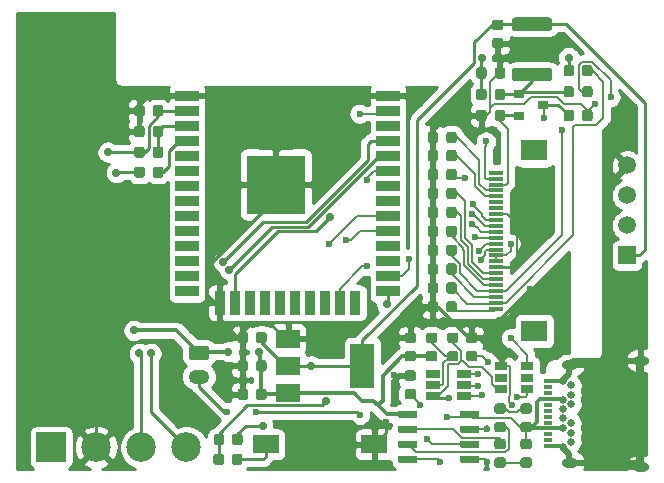
<source format=gbr>
G04 #@! TF.GenerationSoftware,KiCad,Pcbnew,(5.1.5)-3*
G04 #@! TF.CreationDate,2020-02-29T22:05:20+08:00*
G04 #@! TF.ProjectId,smartdisplay,736d6172-7464-4697-9370-6c61792e6b69,rev?*
G04 #@! TF.SameCoordinates,Original*
G04 #@! TF.FileFunction,Copper,L1,Top*
G04 #@! TF.FilePolarity,Positive*
%FSLAX46Y46*%
G04 Gerber Fmt 4.6, Leading zero omitted, Abs format (unit mm)*
G04 Created by KiCad (PCBNEW (5.1.5)-3) date 2020-02-29 22:05:21*
%MOMM*%
%LPD*%
G04 APERTURE LIST*
%ADD10C,0.650000*%
%ADD11O,1.400000X0.800000*%
%ADD12R,0.700000X0.300000*%
%ADD13R,2.200000X1.800000*%
%ADD14R,1.300000X0.300000*%
%ADD15C,0.100000*%
%ADD16R,1.220000X0.650000*%
%ADD17R,1.060000X0.650000*%
%ADD18C,1.500000*%
%ADD19R,1.500000X1.500000*%
%ADD20R,2.000000X0.900000*%
%ADD21R,0.900000X2.000000*%
%ADD22R,5.000000X5.000000*%
%ADD23R,2.000000X1.500000*%
%ADD24R,2.000000X3.800000*%
%ADD25R,0.900000X0.800000*%
%ADD26O,1.750000X1.200000*%
%ADD27C,2.499360*%
%ADD28R,2.499360X2.499360*%
%ADD29R,2.180000X1.600000*%
%ADD30C,0.600000*%
%ADD31C,0.700000*%
%ADD32C,0.250000*%
%ADD33C,0.200000*%
%ADD34C,0.500000*%
%ADD35C,0.350000*%
%ADD36C,0.254000*%
G04 APERTURE END LIST*
D10*
X193040000Y-97050000D03*
X193040000Y-96250000D03*
X193040000Y-95450000D03*
X193040000Y-93850000D03*
X193040000Y-93050000D03*
X193040000Y-92250000D03*
X192340000Y-97450000D03*
X192340000Y-95850000D03*
X192340000Y-95050000D03*
X192340000Y-94250000D03*
X192340000Y-93450000D03*
X192340000Y-91850000D03*
D11*
X198890000Y-99140000D03*
X198890000Y-90160000D03*
X192940000Y-90520000D03*
D12*
X191030000Y-92400000D03*
X191030000Y-93900000D03*
X191030000Y-93400000D03*
X191030000Y-92900000D03*
X191030000Y-91900000D03*
X191030000Y-94400000D03*
X191030000Y-94900000D03*
X191030000Y-95400000D03*
X191030000Y-95900000D03*
X191030000Y-96400000D03*
X191030000Y-96900000D03*
X191030000Y-97400000D03*
D11*
X192940000Y-98780000D03*
D13*
X189900000Y-72350000D03*
X189900000Y-87650000D03*
D14*
X186650000Y-85750000D03*
X186650000Y-85250000D03*
X186650000Y-84750000D03*
X186650000Y-84250000D03*
X186650000Y-83750000D03*
X186650000Y-83250000D03*
X186650000Y-82750000D03*
X186650000Y-82250000D03*
X186650000Y-81750000D03*
X186650000Y-81250000D03*
X186650000Y-80750000D03*
X186650000Y-80250000D03*
X186650000Y-79750000D03*
X186650000Y-79250000D03*
X186650000Y-78750000D03*
X186650000Y-78250000D03*
X186650000Y-77750000D03*
X186650000Y-77250000D03*
X186650000Y-76750000D03*
X186650000Y-76250000D03*
X186650000Y-75750000D03*
X186650000Y-75250000D03*
X186650000Y-74750000D03*
X186650000Y-74250000D03*
G04 #@! TA.AperFunction,SMDPad,CuDef*
D15*
G36*
X156712691Y-73726053D02*
G01*
X156733926Y-73729203D01*
X156754750Y-73734419D01*
X156774962Y-73741651D01*
X156794368Y-73750830D01*
X156812781Y-73761866D01*
X156830024Y-73774654D01*
X156845930Y-73789070D01*
X156860346Y-73804976D01*
X156873134Y-73822219D01*
X156884170Y-73840632D01*
X156893349Y-73860038D01*
X156900581Y-73880250D01*
X156905797Y-73901074D01*
X156908947Y-73922309D01*
X156910000Y-73943750D01*
X156910000Y-74456250D01*
X156908947Y-74477691D01*
X156905797Y-74498926D01*
X156900581Y-74519750D01*
X156893349Y-74539962D01*
X156884170Y-74559368D01*
X156873134Y-74577781D01*
X156860346Y-74595024D01*
X156845930Y-74610930D01*
X156830024Y-74625346D01*
X156812781Y-74638134D01*
X156794368Y-74649170D01*
X156774962Y-74658349D01*
X156754750Y-74665581D01*
X156733926Y-74670797D01*
X156712691Y-74673947D01*
X156691250Y-74675000D01*
X156253750Y-74675000D01*
X156232309Y-74673947D01*
X156211074Y-74670797D01*
X156190250Y-74665581D01*
X156170038Y-74658349D01*
X156150632Y-74649170D01*
X156132219Y-74638134D01*
X156114976Y-74625346D01*
X156099070Y-74610930D01*
X156084654Y-74595024D01*
X156071866Y-74577781D01*
X156060830Y-74559368D01*
X156051651Y-74539962D01*
X156044419Y-74519750D01*
X156039203Y-74498926D01*
X156036053Y-74477691D01*
X156035000Y-74456250D01*
X156035000Y-73943750D01*
X156036053Y-73922309D01*
X156039203Y-73901074D01*
X156044419Y-73880250D01*
X156051651Y-73860038D01*
X156060830Y-73840632D01*
X156071866Y-73822219D01*
X156084654Y-73804976D01*
X156099070Y-73789070D01*
X156114976Y-73774654D01*
X156132219Y-73761866D01*
X156150632Y-73750830D01*
X156170038Y-73741651D01*
X156190250Y-73734419D01*
X156211074Y-73729203D01*
X156232309Y-73726053D01*
X156253750Y-73725000D01*
X156691250Y-73725000D01*
X156712691Y-73726053D01*
G37*
G04 #@! TD.AperFunction*
G04 #@! TA.AperFunction,SMDPad,CuDef*
G36*
X158287691Y-73726053D02*
G01*
X158308926Y-73729203D01*
X158329750Y-73734419D01*
X158349962Y-73741651D01*
X158369368Y-73750830D01*
X158387781Y-73761866D01*
X158405024Y-73774654D01*
X158420930Y-73789070D01*
X158435346Y-73804976D01*
X158448134Y-73822219D01*
X158459170Y-73840632D01*
X158468349Y-73860038D01*
X158475581Y-73880250D01*
X158480797Y-73901074D01*
X158483947Y-73922309D01*
X158485000Y-73943750D01*
X158485000Y-74456250D01*
X158483947Y-74477691D01*
X158480797Y-74498926D01*
X158475581Y-74519750D01*
X158468349Y-74539962D01*
X158459170Y-74559368D01*
X158448134Y-74577781D01*
X158435346Y-74595024D01*
X158420930Y-74610930D01*
X158405024Y-74625346D01*
X158387781Y-74638134D01*
X158369368Y-74649170D01*
X158349962Y-74658349D01*
X158329750Y-74665581D01*
X158308926Y-74670797D01*
X158287691Y-74673947D01*
X158266250Y-74675000D01*
X157828750Y-74675000D01*
X157807309Y-74673947D01*
X157786074Y-74670797D01*
X157765250Y-74665581D01*
X157745038Y-74658349D01*
X157725632Y-74649170D01*
X157707219Y-74638134D01*
X157689976Y-74625346D01*
X157674070Y-74610930D01*
X157659654Y-74595024D01*
X157646866Y-74577781D01*
X157635830Y-74559368D01*
X157626651Y-74539962D01*
X157619419Y-74519750D01*
X157614203Y-74498926D01*
X157611053Y-74477691D01*
X157610000Y-74456250D01*
X157610000Y-73943750D01*
X157611053Y-73922309D01*
X157614203Y-73901074D01*
X157619419Y-73880250D01*
X157626651Y-73860038D01*
X157635830Y-73840632D01*
X157646866Y-73822219D01*
X157659654Y-73804976D01*
X157674070Y-73789070D01*
X157689976Y-73774654D01*
X157707219Y-73761866D01*
X157725632Y-73750830D01*
X157745038Y-73741651D01*
X157765250Y-73734419D01*
X157786074Y-73729203D01*
X157807309Y-73726053D01*
X157828750Y-73725000D01*
X158266250Y-73725000D01*
X158287691Y-73726053D01*
G37*
G04 #@! TD.AperFunction*
D16*
X181290000Y-93150000D03*
X181290000Y-92200000D03*
X181290000Y-91250000D03*
X183910000Y-91250000D03*
X183910000Y-92200000D03*
X183910000Y-93150000D03*
G04 #@! TA.AperFunction,SMDPad,CuDef*
D15*
G36*
X179864703Y-98205722D02*
G01*
X179879264Y-98207882D01*
X179893543Y-98211459D01*
X179907403Y-98216418D01*
X179920710Y-98222712D01*
X179933336Y-98230280D01*
X179945159Y-98239048D01*
X179956066Y-98248934D01*
X179965952Y-98259841D01*
X179974720Y-98271664D01*
X179982288Y-98284290D01*
X179988582Y-98297597D01*
X179993541Y-98311457D01*
X179997118Y-98325736D01*
X179999278Y-98340297D01*
X180000000Y-98355000D01*
X180000000Y-98655000D01*
X179999278Y-98669703D01*
X179997118Y-98684264D01*
X179993541Y-98698543D01*
X179988582Y-98712403D01*
X179982288Y-98725710D01*
X179974720Y-98738336D01*
X179965952Y-98750159D01*
X179956066Y-98761066D01*
X179945159Y-98770952D01*
X179933336Y-98779720D01*
X179920710Y-98787288D01*
X179907403Y-98793582D01*
X179893543Y-98798541D01*
X179879264Y-98802118D01*
X179864703Y-98804278D01*
X179850000Y-98805000D01*
X178500000Y-98805000D01*
X178485297Y-98804278D01*
X178470736Y-98802118D01*
X178456457Y-98798541D01*
X178442597Y-98793582D01*
X178429290Y-98787288D01*
X178416664Y-98779720D01*
X178404841Y-98770952D01*
X178393934Y-98761066D01*
X178384048Y-98750159D01*
X178375280Y-98738336D01*
X178367712Y-98725710D01*
X178361418Y-98712403D01*
X178356459Y-98698543D01*
X178352882Y-98684264D01*
X178350722Y-98669703D01*
X178350000Y-98655000D01*
X178350000Y-98355000D01*
X178350722Y-98340297D01*
X178352882Y-98325736D01*
X178356459Y-98311457D01*
X178361418Y-98297597D01*
X178367712Y-98284290D01*
X178375280Y-98271664D01*
X178384048Y-98259841D01*
X178393934Y-98248934D01*
X178404841Y-98239048D01*
X178416664Y-98230280D01*
X178429290Y-98222712D01*
X178442597Y-98216418D01*
X178456457Y-98211459D01*
X178470736Y-98207882D01*
X178485297Y-98205722D01*
X178500000Y-98205000D01*
X179850000Y-98205000D01*
X179864703Y-98205722D01*
G37*
G04 #@! TD.AperFunction*
G04 #@! TA.AperFunction,SMDPad,CuDef*
G36*
X179864703Y-96935722D02*
G01*
X179879264Y-96937882D01*
X179893543Y-96941459D01*
X179907403Y-96946418D01*
X179920710Y-96952712D01*
X179933336Y-96960280D01*
X179945159Y-96969048D01*
X179956066Y-96978934D01*
X179965952Y-96989841D01*
X179974720Y-97001664D01*
X179982288Y-97014290D01*
X179988582Y-97027597D01*
X179993541Y-97041457D01*
X179997118Y-97055736D01*
X179999278Y-97070297D01*
X180000000Y-97085000D01*
X180000000Y-97385000D01*
X179999278Y-97399703D01*
X179997118Y-97414264D01*
X179993541Y-97428543D01*
X179988582Y-97442403D01*
X179982288Y-97455710D01*
X179974720Y-97468336D01*
X179965952Y-97480159D01*
X179956066Y-97491066D01*
X179945159Y-97500952D01*
X179933336Y-97509720D01*
X179920710Y-97517288D01*
X179907403Y-97523582D01*
X179893543Y-97528541D01*
X179879264Y-97532118D01*
X179864703Y-97534278D01*
X179850000Y-97535000D01*
X178500000Y-97535000D01*
X178485297Y-97534278D01*
X178470736Y-97532118D01*
X178456457Y-97528541D01*
X178442597Y-97523582D01*
X178429290Y-97517288D01*
X178416664Y-97509720D01*
X178404841Y-97500952D01*
X178393934Y-97491066D01*
X178384048Y-97480159D01*
X178375280Y-97468336D01*
X178367712Y-97455710D01*
X178361418Y-97442403D01*
X178356459Y-97428543D01*
X178352882Y-97414264D01*
X178350722Y-97399703D01*
X178350000Y-97385000D01*
X178350000Y-97085000D01*
X178350722Y-97070297D01*
X178352882Y-97055736D01*
X178356459Y-97041457D01*
X178361418Y-97027597D01*
X178367712Y-97014290D01*
X178375280Y-97001664D01*
X178384048Y-96989841D01*
X178393934Y-96978934D01*
X178404841Y-96969048D01*
X178416664Y-96960280D01*
X178429290Y-96952712D01*
X178442597Y-96946418D01*
X178456457Y-96941459D01*
X178470736Y-96937882D01*
X178485297Y-96935722D01*
X178500000Y-96935000D01*
X179850000Y-96935000D01*
X179864703Y-96935722D01*
G37*
G04 #@! TD.AperFunction*
G04 #@! TA.AperFunction,SMDPad,CuDef*
G36*
X179864703Y-95665722D02*
G01*
X179879264Y-95667882D01*
X179893543Y-95671459D01*
X179907403Y-95676418D01*
X179920710Y-95682712D01*
X179933336Y-95690280D01*
X179945159Y-95699048D01*
X179956066Y-95708934D01*
X179965952Y-95719841D01*
X179974720Y-95731664D01*
X179982288Y-95744290D01*
X179988582Y-95757597D01*
X179993541Y-95771457D01*
X179997118Y-95785736D01*
X179999278Y-95800297D01*
X180000000Y-95815000D01*
X180000000Y-96115000D01*
X179999278Y-96129703D01*
X179997118Y-96144264D01*
X179993541Y-96158543D01*
X179988582Y-96172403D01*
X179982288Y-96185710D01*
X179974720Y-96198336D01*
X179965952Y-96210159D01*
X179956066Y-96221066D01*
X179945159Y-96230952D01*
X179933336Y-96239720D01*
X179920710Y-96247288D01*
X179907403Y-96253582D01*
X179893543Y-96258541D01*
X179879264Y-96262118D01*
X179864703Y-96264278D01*
X179850000Y-96265000D01*
X178500000Y-96265000D01*
X178485297Y-96264278D01*
X178470736Y-96262118D01*
X178456457Y-96258541D01*
X178442597Y-96253582D01*
X178429290Y-96247288D01*
X178416664Y-96239720D01*
X178404841Y-96230952D01*
X178393934Y-96221066D01*
X178384048Y-96210159D01*
X178375280Y-96198336D01*
X178367712Y-96185710D01*
X178361418Y-96172403D01*
X178356459Y-96158543D01*
X178352882Y-96144264D01*
X178350722Y-96129703D01*
X178350000Y-96115000D01*
X178350000Y-95815000D01*
X178350722Y-95800297D01*
X178352882Y-95785736D01*
X178356459Y-95771457D01*
X178361418Y-95757597D01*
X178367712Y-95744290D01*
X178375280Y-95731664D01*
X178384048Y-95719841D01*
X178393934Y-95708934D01*
X178404841Y-95699048D01*
X178416664Y-95690280D01*
X178429290Y-95682712D01*
X178442597Y-95676418D01*
X178456457Y-95671459D01*
X178470736Y-95667882D01*
X178485297Y-95665722D01*
X178500000Y-95665000D01*
X179850000Y-95665000D01*
X179864703Y-95665722D01*
G37*
G04 #@! TD.AperFunction*
G04 #@! TA.AperFunction,SMDPad,CuDef*
G36*
X179864703Y-94395722D02*
G01*
X179879264Y-94397882D01*
X179893543Y-94401459D01*
X179907403Y-94406418D01*
X179920710Y-94412712D01*
X179933336Y-94420280D01*
X179945159Y-94429048D01*
X179956066Y-94438934D01*
X179965952Y-94449841D01*
X179974720Y-94461664D01*
X179982288Y-94474290D01*
X179988582Y-94487597D01*
X179993541Y-94501457D01*
X179997118Y-94515736D01*
X179999278Y-94530297D01*
X180000000Y-94545000D01*
X180000000Y-94845000D01*
X179999278Y-94859703D01*
X179997118Y-94874264D01*
X179993541Y-94888543D01*
X179988582Y-94902403D01*
X179982288Y-94915710D01*
X179974720Y-94928336D01*
X179965952Y-94940159D01*
X179956066Y-94951066D01*
X179945159Y-94960952D01*
X179933336Y-94969720D01*
X179920710Y-94977288D01*
X179907403Y-94983582D01*
X179893543Y-94988541D01*
X179879264Y-94992118D01*
X179864703Y-94994278D01*
X179850000Y-94995000D01*
X178500000Y-94995000D01*
X178485297Y-94994278D01*
X178470736Y-94992118D01*
X178456457Y-94988541D01*
X178442597Y-94983582D01*
X178429290Y-94977288D01*
X178416664Y-94969720D01*
X178404841Y-94960952D01*
X178393934Y-94951066D01*
X178384048Y-94940159D01*
X178375280Y-94928336D01*
X178367712Y-94915710D01*
X178361418Y-94902403D01*
X178356459Y-94888543D01*
X178352882Y-94874264D01*
X178350722Y-94859703D01*
X178350000Y-94845000D01*
X178350000Y-94545000D01*
X178350722Y-94530297D01*
X178352882Y-94515736D01*
X178356459Y-94501457D01*
X178361418Y-94487597D01*
X178367712Y-94474290D01*
X178375280Y-94461664D01*
X178384048Y-94449841D01*
X178393934Y-94438934D01*
X178404841Y-94429048D01*
X178416664Y-94420280D01*
X178429290Y-94412712D01*
X178442597Y-94406418D01*
X178456457Y-94401459D01*
X178470736Y-94397882D01*
X178485297Y-94395722D01*
X178500000Y-94395000D01*
X179850000Y-94395000D01*
X179864703Y-94395722D01*
G37*
G04 #@! TD.AperFunction*
G04 #@! TA.AperFunction,SMDPad,CuDef*
G36*
X185114703Y-94395722D02*
G01*
X185129264Y-94397882D01*
X185143543Y-94401459D01*
X185157403Y-94406418D01*
X185170710Y-94412712D01*
X185183336Y-94420280D01*
X185195159Y-94429048D01*
X185206066Y-94438934D01*
X185215952Y-94449841D01*
X185224720Y-94461664D01*
X185232288Y-94474290D01*
X185238582Y-94487597D01*
X185243541Y-94501457D01*
X185247118Y-94515736D01*
X185249278Y-94530297D01*
X185250000Y-94545000D01*
X185250000Y-94845000D01*
X185249278Y-94859703D01*
X185247118Y-94874264D01*
X185243541Y-94888543D01*
X185238582Y-94902403D01*
X185232288Y-94915710D01*
X185224720Y-94928336D01*
X185215952Y-94940159D01*
X185206066Y-94951066D01*
X185195159Y-94960952D01*
X185183336Y-94969720D01*
X185170710Y-94977288D01*
X185157403Y-94983582D01*
X185143543Y-94988541D01*
X185129264Y-94992118D01*
X185114703Y-94994278D01*
X185100000Y-94995000D01*
X183750000Y-94995000D01*
X183735297Y-94994278D01*
X183720736Y-94992118D01*
X183706457Y-94988541D01*
X183692597Y-94983582D01*
X183679290Y-94977288D01*
X183666664Y-94969720D01*
X183654841Y-94960952D01*
X183643934Y-94951066D01*
X183634048Y-94940159D01*
X183625280Y-94928336D01*
X183617712Y-94915710D01*
X183611418Y-94902403D01*
X183606459Y-94888543D01*
X183602882Y-94874264D01*
X183600722Y-94859703D01*
X183600000Y-94845000D01*
X183600000Y-94545000D01*
X183600722Y-94530297D01*
X183602882Y-94515736D01*
X183606459Y-94501457D01*
X183611418Y-94487597D01*
X183617712Y-94474290D01*
X183625280Y-94461664D01*
X183634048Y-94449841D01*
X183643934Y-94438934D01*
X183654841Y-94429048D01*
X183666664Y-94420280D01*
X183679290Y-94412712D01*
X183692597Y-94406418D01*
X183706457Y-94401459D01*
X183720736Y-94397882D01*
X183735297Y-94395722D01*
X183750000Y-94395000D01*
X185100000Y-94395000D01*
X185114703Y-94395722D01*
G37*
G04 #@! TD.AperFunction*
G04 #@! TA.AperFunction,SMDPad,CuDef*
G36*
X185114703Y-95665722D02*
G01*
X185129264Y-95667882D01*
X185143543Y-95671459D01*
X185157403Y-95676418D01*
X185170710Y-95682712D01*
X185183336Y-95690280D01*
X185195159Y-95699048D01*
X185206066Y-95708934D01*
X185215952Y-95719841D01*
X185224720Y-95731664D01*
X185232288Y-95744290D01*
X185238582Y-95757597D01*
X185243541Y-95771457D01*
X185247118Y-95785736D01*
X185249278Y-95800297D01*
X185250000Y-95815000D01*
X185250000Y-96115000D01*
X185249278Y-96129703D01*
X185247118Y-96144264D01*
X185243541Y-96158543D01*
X185238582Y-96172403D01*
X185232288Y-96185710D01*
X185224720Y-96198336D01*
X185215952Y-96210159D01*
X185206066Y-96221066D01*
X185195159Y-96230952D01*
X185183336Y-96239720D01*
X185170710Y-96247288D01*
X185157403Y-96253582D01*
X185143543Y-96258541D01*
X185129264Y-96262118D01*
X185114703Y-96264278D01*
X185100000Y-96265000D01*
X183750000Y-96265000D01*
X183735297Y-96264278D01*
X183720736Y-96262118D01*
X183706457Y-96258541D01*
X183692597Y-96253582D01*
X183679290Y-96247288D01*
X183666664Y-96239720D01*
X183654841Y-96230952D01*
X183643934Y-96221066D01*
X183634048Y-96210159D01*
X183625280Y-96198336D01*
X183617712Y-96185710D01*
X183611418Y-96172403D01*
X183606459Y-96158543D01*
X183602882Y-96144264D01*
X183600722Y-96129703D01*
X183600000Y-96115000D01*
X183600000Y-95815000D01*
X183600722Y-95800297D01*
X183602882Y-95785736D01*
X183606459Y-95771457D01*
X183611418Y-95757597D01*
X183617712Y-95744290D01*
X183625280Y-95731664D01*
X183634048Y-95719841D01*
X183643934Y-95708934D01*
X183654841Y-95699048D01*
X183666664Y-95690280D01*
X183679290Y-95682712D01*
X183692597Y-95676418D01*
X183706457Y-95671459D01*
X183720736Y-95667882D01*
X183735297Y-95665722D01*
X183750000Y-95665000D01*
X185100000Y-95665000D01*
X185114703Y-95665722D01*
G37*
G04 #@! TD.AperFunction*
G04 #@! TA.AperFunction,SMDPad,CuDef*
G36*
X185114703Y-96935722D02*
G01*
X185129264Y-96937882D01*
X185143543Y-96941459D01*
X185157403Y-96946418D01*
X185170710Y-96952712D01*
X185183336Y-96960280D01*
X185195159Y-96969048D01*
X185206066Y-96978934D01*
X185215952Y-96989841D01*
X185224720Y-97001664D01*
X185232288Y-97014290D01*
X185238582Y-97027597D01*
X185243541Y-97041457D01*
X185247118Y-97055736D01*
X185249278Y-97070297D01*
X185250000Y-97085000D01*
X185250000Y-97385000D01*
X185249278Y-97399703D01*
X185247118Y-97414264D01*
X185243541Y-97428543D01*
X185238582Y-97442403D01*
X185232288Y-97455710D01*
X185224720Y-97468336D01*
X185215952Y-97480159D01*
X185206066Y-97491066D01*
X185195159Y-97500952D01*
X185183336Y-97509720D01*
X185170710Y-97517288D01*
X185157403Y-97523582D01*
X185143543Y-97528541D01*
X185129264Y-97532118D01*
X185114703Y-97534278D01*
X185100000Y-97535000D01*
X183750000Y-97535000D01*
X183735297Y-97534278D01*
X183720736Y-97532118D01*
X183706457Y-97528541D01*
X183692597Y-97523582D01*
X183679290Y-97517288D01*
X183666664Y-97509720D01*
X183654841Y-97500952D01*
X183643934Y-97491066D01*
X183634048Y-97480159D01*
X183625280Y-97468336D01*
X183617712Y-97455710D01*
X183611418Y-97442403D01*
X183606459Y-97428543D01*
X183602882Y-97414264D01*
X183600722Y-97399703D01*
X183600000Y-97385000D01*
X183600000Y-97085000D01*
X183600722Y-97070297D01*
X183602882Y-97055736D01*
X183606459Y-97041457D01*
X183611418Y-97027597D01*
X183617712Y-97014290D01*
X183625280Y-97001664D01*
X183634048Y-96989841D01*
X183643934Y-96978934D01*
X183654841Y-96969048D01*
X183666664Y-96960280D01*
X183679290Y-96952712D01*
X183692597Y-96946418D01*
X183706457Y-96941459D01*
X183720736Y-96937882D01*
X183735297Y-96935722D01*
X183750000Y-96935000D01*
X185100000Y-96935000D01*
X185114703Y-96935722D01*
G37*
G04 #@! TD.AperFunction*
G04 #@! TA.AperFunction,SMDPad,CuDef*
G36*
X185114703Y-98205722D02*
G01*
X185129264Y-98207882D01*
X185143543Y-98211459D01*
X185157403Y-98216418D01*
X185170710Y-98222712D01*
X185183336Y-98230280D01*
X185195159Y-98239048D01*
X185206066Y-98248934D01*
X185215952Y-98259841D01*
X185224720Y-98271664D01*
X185232288Y-98284290D01*
X185238582Y-98297597D01*
X185243541Y-98311457D01*
X185247118Y-98325736D01*
X185249278Y-98340297D01*
X185250000Y-98355000D01*
X185250000Y-98655000D01*
X185249278Y-98669703D01*
X185247118Y-98684264D01*
X185243541Y-98698543D01*
X185238582Y-98712403D01*
X185232288Y-98725710D01*
X185224720Y-98738336D01*
X185215952Y-98750159D01*
X185206066Y-98761066D01*
X185195159Y-98770952D01*
X185183336Y-98779720D01*
X185170710Y-98787288D01*
X185157403Y-98793582D01*
X185143543Y-98798541D01*
X185129264Y-98802118D01*
X185114703Y-98804278D01*
X185100000Y-98805000D01*
X183750000Y-98805000D01*
X183735297Y-98804278D01*
X183720736Y-98802118D01*
X183706457Y-98798541D01*
X183692597Y-98793582D01*
X183679290Y-98787288D01*
X183666664Y-98779720D01*
X183654841Y-98770952D01*
X183643934Y-98761066D01*
X183634048Y-98750159D01*
X183625280Y-98738336D01*
X183617712Y-98725710D01*
X183611418Y-98712403D01*
X183606459Y-98698543D01*
X183602882Y-98684264D01*
X183600722Y-98669703D01*
X183600000Y-98655000D01*
X183600000Y-98355000D01*
X183600722Y-98340297D01*
X183602882Y-98325736D01*
X183606459Y-98311457D01*
X183611418Y-98297597D01*
X183617712Y-98284290D01*
X183625280Y-98271664D01*
X183634048Y-98259841D01*
X183643934Y-98248934D01*
X183654841Y-98239048D01*
X183666664Y-98230280D01*
X183679290Y-98222712D01*
X183692597Y-98216418D01*
X183706457Y-98211459D01*
X183720736Y-98207882D01*
X183735297Y-98205722D01*
X183750000Y-98205000D01*
X185100000Y-98205000D01*
X185114703Y-98205722D01*
G37*
G04 #@! TD.AperFunction*
D17*
X189300000Y-91600000D03*
X189300000Y-90650000D03*
X189300000Y-92550000D03*
X187100000Y-92550000D03*
X187100000Y-91600000D03*
X187100000Y-90650000D03*
D18*
X197750000Y-73630000D03*
X197750000Y-76170000D03*
X197750000Y-78710000D03*
D19*
X197750000Y-81250000D03*
D20*
X177500000Y-67745000D03*
X177500000Y-69015000D03*
X177500000Y-70285000D03*
X177500000Y-71555000D03*
X177500000Y-72825000D03*
X177500000Y-74095000D03*
X177500000Y-75365000D03*
X177500000Y-76635000D03*
X177500000Y-77905000D03*
X177500000Y-79175000D03*
X177500000Y-80445000D03*
X177500000Y-81715000D03*
X177500000Y-82985000D03*
X177500000Y-84255000D03*
D21*
X174715000Y-85255000D03*
X173445000Y-85255000D03*
X172175000Y-85255000D03*
X170905000Y-85255000D03*
X169635000Y-85255000D03*
X168365000Y-85255000D03*
X167095000Y-85255000D03*
X165825000Y-85255000D03*
X164555000Y-85255000D03*
X163285000Y-85255000D03*
D20*
X160500000Y-84255000D03*
X160500000Y-82985000D03*
X160500000Y-81715000D03*
X160500000Y-80445000D03*
X160500000Y-79175000D03*
X160500000Y-77905000D03*
X160500000Y-76635000D03*
X160500000Y-75365000D03*
X160500000Y-74095000D03*
X160500000Y-72825000D03*
X160500000Y-71555000D03*
X160500000Y-70285000D03*
X160500000Y-69015000D03*
X160500000Y-67745000D03*
D22*
X168000000Y-75245000D03*
D23*
X169050000Y-88300000D03*
X169050000Y-92900000D03*
X169050000Y-90600000D03*
D24*
X175350000Y-90600000D03*
G04 #@! TA.AperFunction,SMDPad,CuDef*
D15*
G36*
X185652691Y-68926053D02*
G01*
X185673926Y-68929203D01*
X185694750Y-68934419D01*
X185714962Y-68941651D01*
X185734368Y-68950830D01*
X185752781Y-68961866D01*
X185770024Y-68974654D01*
X185785930Y-68989070D01*
X185800346Y-69004976D01*
X185813134Y-69022219D01*
X185824170Y-69040632D01*
X185833349Y-69060038D01*
X185840581Y-69080250D01*
X185845797Y-69101074D01*
X185848947Y-69122309D01*
X185850000Y-69143750D01*
X185850000Y-69656250D01*
X185848947Y-69677691D01*
X185845797Y-69698926D01*
X185840581Y-69719750D01*
X185833349Y-69739962D01*
X185824170Y-69759368D01*
X185813134Y-69777781D01*
X185800346Y-69795024D01*
X185785930Y-69810930D01*
X185770024Y-69825346D01*
X185752781Y-69838134D01*
X185734368Y-69849170D01*
X185714962Y-69858349D01*
X185694750Y-69865581D01*
X185673926Y-69870797D01*
X185652691Y-69873947D01*
X185631250Y-69875000D01*
X185193750Y-69875000D01*
X185172309Y-69873947D01*
X185151074Y-69870797D01*
X185130250Y-69865581D01*
X185110038Y-69858349D01*
X185090632Y-69849170D01*
X185072219Y-69838134D01*
X185054976Y-69825346D01*
X185039070Y-69810930D01*
X185024654Y-69795024D01*
X185011866Y-69777781D01*
X185000830Y-69759368D01*
X184991651Y-69739962D01*
X184984419Y-69719750D01*
X184979203Y-69698926D01*
X184976053Y-69677691D01*
X184975000Y-69656250D01*
X184975000Y-69143750D01*
X184976053Y-69122309D01*
X184979203Y-69101074D01*
X184984419Y-69080250D01*
X184991651Y-69060038D01*
X185000830Y-69040632D01*
X185011866Y-69022219D01*
X185024654Y-69004976D01*
X185039070Y-68989070D01*
X185054976Y-68974654D01*
X185072219Y-68961866D01*
X185090632Y-68950830D01*
X185110038Y-68941651D01*
X185130250Y-68934419D01*
X185151074Y-68929203D01*
X185172309Y-68926053D01*
X185193750Y-68925000D01*
X185631250Y-68925000D01*
X185652691Y-68926053D01*
G37*
G04 #@! TD.AperFunction*
G04 #@! TA.AperFunction,SMDPad,CuDef*
G36*
X187227691Y-68926053D02*
G01*
X187248926Y-68929203D01*
X187269750Y-68934419D01*
X187289962Y-68941651D01*
X187309368Y-68950830D01*
X187327781Y-68961866D01*
X187345024Y-68974654D01*
X187360930Y-68989070D01*
X187375346Y-69004976D01*
X187388134Y-69022219D01*
X187399170Y-69040632D01*
X187408349Y-69060038D01*
X187415581Y-69080250D01*
X187420797Y-69101074D01*
X187423947Y-69122309D01*
X187425000Y-69143750D01*
X187425000Y-69656250D01*
X187423947Y-69677691D01*
X187420797Y-69698926D01*
X187415581Y-69719750D01*
X187408349Y-69739962D01*
X187399170Y-69759368D01*
X187388134Y-69777781D01*
X187375346Y-69795024D01*
X187360930Y-69810930D01*
X187345024Y-69825346D01*
X187327781Y-69838134D01*
X187309368Y-69849170D01*
X187289962Y-69858349D01*
X187269750Y-69865581D01*
X187248926Y-69870797D01*
X187227691Y-69873947D01*
X187206250Y-69875000D01*
X186768750Y-69875000D01*
X186747309Y-69873947D01*
X186726074Y-69870797D01*
X186705250Y-69865581D01*
X186685038Y-69858349D01*
X186665632Y-69849170D01*
X186647219Y-69838134D01*
X186629976Y-69825346D01*
X186614070Y-69810930D01*
X186599654Y-69795024D01*
X186586866Y-69777781D01*
X186575830Y-69759368D01*
X186566651Y-69739962D01*
X186559419Y-69719750D01*
X186554203Y-69698926D01*
X186551053Y-69677691D01*
X186550000Y-69656250D01*
X186550000Y-69143750D01*
X186551053Y-69122309D01*
X186554203Y-69101074D01*
X186559419Y-69080250D01*
X186566651Y-69060038D01*
X186575830Y-69040632D01*
X186586866Y-69022219D01*
X186599654Y-69004976D01*
X186614070Y-68989070D01*
X186629976Y-68974654D01*
X186647219Y-68961866D01*
X186665632Y-68950830D01*
X186685038Y-68941651D01*
X186705250Y-68934419D01*
X186726074Y-68929203D01*
X186747309Y-68926053D01*
X186768750Y-68925000D01*
X187206250Y-68925000D01*
X187227691Y-68926053D01*
G37*
G04 #@! TD.AperFunction*
G04 #@! TA.AperFunction,SMDPad,CuDef*
G36*
X194627691Y-68926053D02*
G01*
X194648926Y-68929203D01*
X194669750Y-68934419D01*
X194689962Y-68941651D01*
X194709368Y-68950830D01*
X194727781Y-68961866D01*
X194745024Y-68974654D01*
X194760930Y-68989070D01*
X194775346Y-69004976D01*
X194788134Y-69022219D01*
X194799170Y-69040632D01*
X194808349Y-69060038D01*
X194815581Y-69080250D01*
X194820797Y-69101074D01*
X194823947Y-69122309D01*
X194825000Y-69143750D01*
X194825000Y-69656250D01*
X194823947Y-69677691D01*
X194820797Y-69698926D01*
X194815581Y-69719750D01*
X194808349Y-69739962D01*
X194799170Y-69759368D01*
X194788134Y-69777781D01*
X194775346Y-69795024D01*
X194760930Y-69810930D01*
X194745024Y-69825346D01*
X194727781Y-69838134D01*
X194709368Y-69849170D01*
X194689962Y-69858349D01*
X194669750Y-69865581D01*
X194648926Y-69870797D01*
X194627691Y-69873947D01*
X194606250Y-69875000D01*
X194168750Y-69875000D01*
X194147309Y-69873947D01*
X194126074Y-69870797D01*
X194105250Y-69865581D01*
X194085038Y-69858349D01*
X194065632Y-69849170D01*
X194047219Y-69838134D01*
X194029976Y-69825346D01*
X194014070Y-69810930D01*
X193999654Y-69795024D01*
X193986866Y-69777781D01*
X193975830Y-69759368D01*
X193966651Y-69739962D01*
X193959419Y-69719750D01*
X193954203Y-69698926D01*
X193951053Y-69677691D01*
X193950000Y-69656250D01*
X193950000Y-69143750D01*
X193951053Y-69122309D01*
X193954203Y-69101074D01*
X193959419Y-69080250D01*
X193966651Y-69060038D01*
X193975830Y-69040632D01*
X193986866Y-69022219D01*
X193999654Y-69004976D01*
X194014070Y-68989070D01*
X194029976Y-68974654D01*
X194047219Y-68961866D01*
X194065632Y-68950830D01*
X194085038Y-68941651D01*
X194105250Y-68934419D01*
X194126074Y-68929203D01*
X194147309Y-68926053D01*
X194168750Y-68925000D01*
X194606250Y-68925000D01*
X194627691Y-68926053D01*
G37*
G04 #@! TD.AperFunction*
G04 #@! TA.AperFunction,SMDPad,CuDef*
G36*
X193052691Y-68926053D02*
G01*
X193073926Y-68929203D01*
X193094750Y-68934419D01*
X193114962Y-68941651D01*
X193134368Y-68950830D01*
X193152781Y-68961866D01*
X193170024Y-68974654D01*
X193185930Y-68989070D01*
X193200346Y-69004976D01*
X193213134Y-69022219D01*
X193224170Y-69040632D01*
X193233349Y-69060038D01*
X193240581Y-69080250D01*
X193245797Y-69101074D01*
X193248947Y-69122309D01*
X193250000Y-69143750D01*
X193250000Y-69656250D01*
X193248947Y-69677691D01*
X193245797Y-69698926D01*
X193240581Y-69719750D01*
X193233349Y-69739962D01*
X193224170Y-69759368D01*
X193213134Y-69777781D01*
X193200346Y-69795024D01*
X193185930Y-69810930D01*
X193170024Y-69825346D01*
X193152781Y-69838134D01*
X193134368Y-69849170D01*
X193114962Y-69858349D01*
X193094750Y-69865581D01*
X193073926Y-69870797D01*
X193052691Y-69873947D01*
X193031250Y-69875000D01*
X192593750Y-69875000D01*
X192572309Y-69873947D01*
X192551074Y-69870797D01*
X192530250Y-69865581D01*
X192510038Y-69858349D01*
X192490632Y-69849170D01*
X192472219Y-69838134D01*
X192454976Y-69825346D01*
X192439070Y-69810930D01*
X192424654Y-69795024D01*
X192411866Y-69777781D01*
X192400830Y-69759368D01*
X192391651Y-69739962D01*
X192384419Y-69719750D01*
X192379203Y-69698926D01*
X192376053Y-69677691D01*
X192375000Y-69656250D01*
X192375000Y-69143750D01*
X192376053Y-69122309D01*
X192379203Y-69101074D01*
X192384419Y-69080250D01*
X192391651Y-69060038D01*
X192400830Y-69040632D01*
X192411866Y-69022219D01*
X192424654Y-69004976D01*
X192439070Y-68989070D01*
X192454976Y-68974654D01*
X192472219Y-68961866D01*
X192490632Y-68950830D01*
X192510038Y-68941651D01*
X192530250Y-68934419D01*
X192551074Y-68929203D01*
X192572309Y-68926053D01*
X192593750Y-68925000D01*
X193031250Y-68925000D01*
X193052691Y-68926053D01*
G37*
G04 #@! TD.AperFunction*
G04 #@! TA.AperFunction,SMDPad,CuDef*
G36*
X181477691Y-87776053D02*
G01*
X181498926Y-87779203D01*
X181519750Y-87784419D01*
X181539962Y-87791651D01*
X181559368Y-87800830D01*
X181577781Y-87811866D01*
X181595024Y-87824654D01*
X181610930Y-87839070D01*
X181625346Y-87854976D01*
X181638134Y-87872219D01*
X181649170Y-87890632D01*
X181658349Y-87910038D01*
X181665581Y-87930250D01*
X181670797Y-87951074D01*
X181673947Y-87972309D01*
X181675000Y-87993750D01*
X181675000Y-88431250D01*
X181673947Y-88452691D01*
X181670797Y-88473926D01*
X181665581Y-88494750D01*
X181658349Y-88514962D01*
X181649170Y-88534368D01*
X181638134Y-88552781D01*
X181625346Y-88570024D01*
X181610930Y-88585930D01*
X181595024Y-88600346D01*
X181577781Y-88613134D01*
X181559368Y-88624170D01*
X181539962Y-88633349D01*
X181519750Y-88640581D01*
X181498926Y-88645797D01*
X181477691Y-88648947D01*
X181456250Y-88650000D01*
X180943750Y-88650000D01*
X180922309Y-88648947D01*
X180901074Y-88645797D01*
X180880250Y-88640581D01*
X180860038Y-88633349D01*
X180840632Y-88624170D01*
X180822219Y-88613134D01*
X180804976Y-88600346D01*
X180789070Y-88585930D01*
X180774654Y-88570024D01*
X180761866Y-88552781D01*
X180750830Y-88534368D01*
X180741651Y-88514962D01*
X180734419Y-88494750D01*
X180729203Y-88473926D01*
X180726053Y-88452691D01*
X180725000Y-88431250D01*
X180725000Y-87993750D01*
X180726053Y-87972309D01*
X180729203Y-87951074D01*
X180734419Y-87930250D01*
X180741651Y-87910038D01*
X180750830Y-87890632D01*
X180761866Y-87872219D01*
X180774654Y-87854976D01*
X180789070Y-87839070D01*
X180804976Y-87824654D01*
X180822219Y-87811866D01*
X180840632Y-87800830D01*
X180860038Y-87791651D01*
X180880250Y-87784419D01*
X180901074Y-87779203D01*
X180922309Y-87776053D01*
X180943750Y-87775000D01*
X181456250Y-87775000D01*
X181477691Y-87776053D01*
G37*
G04 #@! TD.AperFunction*
G04 #@! TA.AperFunction,SMDPad,CuDef*
G36*
X181477691Y-89351053D02*
G01*
X181498926Y-89354203D01*
X181519750Y-89359419D01*
X181539962Y-89366651D01*
X181559368Y-89375830D01*
X181577781Y-89386866D01*
X181595024Y-89399654D01*
X181610930Y-89414070D01*
X181625346Y-89429976D01*
X181638134Y-89447219D01*
X181649170Y-89465632D01*
X181658349Y-89485038D01*
X181665581Y-89505250D01*
X181670797Y-89526074D01*
X181673947Y-89547309D01*
X181675000Y-89568750D01*
X181675000Y-90006250D01*
X181673947Y-90027691D01*
X181670797Y-90048926D01*
X181665581Y-90069750D01*
X181658349Y-90089962D01*
X181649170Y-90109368D01*
X181638134Y-90127781D01*
X181625346Y-90145024D01*
X181610930Y-90160930D01*
X181595024Y-90175346D01*
X181577781Y-90188134D01*
X181559368Y-90199170D01*
X181539962Y-90208349D01*
X181519750Y-90215581D01*
X181498926Y-90220797D01*
X181477691Y-90223947D01*
X181456250Y-90225000D01*
X180943750Y-90225000D01*
X180922309Y-90223947D01*
X180901074Y-90220797D01*
X180880250Y-90215581D01*
X180860038Y-90208349D01*
X180840632Y-90199170D01*
X180822219Y-90188134D01*
X180804976Y-90175346D01*
X180789070Y-90160930D01*
X180774654Y-90145024D01*
X180761866Y-90127781D01*
X180750830Y-90109368D01*
X180741651Y-90089962D01*
X180734419Y-90069750D01*
X180729203Y-90048926D01*
X180726053Y-90027691D01*
X180725000Y-90006250D01*
X180725000Y-89568750D01*
X180726053Y-89547309D01*
X180729203Y-89526074D01*
X180734419Y-89505250D01*
X180741651Y-89485038D01*
X180750830Y-89465632D01*
X180761866Y-89447219D01*
X180774654Y-89429976D01*
X180789070Y-89414070D01*
X180804976Y-89399654D01*
X180822219Y-89386866D01*
X180840632Y-89375830D01*
X180860038Y-89366651D01*
X180880250Y-89359419D01*
X180901074Y-89354203D01*
X180922309Y-89351053D01*
X180943750Y-89350000D01*
X181456250Y-89350000D01*
X181477691Y-89351053D01*
G37*
G04 #@! TD.AperFunction*
G04 #@! TA.AperFunction,SMDPad,CuDef*
G36*
X187277691Y-98351053D02*
G01*
X187298926Y-98354203D01*
X187319750Y-98359419D01*
X187339962Y-98366651D01*
X187359368Y-98375830D01*
X187377781Y-98386866D01*
X187395024Y-98399654D01*
X187410930Y-98414070D01*
X187425346Y-98429976D01*
X187438134Y-98447219D01*
X187449170Y-98465632D01*
X187458349Y-98485038D01*
X187465581Y-98505250D01*
X187470797Y-98526074D01*
X187473947Y-98547309D01*
X187475000Y-98568750D01*
X187475000Y-99006250D01*
X187473947Y-99027691D01*
X187470797Y-99048926D01*
X187465581Y-99069750D01*
X187458349Y-99089962D01*
X187449170Y-99109368D01*
X187438134Y-99127781D01*
X187425346Y-99145024D01*
X187410930Y-99160930D01*
X187395024Y-99175346D01*
X187377781Y-99188134D01*
X187359368Y-99199170D01*
X187339962Y-99208349D01*
X187319750Y-99215581D01*
X187298926Y-99220797D01*
X187277691Y-99223947D01*
X187256250Y-99225000D01*
X186743750Y-99225000D01*
X186722309Y-99223947D01*
X186701074Y-99220797D01*
X186680250Y-99215581D01*
X186660038Y-99208349D01*
X186640632Y-99199170D01*
X186622219Y-99188134D01*
X186604976Y-99175346D01*
X186589070Y-99160930D01*
X186574654Y-99145024D01*
X186561866Y-99127781D01*
X186550830Y-99109368D01*
X186541651Y-99089962D01*
X186534419Y-99069750D01*
X186529203Y-99048926D01*
X186526053Y-99027691D01*
X186525000Y-99006250D01*
X186525000Y-98568750D01*
X186526053Y-98547309D01*
X186529203Y-98526074D01*
X186534419Y-98505250D01*
X186541651Y-98485038D01*
X186550830Y-98465632D01*
X186561866Y-98447219D01*
X186574654Y-98429976D01*
X186589070Y-98414070D01*
X186604976Y-98399654D01*
X186622219Y-98386866D01*
X186640632Y-98375830D01*
X186660038Y-98366651D01*
X186680250Y-98359419D01*
X186701074Y-98354203D01*
X186722309Y-98351053D01*
X186743750Y-98350000D01*
X187256250Y-98350000D01*
X187277691Y-98351053D01*
G37*
G04 #@! TD.AperFunction*
G04 #@! TA.AperFunction,SMDPad,CuDef*
G36*
X187277691Y-96776053D02*
G01*
X187298926Y-96779203D01*
X187319750Y-96784419D01*
X187339962Y-96791651D01*
X187359368Y-96800830D01*
X187377781Y-96811866D01*
X187395024Y-96824654D01*
X187410930Y-96839070D01*
X187425346Y-96854976D01*
X187438134Y-96872219D01*
X187449170Y-96890632D01*
X187458349Y-96910038D01*
X187465581Y-96930250D01*
X187470797Y-96951074D01*
X187473947Y-96972309D01*
X187475000Y-96993750D01*
X187475000Y-97431250D01*
X187473947Y-97452691D01*
X187470797Y-97473926D01*
X187465581Y-97494750D01*
X187458349Y-97514962D01*
X187449170Y-97534368D01*
X187438134Y-97552781D01*
X187425346Y-97570024D01*
X187410930Y-97585930D01*
X187395024Y-97600346D01*
X187377781Y-97613134D01*
X187359368Y-97624170D01*
X187339962Y-97633349D01*
X187319750Y-97640581D01*
X187298926Y-97645797D01*
X187277691Y-97648947D01*
X187256250Y-97650000D01*
X186743750Y-97650000D01*
X186722309Y-97648947D01*
X186701074Y-97645797D01*
X186680250Y-97640581D01*
X186660038Y-97633349D01*
X186640632Y-97624170D01*
X186622219Y-97613134D01*
X186604976Y-97600346D01*
X186589070Y-97585930D01*
X186574654Y-97570024D01*
X186561866Y-97552781D01*
X186550830Y-97534368D01*
X186541651Y-97514962D01*
X186534419Y-97494750D01*
X186529203Y-97473926D01*
X186526053Y-97452691D01*
X186525000Y-97431250D01*
X186525000Y-96993750D01*
X186526053Y-96972309D01*
X186529203Y-96951074D01*
X186534419Y-96930250D01*
X186541651Y-96910038D01*
X186550830Y-96890632D01*
X186561866Y-96872219D01*
X186574654Y-96854976D01*
X186589070Y-96839070D01*
X186604976Y-96824654D01*
X186622219Y-96811866D01*
X186640632Y-96800830D01*
X186660038Y-96791651D01*
X186680250Y-96784419D01*
X186701074Y-96779203D01*
X186722309Y-96776053D01*
X186743750Y-96775000D01*
X187256250Y-96775000D01*
X187277691Y-96776053D01*
G37*
G04 #@! TD.AperFunction*
G04 #@! TA.AperFunction,SMDPad,CuDef*
G36*
X187277691Y-93776053D02*
G01*
X187298926Y-93779203D01*
X187319750Y-93784419D01*
X187339962Y-93791651D01*
X187359368Y-93800830D01*
X187377781Y-93811866D01*
X187395024Y-93824654D01*
X187410930Y-93839070D01*
X187425346Y-93854976D01*
X187438134Y-93872219D01*
X187449170Y-93890632D01*
X187458349Y-93910038D01*
X187465581Y-93930250D01*
X187470797Y-93951074D01*
X187473947Y-93972309D01*
X187475000Y-93993750D01*
X187475000Y-94431250D01*
X187473947Y-94452691D01*
X187470797Y-94473926D01*
X187465581Y-94494750D01*
X187458349Y-94514962D01*
X187449170Y-94534368D01*
X187438134Y-94552781D01*
X187425346Y-94570024D01*
X187410930Y-94585930D01*
X187395024Y-94600346D01*
X187377781Y-94613134D01*
X187359368Y-94624170D01*
X187339962Y-94633349D01*
X187319750Y-94640581D01*
X187298926Y-94645797D01*
X187277691Y-94648947D01*
X187256250Y-94650000D01*
X186743750Y-94650000D01*
X186722309Y-94648947D01*
X186701074Y-94645797D01*
X186680250Y-94640581D01*
X186660038Y-94633349D01*
X186640632Y-94624170D01*
X186622219Y-94613134D01*
X186604976Y-94600346D01*
X186589070Y-94585930D01*
X186574654Y-94570024D01*
X186561866Y-94552781D01*
X186550830Y-94534368D01*
X186541651Y-94514962D01*
X186534419Y-94494750D01*
X186529203Y-94473926D01*
X186526053Y-94452691D01*
X186525000Y-94431250D01*
X186525000Y-93993750D01*
X186526053Y-93972309D01*
X186529203Y-93951074D01*
X186534419Y-93930250D01*
X186541651Y-93910038D01*
X186550830Y-93890632D01*
X186561866Y-93872219D01*
X186574654Y-93854976D01*
X186589070Y-93839070D01*
X186604976Y-93824654D01*
X186622219Y-93811866D01*
X186640632Y-93800830D01*
X186660038Y-93791651D01*
X186680250Y-93784419D01*
X186701074Y-93779203D01*
X186722309Y-93776053D01*
X186743750Y-93775000D01*
X187256250Y-93775000D01*
X187277691Y-93776053D01*
G37*
G04 #@! TD.AperFunction*
G04 #@! TA.AperFunction,SMDPad,CuDef*
G36*
X187277691Y-95351053D02*
G01*
X187298926Y-95354203D01*
X187319750Y-95359419D01*
X187339962Y-95366651D01*
X187359368Y-95375830D01*
X187377781Y-95386866D01*
X187395024Y-95399654D01*
X187410930Y-95414070D01*
X187425346Y-95429976D01*
X187438134Y-95447219D01*
X187449170Y-95465632D01*
X187458349Y-95485038D01*
X187465581Y-95505250D01*
X187470797Y-95526074D01*
X187473947Y-95547309D01*
X187475000Y-95568750D01*
X187475000Y-96006250D01*
X187473947Y-96027691D01*
X187470797Y-96048926D01*
X187465581Y-96069750D01*
X187458349Y-96089962D01*
X187449170Y-96109368D01*
X187438134Y-96127781D01*
X187425346Y-96145024D01*
X187410930Y-96160930D01*
X187395024Y-96175346D01*
X187377781Y-96188134D01*
X187359368Y-96199170D01*
X187339962Y-96208349D01*
X187319750Y-96215581D01*
X187298926Y-96220797D01*
X187277691Y-96223947D01*
X187256250Y-96225000D01*
X186743750Y-96225000D01*
X186722309Y-96223947D01*
X186701074Y-96220797D01*
X186680250Y-96215581D01*
X186660038Y-96208349D01*
X186640632Y-96199170D01*
X186622219Y-96188134D01*
X186604976Y-96175346D01*
X186589070Y-96160930D01*
X186574654Y-96145024D01*
X186561866Y-96127781D01*
X186550830Y-96109368D01*
X186541651Y-96089962D01*
X186534419Y-96069750D01*
X186529203Y-96048926D01*
X186526053Y-96027691D01*
X186525000Y-96006250D01*
X186525000Y-95568750D01*
X186526053Y-95547309D01*
X186529203Y-95526074D01*
X186534419Y-95505250D01*
X186541651Y-95485038D01*
X186550830Y-95465632D01*
X186561866Y-95447219D01*
X186574654Y-95429976D01*
X186589070Y-95414070D01*
X186604976Y-95399654D01*
X186622219Y-95386866D01*
X186640632Y-95375830D01*
X186660038Y-95366651D01*
X186680250Y-95359419D01*
X186701074Y-95354203D01*
X186722309Y-95351053D01*
X186743750Y-95350000D01*
X187256250Y-95350000D01*
X187277691Y-95351053D01*
G37*
G04 #@! TD.AperFunction*
G04 #@! TA.AperFunction,SMDPad,CuDef*
G36*
X184877691Y-87776053D02*
G01*
X184898926Y-87779203D01*
X184919750Y-87784419D01*
X184939962Y-87791651D01*
X184959368Y-87800830D01*
X184977781Y-87811866D01*
X184995024Y-87824654D01*
X185010930Y-87839070D01*
X185025346Y-87854976D01*
X185038134Y-87872219D01*
X185049170Y-87890632D01*
X185058349Y-87910038D01*
X185065581Y-87930250D01*
X185070797Y-87951074D01*
X185073947Y-87972309D01*
X185075000Y-87993750D01*
X185075000Y-88431250D01*
X185073947Y-88452691D01*
X185070797Y-88473926D01*
X185065581Y-88494750D01*
X185058349Y-88514962D01*
X185049170Y-88534368D01*
X185038134Y-88552781D01*
X185025346Y-88570024D01*
X185010930Y-88585930D01*
X184995024Y-88600346D01*
X184977781Y-88613134D01*
X184959368Y-88624170D01*
X184939962Y-88633349D01*
X184919750Y-88640581D01*
X184898926Y-88645797D01*
X184877691Y-88648947D01*
X184856250Y-88650000D01*
X184343750Y-88650000D01*
X184322309Y-88648947D01*
X184301074Y-88645797D01*
X184280250Y-88640581D01*
X184260038Y-88633349D01*
X184240632Y-88624170D01*
X184222219Y-88613134D01*
X184204976Y-88600346D01*
X184189070Y-88585930D01*
X184174654Y-88570024D01*
X184161866Y-88552781D01*
X184150830Y-88534368D01*
X184141651Y-88514962D01*
X184134419Y-88494750D01*
X184129203Y-88473926D01*
X184126053Y-88452691D01*
X184125000Y-88431250D01*
X184125000Y-87993750D01*
X184126053Y-87972309D01*
X184129203Y-87951074D01*
X184134419Y-87930250D01*
X184141651Y-87910038D01*
X184150830Y-87890632D01*
X184161866Y-87872219D01*
X184174654Y-87854976D01*
X184189070Y-87839070D01*
X184204976Y-87824654D01*
X184222219Y-87811866D01*
X184240632Y-87800830D01*
X184260038Y-87791651D01*
X184280250Y-87784419D01*
X184301074Y-87779203D01*
X184322309Y-87776053D01*
X184343750Y-87775000D01*
X184856250Y-87775000D01*
X184877691Y-87776053D01*
G37*
G04 #@! TD.AperFunction*
G04 #@! TA.AperFunction,SMDPad,CuDef*
G36*
X184877691Y-89351053D02*
G01*
X184898926Y-89354203D01*
X184919750Y-89359419D01*
X184939962Y-89366651D01*
X184959368Y-89375830D01*
X184977781Y-89386866D01*
X184995024Y-89399654D01*
X185010930Y-89414070D01*
X185025346Y-89429976D01*
X185038134Y-89447219D01*
X185049170Y-89465632D01*
X185058349Y-89485038D01*
X185065581Y-89505250D01*
X185070797Y-89526074D01*
X185073947Y-89547309D01*
X185075000Y-89568750D01*
X185075000Y-90006250D01*
X185073947Y-90027691D01*
X185070797Y-90048926D01*
X185065581Y-90069750D01*
X185058349Y-90089962D01*
X185049170Y-90109368D01*
X185038134Y-90127781D01*
X185025346Y-90145024D01*
X185010930Y-90160930D01*
X184995024Y-90175346D01*
X184977781Y-90188134D01*
X184959368Y-90199170D01*
X184939962Y-90208349D01*
X184919750Y-90215581D01*
X184898926Y-90220797D01*
X184877691Y-90223947D01*
X184856250Y-90225000D01*
X184343750Y-90225000D01*
X184322309Y-90223947D01*
X184301074Y-90220797D01*
X184280250Y-90215581D01*
X184260038Y-90208349D01*
X184240632Y-90199170D01*
X184222219Y-90188134D01*
X184204976Y-90175346D01*
X184189070Y-90160930D01*
X184174654Y-90145024D01*
X184161866Y-90127781D01*
X184150830Y-90109368D01*
X184141651Y-90089962D01*
X184134419Y-90069750D01*
X184129203Y-90048926D01*
X184126053Y-90027691D01*
X184125000Y-90006250D01*
X184125000Y-89568750D01*
X184126053Y-89547309D01*
X184129203Y-89526074D01*
X184134419Y-89505250D01*
X184141651Y-89485038D01*
X184150830Y-89465632D01*
X184161866Y-89447219D01*
X184174654Y-89429976D01*
X184189070Y-89414070D01*
X184204976Y-89399654D01*
X184222219Y-89386866D01*
X184240632Y-89375830D01*
X184260038Y-89366651D01*
X184280250Y-89359419D01*
X184301074Y-89354203D01*
X184322309Y-89351053D01*
X184343750Y-89350000D01*
X184856250Y-89350000D01*
X184877691Y-89351053D01*
G37*
G04 #@! TD.AperFunction*
G04 #@! TA.AperFunction,SMDPad,CuDef*
G36*
X179677691Y-90976053D02*
G01*
X179698926Y-90979203D01*
X179719750Y-90984419D01*
X179739962Y-90991651D01*
X179759368Y-91000830D01*
X179777781Y-91011866D01*
X179795024Y-91024654D01*
X179810930Y-91039070D01*
X179825346Y-91054976D01*
X179838134Y-91072219D01*
X179849170Y-91090632D01*
X179858349Y-91110038D01*
X179865581Y-91130250D01*
X179870797Y-91151074D01*
X179873947Y-91172309D01*
X179875000Y-91193750D01*
X179875000Y-91631250D01*
X179873947Y-91652691D01*
X179870797Y-91673926D01*
X179865581Y-91694750D01*
X179858349Y-91714962D01*
X179849170Y-91734368D01*
X179838134Y-91752781D01*
X179825346Y-91770024D01*
X179810930Y-91785930D01*
X179795024Y-91800346D01*
X179777781Y-91813134D01*
X179759368Y-91824170D01*
X179739962Y-91833349D01*
X179719750Y-91840581D01*
X179698926Y-91845797D01*
X179677691Y-91848947D01*
X179656250Y-91850000D01*
X179143750Y-91850000D01*
X179122309Y-91848947D01*
X179101074Y-91845797D01*
X179080250Y-91840581D01*
X179060038Y-91833349D01*
X179040632Y-91824170D01*
X179022219Y-91813134D01*
X179004976Y-91800346D01*
X178989070Y-91785930D01*
X178974654Y-91770024D01*
X178961866Y-91752781D01*
X178950830Y-91734368D01*
X178941651Y-91714962D01*
X178934419Y-91694750D01*
X178929203Y-91673926D01*
X178926053Y-91652691D01*
X178925000Y-91631250D01*
X178925000Y-91193750D01*
X178926053Y-91172309D01*
X178929203Y-91151074D01*
X178934419Y-91130250D01*
X178941651Y-91110038D01*
X178950830Y-91090632D01*
X178961866Y-91072219D01*
X178974654Y-91054976D01*
X178989070Y-91039070D01*
X179004976Y-91024654D01*
X179022219Y-91011866D01*
X179040632Y-91000830D01*
X179060038Y-90991651D01*
X179080250Y-90984419D01*
X179101074Y-90979203D01*
X179122309Y-90976053D01*
X179143750Y-90975000D01*
X179656250Y-90975000D01*
X179677691Y-90976053D01*
G37*
G04 #@! TD.AperFunction*
G04 #@! TA.AperFunction,SMDPad,CuDef*
G36*
X179677691Y-92551053D02*
G01*
X179698926Y-92554203D01*
X179719750Y-92559419D01*
X179739962Y-92566651D01*
X179759368Y-92575830D01*
X179777781Y-92586866D01*
X179795024Y-92599654D01*
X179810930Y-92614070D01*
X179825346Y-92629976D01*
X179838134Y-92647219D01*
X179849170Y-92665632D01*
X179858349Y-92685038D01*
X179865581Y-92705250D01*
X179870797Y-92726074D01*
X179873947Y-92747309D01*
X179875000Y-92768750D01*
X179875000Y-93206250D01*
X179873947Y-93227691D01*
X179870797Y-93248926D01*
X179865581Y-93269750D01*
X179858349Y-93289962D01*
X179849170Y-93309368D01*
X179838134Y-93327781D01*
X179825346Y-93345024D01*
X179810930Y-93360930D01*
X179795024Y-93375346D01*
X179777781Y-93388134D01*
X179759368Y-93399170D01*
X179739962Y-93408349D01*
X179719750Y-93415581D01*
X179698926Y-93420797D01*
X179677691Y-93423947D01*
X179656250Y-93425000D01*
X179143750Y-93425000D01*
X179122309Y-93423947D01*
X179101074Y-93420797D01*
X179080250Y-93415581D01*
X179060038Y-93408349D01*
X179040632Y-93399170D01*
X179022219Y-93388134D01*
X179004976Y-93375346D01*
X178989070Y-93360930D01*
X178974654Y-93345024D01*
X178961866Y-93327781D01*
X178950830Y-93309368D01*
X178941651Y-93289962D01*
X178934419Y-93269750D01*
X178929203Y-93248926D01*
X178926053Y-93227691D01*
X178925000Y-93206250D01*
X178925000Y-92768750D01*
X178926053Y-92747309D01*
X178929203Y-92726074D01*
X178934419Y-92705250D01*
X178941651Y-92685038D01*
X178950830Y-92665632D01*
X178961866Y-92647219D01*
X178974654Y-92629976D01*
X178989070Y-92614070D01*
X179004976Y-92599654D01*
X179022219Y-92586866D01*
X179040632Y-92575830D01*
X179060038Y-92566651D01*
X179080250Y-92559419D01*
X179101074Y-92554203D01*
X179122309Y-92551053D01*
X179143750Y-92550000D01*
X179656250Y-92550000D01*
X179677691Y-92551053D01*
G37*
G04 #@! TD.AperFunction*
G04 #@! TA.AperFunction,SMDPad,CuDef*
G36*
X156702691Y-72026053D02*
G01*
X156723926Y-72029203D01*
X156744750Y-72034419D01*
X156764962Y-72041651D01*
X156784368Y-72050830D01*
X156802781Y-72061866D01*
X156820024Y-72074654D01*
X156835930Y-72089070D01*
X156850346Y-72104976D01*
X156863134Y-72122219D01*
X156874170Y-72140632D01*
X156883349Y-72160038D01*
X156890581Y-72180250D01*
X156895797Y-72201074D01*
X156898947Y-72222309D01*
X156900000Y-72243750D01*
X156900000Y-72756250D01*
X156898947Y-72777691D01*
X156895797Y-72798926D01*
X156890581Y-72819750D01*
X156883349Y-72839962D01*
X156874170Y-72859368D01*
X156863134Y-72877781D01*
X156850346Y-72895024D01*
X156835930Y-72910930D01*
X156820024Y-72925346D01*
X156802781Y-72938134D01*
X156784368Y-72949170D01*
X156764962Y-72958349D01*
X156744750Y-72965581D01*
X156723926Y-72970797D01*
X156702691Y-72973947D01*
X156681250Y-72975000D01*
X156243750Y-72975000D01*
X156222309Y-72973947D01*
X156201074Y-72970797D01*
X156180250Y-72965581D01*
X156160038Y-72958349D01*
X156140632Y-72949170D01*
X156122219Y-72938134D01*
X156104976Y-72925346D01*
X156089070Y-72910930D01*
X156074654Y-72895024D01*
X156061866Y-72877781D01*
X156050830Y-72859368D01*
X156041651Y-72839962D01*
X156034419Y-72819750D01*
X156029203Y-72798926D01*
X156026053Y-72777691D01*
X156025000Y-72756250D01*
X156025000Y-72243750D01*
X156026053Y-72222309D01*
X156029203Y-72201074D01*
X156034419Y-72180250D01*
X156041651Y-72160038D01*
X156050830Y-72140632D01*
X156061866Y-72122219D01*
X156074654Y-72104976D01*
X156089070Y-72089070D01*
X156104976Y-72074654D01*
X156122219Y-72061866D01*
X156140632Y-72050830D01*
X156160038Y-72041651D01*
X156180250Y-72034419D01*
X156201074Y-72029203D01*
X156222309Y-72026053D01*
X156243750Y-72025000D01*
X156681250Y-72025000D01*
X156702691Y-72026053D01*
G37*
G04 #@! TD.AperFunction*
G04 #@! TA.AperFunction,SMDPad,CuDef*
G36*
X158277691Y-72026053D02*
G01*
X158298926Y-72029203D01*
X158319750Y-72034419D01*
X158339962Y-72041651D01*
X158359368Y-72050830D01*
X158377781Y-72061866D01*
X158395024Y-72074654D01*
X158410930Y-72089070D01*
X158425346Y-72104976D01*
X158438134Y-72122219D01*
X158449170Y-72140632D01*
X158458349Y-72160038D01*
X158465581Y-72180250D01*
X158470797Y-72201074D01*
X158473947Y-72222309D01*
X158475000Y-72243750D01*
X158475000Y-72756250D01*
X158473947Y-72777691D01*
X158470797Y-72798926D01*
X158465581Y-72819750D01*
X158458349Y-72839962D01*
X158449170Y-72859368D01*
X158438134Y-72877781D01*
X158425346Y-72895024D01*
X158410930Y-72910930D01*
X158395024Y-72925346D01*
X158377781Y-72938134D01*
X158359368Y-72949170D01*
X158339962Y-72958349D01*
X158319750Y-72965581D01*
X158298926Y-72970797D01*
X158277691Y-72973947D01*
X158256250Y-72975000D01*
X157818750Y-72975000D01*
X157797309Y-72973947D01*
X157776074Y-72970797D01*
X157755250Y-72965581D01*
X157735038Y-72958349D01*
X157715632Y-72949170D01*
X157697219Y-72938134D01*
X157679976Y-72925346D01*
X157664070Y-72910930D01*
X157649654Y-72895024D01*
X157636866Y-72877781D01*
X157625830Y-72859368D01*
X157616651Y-72839962D01*
X157609419Y-72819750D01*
X157604203Y-72798926D01*
X157601053Y-72777691D01*
X157600000Y-72756250D01*
X157600000Y-72243750D01*
X157601053Y-72222309D01*
X157604203Y-72201074D01*
X157609419Y-72180250D01*
X157616651Y-72160038D01*
X157625830Y-72140632D01*
X157636866Y-72122219D01*
X157649654Y-72104976D01*
X157664070Y-72089070D01*
X157679976Y-72074654D01*
X157697219Y-72061866D01*
X157715632Y-72050830D01*
X157735038Y-72041651D01*
X157755250Y-72034419D01*
X157776074Y-72029203D01*
X157797309Y-72026053D01*
X157818750Y-72025000D01*
X158256250Y-72025000D01*
X158277691Y-72026053D01*
G37*
G04 #@! TD.AperFunction*
G04 #@! TA.AperFunction,SMDPad,CuDef*
G36*
X163402691Y-98036053D02*
G01*
X163423926Y-98039203D01*
X163444750Y-98044419D01*
X163464962Y-98051651D01*
X163484368Y-98060830D01*
X163502781Y-98071866D01*
X163520024Y-98084654D01*
X163535930Y-98099070D01*
X163550346Y-98114976D01*
X163563134Y-98132219D01*
X163574170Y-98150632D01*
X163583349Y-98170038D01*
X163590581Y-98190250D01*
X163595797Y-98211074D01*
X163598947Y-98232309D01*
X163600000Y-98253750D01*
X163600000Y-98766250D01*
X163598947Y-98787691D01*
X163595797Y-98808926D01*
X163590581Y-98829750D01*
X163583349Y-98849962D01*
X163574170Y-98869368D01*
X163563134Y-98887781D01*
X163550346Y-98905024D01*
X163535930Y-98920930D01*
X163520024Y-98935346D01*
X163502781Y-98948134D01*
X163484368Y-98959170D01*
X163464962Y-98968349D01*
X163444750Y-98975581D01*
X163423926Y-98980797D01*
X163402691Y-98983947D01*
X163381250Y-98985000D01*
X162943750Y-98985000D01*
X162922309Y-98983947D01*
X162901074Y-98980797D01*
X162880250Y-98975581D01*
X162860038Y-98968349D01*
X162840632Y-98959170D01*
X162822219Y-98948134D01*
X162804976Y-98935346D01*
X162789070Y-98920930D01*
X162774654Y-98905024D01*
X162761866Y-98887781D01*
X162750830Y-98869368D01*
X162741651Y-98849962D01*
X162734419Y-98829750D01*
X162729203Y-98808926D01*
X162726053Y-98787691D01*
X162725000Y-98766250D01*
X162725000Y-98253750D01*
X162726053Y-98232309D01*
X162729203Y-98211074D01*
X162734419Y-98190250D01*
X162741651Y-98170038D01*
X162750830Y-98150632D01*
X162761866Y-98132219D01*
X162774654Y-98114976D01*
X162789070Y-98099070D01*
X162804976Y-98084654D01*
X162822219Y-98071866D01*
X162840632Y-98060830D01*
X162860038Y-98051651D01*
X162880250Y-98044419D01*
X162901074Y-98039203D01*
X162922309Y-98036053D01*
X162943750Y-98035000D01*
X163381250Y-98035000D01*
X163402691Y-98036053D01*
G37*
G04 #@! TD.AperFunction*
G04 #@! TA.AperFunction,SMDPad,CuDef*
G36*
X164977691Y-98036053D02*
G01*
X164998926Y-98039203D01*
X165019750Y-98044419D01*
X165039962Y-98051651D01*
X165059368Y-98060830D01*
X165077781Y-98071866D01*
X165095024Y-98084654D01*
X165110930Y-98099070D01*
X165125346Y-98114976D01*
X165138134Y-98132219D01*
X165149170Y-98150632D01*
X165158349Y-98170038D01*
X165165581Y-98190250D01*
X165170797Y-98211074D01*
X165173947Y-98232309D01*
X165175000Y-98253750D01*
X165175000Y-98766250D01*
X165173947Y-98787691D01*
X165170797Y-98808926D01*
X165165581Y-98829750D01*
X165158349Y-98849962D01*
X165149170Y-98869368D01*
X165138134Y-98887781D01*
X165125346Y-98905024D01*
X165110930Y-98920930D01*
X165095024Y-98935346D01*
X165077781Y-98948134D01*
X165059368Y-98959170D01*
X165039962Y-98968349D01*
X165019750Y-98975581D01*
X164998926Y-98980797D01*
X164977691Y-98983947D01*
X164956250Y-98985000D01*
X164518750Y-98985000D01*
X164497309Y-98983947D01*
X164476074Y-98980797D01*
X164455250Y-98975581D01*
X164435038Y-98968349D01*
X164415632Y-98959170D01*
X164397219Y-98948134D01*
X164379976Y-98935346D01*
X164364070Y-98920930D01*
X164349654Y-98905024D01*
X164336866Y-98887781D01*
X164325830Y-98869368D01*
X164316651Y-98849962D01*
X164309419Y-98829750D01*
X164304203Y-98808926D01*
X164301053Y-98787691D01*
X164300000Y-98766250D01*
X164300000Y-98253750D01*
X164301053Y-98232309D01*
X164304203Y-98211074D01*
X164309419Y-98190250D01*
X164316651Y-98170038D01*
X164325830Y-98150632D01*
X164336866Y-98132219D01*
X164349654Y-98114976D01*
X164364070Y-98099070D01*
X164379976Y-98084654D01*
X164397219Y-98071866D01*
X164415632Y-98060830D01*
X164435038Y-98051651D01*
X164455250Y-98044419D01*
X164476074Y-98039203D01*
X164497309Y-98036053D01*
X164518750Y-98035000D01*
X164956250Y-98035000D01*
X164977691Y-98036053D01*
G37*
G04 #@! TD.AperFunction*
G04 #@! TA.AperFunction,SMDPad,CuDef*
G36*
X164997691Y-96356053D02*
G01*
X165018926Y-96359203D01*
X165039750Y-96364419D01*
X165059962Y-96371651D01*
X165079368Y-96380830D01*
X165097781Y-96391866D01*
X165115024Y-96404654D01*
X165130930Y-96419070D01*
X165145346Y-96434976D01*
X165158134Y-96452219D01*
X165169170Y-96470632D01*
X165178349Y-96490038D01*
X165185581Y-96510250D01*
X165190797Y-96531074D01*
X165193947Y-96552309D01*
X165195000Y-96573750D01*
X165195000Y-97086250D01*
X165193947Y-97107691D01*
X165190797Y-97128926D01*
X165185581Y-97149750D01*
X165178349Y-97169962D01*
X165169170Y-97189368D01*
X165158134Y-97207781D01*
X165145346Y-97225024D01*
X165130930Y-97240930D01*
X165115024Y-97255346D01*
X165097781Y-97268134D01*
X165079368Y-97279170D01*
X165059962Y-97288349D01*
X165039750Y-97295581D01*
X165018926Y-97300797D01*
X164997691Y-97303947D01*
X164976250Y-97305000D01*
X164538750Y-97305000D01*
X164517309Y-97303947D01*
X164496074Y-97300797D01*
X164475250Y-97295581D01*
X164455038Y-97288349D01*
X164435632Y-97279170D01*
X164417219Y-97268134D01*
X164399976Y-97255346D01*
X164384070Y-97240930D01*
X164369654Y-97225024D01*
X164356866Y-97207781D01*
X164345830Y-97189368D01*
X164336651Y-97169962D01*
X164329419Y-97149750D01*
X164324203Y-97128926D01*
X164321053Y-97107691D01*
X164320000Y-97086250D01*
X164320000Y-96573750D01*
X164321053Y-96552309D01*
X164324203Y-96531074D01*
X164329419Y-96510250D01*
X164336651Y-96490038D01*
X164345830Y-96470632D01*
X164356866Y-96452219D01*
X164369654Y-96434976D01*
X164384070Y-96419070D01*
X164399976Y-96404654D01*
X164417219Y-96391866D01*
X164435632Y-96380830D01*
X164455038Y-96371651D01*
X164475250Y-96364419D01*
X164496074Y-96359203D01*
X164517309Y-96356053D01*
X164538750Y-96355000D01*
X164976250Y-96355000D01*
X164997691Y-96356053D01*
G37*
G04 #@! TD.AperFunction*
G04 #@! TA.AperFunction,SMDPad,CuDef*
G36*
X163422691Y-96356053D02*
G01*
X163443926Y-96359203D01*
X163464750Y-96364419D01*
X163484962Y-96371651D01*
X163504368Y-96380830D01*
X163522781Y-96391866D01*
X163540024Y-96404654D01*
X163555930Y-96419070D01*
X163570346Y-96434976D01*
X163583134Y-96452219D01*
X163594170Y-96470632D01*
X163603349Y-96490038D01*
X163610581Y-96510250D01*
X163615797Y-96531074D01*
X163618947Y-96552309D01*
X163620000Y-96573750D01*
X163620000Y-97086250D01*
X163618947Y-97107691D01*
X163615797Y-97128926D01*
X163610581Y-97149750D01*
X163603349Y-97169962D01*
X163594170Y-97189368D01*
X163583134Y-97207781D01*
X163570346Y-97225024D01*
X163555930Y-97240930D01*
X163540024Y-97255346D01*
X163522781Y-97268134D01*
X163504368Y-97279170D01*
X163484962Y-97288349D01*
X163464750Y-97295581D01*
X163443926Y-97300797D01*
X163422691Y-97303947D01*
X163401250Y-97305000D01*
X162963750Y-97305000D01*
X162942309Y-97303947D01*
X162921074Y-97300797D01*
X162900250Y-97295581D01*
X162880038Y-97288349D01*
X162860632Y-97279170D01*
X162842219Y-97268134D01*
X162824976Y-97255346D01*
X162809070Y-97240930D01*
X162794654Y-97225024D01*
X162781866Y-97207781D01*
X162770830Y-97189368D01*
X162761651Y-97169962D01*
X162754419Y-97149750D01*
X162749203Y-97128926D01*
X162746053Y-97107691D01*
X162745000Y-97086250D01*
X162745000Y-96573750D01*
X162746053Y-96552309D01*
X162749203Y-96531074D01*
X162754419Y-96510250D01*
X162761651Y-96490038D01*
X162770830Y-96470632D01*
X162781866Y-96452219D01*
X162794654Y-96434976D01*
X162809070Y-96419070D01*
X162824976Y-96404654D01*
X162842219Y-96391866D01*
X162860632Y-96380830D01*
X162880038Y-96371651D01*
X162900250Y-96364419D01*
X162921074Y-96359203D01*
X162942309Y-96356053D01*
X162963750Y-96355000D01*
X163401250Y-96355000D01*
X163422691Y-96356053D01*
G37*
G04 #@! TD.AperFunction*
D25*
X190600000Y-68500000D03*
X188600000Y-69450000D03*
X188600000Y-67550000D03*
G04 #@! TA.AperFunction,SMDPad,CuDef*
D15*
G36*
X191174505Y-65376204D02*
G01*
X191198773Y-65379804D01*
X191222572Y-65385765D01*
X191245671Y-65394030D01*
X191267850Y-65404520D01*
X191288893Y-65417132D01*
X191308599Y-65431747D01*
X191326777Y-65448223D01*
X191343253Y-65466401D01*
X191357868Y-65486107D01*
X191370480Y-65507150D01*
X191380970Y-65529329D01*
X191389235Y-65552428D01*
X191395196Y-65576227D01*
X191398796Y-65600495D01*
X191400000Y-65624999D01*
X191400000Y-66250001D01*
X191398796Y-66274505D01*
X191395196Y-66298773D01*
X191389235Y-66322572D01*
X191380970Y-66345671D01*
X191370480Y-66367850D01*
X191357868Y-66388893D01*
X191343253Y-66408599D01*
X191326777Y-66426777D01*
X191308599Y-66443253D01*
X191288893Y-66457868D01*
X191267850Y-66470480D01*
X191245671Y-66480970D01*
X191222572Y-66489235D01*
X191198773Y-66495196D01*
X191174505Y-66498796D01*
X191150001Y-66500000D01*
X188249999Y-66500000D01*
X188225495Y-66498796D01*
X188201227Y-66495196D01*
X188177428Y-66489235D01*
X188154329Y-66480970D01*
X188132150Y-66470480D01*
X188111107Y-66457868D01*
X188091401Y-66443253D01*
X188073223Y-66426777D01*
X188056747Y-66408599D01*
X188042132Y-66388893D01*
X188029520Y-66367850D01*
X188019030Y-66345671D01*
X188010765Y-66322572D01*
X188004804Y-66298773D01*
X188001204Y-66274505D01*
X188000000Y-66250001D01*
X188000000Y-65624999D01*
X188001204Y-65600495D01*
X188004804Y-65576227D01*
X188010765Y-65552428D01*
X188019030Y-65529329D01*
X188029520Y-65507150D01*
X188042132Y-65486107D01*
X188056747Y-65466401D01*
X188073223Y-65448223D01*
X188091401Y-65431747D01*
X188111107Y-65417132D01*
X188132150Y-65404520D01*
X188154329Y-65394030D01*
X188177428Y-65385765D01*
X188201227Y-65379804D01*
X188225495Y-65376204D01*
X188249999Y-65375000D01*
X191150001Y-65375000D01*
X191174505Y-65376204D01*
G37*
G04 #@! TD.AperFunction*
G04 #@! TA.AperFunction,SMDPad,CuDef*
G36*
X191174505Y-61101204D02*
G01*
X191198773Y-61104804D01*
X191222572Y-61110765D01*
X191245671Y-61119030D01*
X191267850Y-61129520D01*
X191288893Y-61142132D01*
X191308599Y-61156747D01*
X191326777Y-61173223D01*
X191343253Y-61191401D01*
X191357868Y-61211107D01*
X191370480Y-61232150D01*
X191380970Y-61254329D01*
X191389235Y-61277428D01*
X191395196Y-61301227D01*
X191398796Y-61325495D01*
X191400000Y-61349999D01*
X191400000Y-61975001D01*
X191398796Y-61999505D01*
X191395196Y-62023773D01*
X191389235Y-62047572D01*
X191380970Y-62070671D01*
X191370480Y-62092850D01*
X191357868Y-62113893D01*
X191343253Y-62133599D01*
X191326777Y-62151777D01*
X191308599Y-62168253D01*
X191288893Y-62182868D01*
X191267850Y-62195480D01*
X191245671Y-62205970D01*
X191222572Y-62214235D01*
X191198773Y-62220196D01*
X191174505Y-62223796D01*
X191150001Y-62225000D01*
X188249999Y-62225000D01*
X188225495Y-62223796D01*
X188201227Y-62220196D01*
X188177428Y-62214235D01*
X188154329Y-62205970D01*
X188132150Y-62195480D01*
X188111107Y-62182868D01*
X188091401Y-62168253D01*
X188073223Y-62151777D01*
X188056747Y-62133599D01*
X188042132Y-62113893D01*
X188029520Y-62092850D01*
X188019030Y-62070671D01*
X188010765Y-62047572D01*
X188004804Y-62023773D01*
X188001204Y-61999505D01*
X188000000Y-61975001D01*
X188000000Y-61349999D01*
X188001204Y-61325495D01*
X188004804Y-61301227D01*
X188010765Y-61277428D01*
X188019030Y-61254329D01*
X188029520Y-61232150D01*
X188042132Y-61211107D01*
X188056747Y-61191401D01*
X188073223Y-61173223D01*
X188091401Y-61156747D01*
X188111107Y-61142132D01*
X188132150Y-61129520D01*
X188154329Y-61119030D01*
X188177428Y-61110765D01*
X188201227Y-61104804D01*
X188225495Y-61101204D01*
X188249999Y-61100000D01*
X191150001Y-61100000D01*
X191174505Y-61101204D01*
G37*
G04 #@! TD.AperFunction*
D26*
X161500000Y-91500000D03*
G04 #@! TA.AperFunction,ComponentPad*
D15*
G36*
X162149505Y-88901204D02*
G01*
X162173773Y-88904804D01*
X162197572Y-88910765D01*
X162220671Y-88919030D01*
X162242850Y-88929520D01*
X162263893Y-88942132D01*
X162283599Y-88956747D01*
X162301777Y-88973223D01*
X162318253Y-88991401D01*
X162332868Y-89011107D01*
X162345480Y-89032150D01*
X162355970Y-89054329D01*
X162364235Y-89077428D01*
X162370196Y-89101227D01*
X162373796Y-89125495D01*
X162375000Y-89149999D01*
X162375000Y-89850001D01*
X162373796Y-89874505D01*
X162370196Y-89898773D01*
X162364235Y-89922572D01*
X162355970Y-89945671D01*
X162345480Y-89967850D01*
X162332868Y-89988893D01*
X162318253Y-90008599D01*
X162301777Y-90026777D01*
X162283599Y-90043253D01*
X162263893Y-90057868D01*
X162242850Y-90070480D01*
X162220671Y-90080970D01*
X162197572Y-90089235D01*
X162173773Y-90095196D01*
X162149505Y-90098796D01*
X162125001Y-90100000D01*
X160874999Y-90100000D01*
X160850495Y-90098796D01*
X160826227Y-90095196D01*
X160802428Y-90089235D01*
X160779329Y-90080970D01*
X160757150Y-90070480D01*
X160736107Y-90057868D01*
X160716401Y-90043253D01*
X160698223Y-90026777D01*
X160681747Y-90008599D01*
X160667132Y-89988893D01*
X160654520Y-89967850D01*
X160644030Y-89945671D01*
X160635765Y-89922572D01*
X160629804Y-89898773D01*
X160626204Y-89874505D01*
X160625000Y-89850001D01*
X160625000Y-89149999D01*
X160626204Y-89125495D01*
X160629804Y-89101227D01*
X160635765Y-89077428D01*
X160644030Y-89054329D01*
X160654520Y-89032150D01*
X160667132Y-89011107D01*
X160681747Y-88991401D01*
X160698223Y-88973223D01*
X160716401Y-88956747D01*
X160736107Y-88942132D01*
X160757150Y-88929520D01*
X160779329Y-88919030D01*
X160802428Y-88910765D01*
X160826227Y-88904804D01*
X160850495Y-88901204D01*
X160874999Y-88900000D01*
X162125001Y-88900000D01*
X162149505Y-88901204D01*
G37*
G04 #@! TD.AperFunction*
D27*
X160430000Y-97500000D03*
X156620000Y-97500000D03*
X152810000Y-97500000D03*
D28*
X149000000Y-97500000D03*
D29*
X176340000Y-97250000D03*
X167160000Y-97250000D03*
G04 #@! TA.AperFunction,SMDPad,CuDef*
D15*
G36*
X193052691Y-66926053D02*
G01*
X193073926Y-66929203D01*
X193094750Y-66934419D01*
X193114962Y-66941651D01*
X193134368Y-66950830D01*
X193152781Y-66961866D01*
X193170024Y-66974654D01*
X193185930Y-66989070D01*
X193200346Y-67004976D01*
X193213134Y-67022219D01*
X193224170Y-67040632D01*
X193233349Y-67060038D01*
X193240581Y-67080250D01*
X193245797Y-67101074D01*
X193248947Y-67122309D01*
X193250000Y-67143750D01*
X193250000Y-67656250D01*
X193248947Y-67677691D01*
X193245797Y-67698926D01*
X193240581Y-67719750D01*
X193233349Y-67739962D01*
X193224170Y-67759368D01*
X193213134Y-67777781D01*
X193200346Y-67795024D01*
X193185930Y-67810930D01*
X193170024Y-67825346D01*
X193152781Y-67838134D01*
X193134368Y-67849170D01*
X193114962Y-67858349D01*
X193094750Y-67865581D01*
X193073926Y-67870797D01*
X193052691Y-67873947D01*
X193031250Y-67875000D01*
X192593750Y-67875000D01*
X192572309Y-67873947D01*
X192551074Y-67870797D01*
X192530250Y-67865581D01*
X192510038Y-67858349D01*
X192490632Y-67849170D01*
X192472219Y-67838134D01*
X192454976Y-67825346D01*
X192439070Y-67810930D01*
X192424654Y-67795024D01*
X192411866Y-67777781D01*
X192400830Y-67759368D01*
X192391651Y-67739962D01*
X192384419Y-67719750D01*
X192379203Y-67698926D01*
X192376053Y-67677691D01*
X192375000Y-67656250D01*
X192375000Y-67143750D01*
X192376053Y-67122309D01*
X192379203Y-67101074D01*
X192384419Y-67080250D01*
X192391651Y-67060038D01*
X192400830Y-67040632D01*
X192411866Y-67022219D01*
X192424654Y-67004976D01*
X192439070Y-66989070D01*
X192454976Y-66974654D01*
X192472219Y-66961866D01*
X192490632Y-66950830D01*
X192510038Y-66941651D01*
X192530250Y-66934419D01*
X192551074Y-66929203D01*
X192572309Y-66926053D01*
X192593750Y-66925000D01*
X193031250Y-66925000D01*
X193052691Y-66926053D01*
G37*
G04 #@! TD.AperFunction*
G04 #@! TA.AperFunction,SMDPad,CuDef*
G36*
X194627691Y-66926053D02*
G01*
X194648926Y-66929203D01*
X194669750Y-66934419D01*
X194689962Y-66941651D01*
X194709368Y-66950830D01*
X194727781Y-66961866D01*
X194745024Y-66974654D01*
X194760930Y-66989070D01*
X194775346Y-67004976D01*
X194788134Y-67022219D01*
X194799170Y-67040632D01*
X194808349Y-67060038D01*
X194815581Y-67080250D01*
X194820797Y-67101074D01*
X194823947Y-67122309D01*
X194825000Y-67143750D01*
X194825000Y-67656250D01*
X194823947Y-67677691D01*
X194820797Y-67698926D01*
X194815581Y-67719750D01*
X194808349Y-67739962D01*
X194799170Y-67759368D01*
X194788134Y-67777781D01*
X194775346Y-67795024D01*
X194760930Y-67810930D01*
X194745024Y-67825346D01*
X194727781Y-67838134D01*
X194709368Y-67849170D01*
X194689962Y-67858349D01*
X194669750Y-67865581D01*
X194648926Y-67870797D01*
X194627691Y-67873947D01*
X194606250Y-67875000D01*
X194168750Y-67875000D01*
X194147309Y-67873947D01*
X194126074Y-67870797D01*
X194105250Y-67865581D01*
X194085038Y-67858349D01*
X194065632Y-67849170D01*
X194047219Y-67838134D01*
X194029976Y-67825346D01*
X194014070Y-67810930D01*
X193999654Y-67795024D01*
X193986866Y-67777781D01*
X193975830Y-67759368D01*
X193966651Y-67739962D01*
X193959419Y-67719750D01*
X193954203Y-67698926D01*
X193951053Y-67677691D01*
X193950000Y-67656250D01*
X193950000Y-67143750D01*
X193951053Y-67122309D01*
X193954203Y-67101074D01*
X193959419Y-67080250D01*
X193966651Y-67060038D01*
X193975830Y-67040632D01*
X193986866Y-67022219D01*
X193999654Y-67004976D01*
X194014070Y-66989070D01*
X194029976Y-66974654D01*
X194047219Y-66961866D01*
X194065632Y-66950830D01*
X194085038Y-66941651D01*
X194105250Y-66934419D01*
X194126074Y-66929203D01*
X194147309Y-66926053D01*
X194168750Y-66925000D01*
X194606250Y-66925000D01*
X194627691Y-66926053D01*
G37*
G04 #@! TD.AperFunction*
G04 #@! TA.AperFunction,SMDPad,CuDef*
G36*
X194627691Y-65126053D02*
G01*
X194648926Y-65129203D01*
X194669750Y-65134419D01*
X194689962Y-65141651D01*
X194709368Y-65150830D01*
X194727781Y-65161866D01*
X194745024Y-65174654D01*
X194760930Y-65189070D01*
X194775346Y-65204976D01*
X194788134Y-65222219D01*
X194799170Y-65240632D01*
X194808349Y-65260038D01*
X194815581Y-65280250D01*
X194820797Y-65301074D01*
X194823947Y-65322309D01*
X194825000Y-65343750D01*
X194825000Y-65856250D01*
X194823947Y-65877691D01*
X194820797Y-65898926D01*
X194815581Y-65919750D01*
X194808349Y-65939962D01*
X194799170Y-65959368D01*
X194788134Y-65977781D01*
X194775346Y-65995024D01*
X194760930Y-66010930D01*
X194745024Y-66025346D01*
X194727781Y-66038134D01*
X194709368Y-66049170D01*
X194689962Y-66058349D01*
X194669750Y-66065581D01*
X194648926Y-66070797D01*
X194627691Y-66073947D01*
X194606250Y-66075000D01*
X194168750Y-66075000D01*
X194147309Y-66073947D01*
X194126074Y-66070797D01*
X194105250Y-66065581D01*
X194085038Y-66058349D01*
X194065632Y-66049170D01*
X194047219Y-66038134D01*
X194029976Y-66025346D01*
X194014070Y-66010930D01*
X193999654Y-65995024D01*
X193986866Y-65977781D01*
X193975830Y-65959368D01*
X193966651Y-65939962D01*
X193959419Y-65919750D01*
X193954203Y-65898926D01*
X193951053Y-65877691D01*
X193950000Y-65856250D01*
X193950000Y-65343750D01*
X193951053Y-65322309D01*
X193954203Y-65301074D01*
X193959419Y-65280250D01*
X193966651Y-65260038D01*
X193975830Y-65240632D01*
X193986866Y-65222219D01*
X193999654Y-65204976D01*
X194014070Y-65189070D01*
X194029976Y-65174654D01*
X194047219Y-65161866D01*
X194065632Y-65150830D01*
X194085038Y-65141651D01*
X194105250Y-65134419D01*
X194126074Y-65129203D01*
X194147309Y-65126053D01*
X194168750Y-65125000D01*
X194606250Y-65125000D01*
X194627691Y-65126053D01*
G37*
G04 #@! TD.AperFunction*
G04 #@! TA.AperFunction,SMDPad,CuDef*
G36*
X193052691Y-65126053D02*
G01*
X193073926Y-65129203D01*
X193094750Y-65134419D01*
X193114962Y-65141651D01*
X193134368Y-65150830D01*
X193152781Y-65161866D01*
X193170024Y-65174654D01*
X193185930Y-65189070D01*
X193200346Y-65204976D01*
X193213134Y-65222219D01*
X193224170Y-65240632D01*
X193233349Y-65260038D01*
X193240581Y-65280250D01*
X193245797Y-65301074D01*
X193248947Y-65322309D01*
X193250000Y-65343750D01*
X193250000Y-65856250D01*
X193248947Y-65877691D01*
X193245797Y-65898926D01*
X193240581Y-65919750D01*
X193233349Y-65939962D01*
X193224170Y-65959368D01*
X193213134Y-65977781D01*
X193200346Y-65995024D01*
X193185930Y-66010930D01*
X193170024Y-66025346D01*
X193152781Y-66038134D01*
X193134368Y-66049170D01*
X193114962Y-66058349D01*
X193094750Y-66065581D01*
X193073926Y-66070797D01*
X193052691Y-66073947D01*
X193031250Y-66075000D01*
X192593750Y-66075000D01*
X192572309Y-66073947D01*
X192551074Y-66070797D01*
X192530250Y-66065581D01*
X192510038Y-66058349D01*
X192490632Y-66049170D01*
X192472219Y-66038134D01*
X192454976Y-66025346D01*
X192439070Y-66010930D01*
X192424654Y-65995024D01*
X192411866Y-65977781D01*
X192400830Y-65959368D01*
X192391651Y-65939962D01*
X192384419Y-65919750D01*
X192379203Y-65898926D01*
X192376053Y-65877691D01*
X192375000Y-65856250D01*
X192375000Y-65343750D01*
X192376053Y-65322309D01*
X192379203Y-65301074D01*
X192384419Y-65280250D01*
X192391651Y-65260038D01*
X192400830Y-65240632D01*
X192411866Y-65222219D01*
X192424654Y-65204976D01*
X192439070Y-65189070D01*
X192454976Y-65174654D01*
X192472219Y-65161866D01*
X192490632Y-65150830D01*
X192510038Y-65141651D01*
X192530250Y-65134419D01*
X192551074Y-65129203D01*
X192572309Y-65126053D01*
X192593750Y-65125000D01*
X193031250Y-65125000D01*
X193052691Y-65126053D01*
G37*
G04 #@! TD.AperFunction*
G04 #@! TA.AperFunction,SMDPad,CuDef*
G36*
X185652691Y-65326053D02*
G01*
X185673926Y-65329203D01*
X185694750Y-65334419D01*
X185714962Y-65341651D01*
X185734368Y-65350830D01*
X185752781Y-65361866D01*
X185770024Y-65374654D01*
X185785930Y-65389070D01*
X185800346Y-65404976D01*
X185813134Y-65422219D01*
X185824170Y-65440632D01*
X185833349Y-65460038D01*
X185840581Y-65480250D01*
X185845797Y-65501074D01*
X185848947Y-65522309D01*
X185850000Y-65543750D01*
X185850000Y-66056250D01*
X185848947Y-66077691D01*
X185845797Y-66098926D01*
X185840581Y-66119750D01*
X185833349Y-66139962D01*
X185824170Y-66159368D01*
X185813134Y-66177781D01*
X185800346Y-66195024D01*
X185785930Y-66210930D01*
X185770024Y-66225346D01*
X185752781Y-66238134D01*
X185734368Y-66249170D01*
X185714962Y-66258349D01*
X185694750Y-66265581D01*
X185673926Y-66270797D01*
X185652691Y-66273947D01*
X185631250Y-66275000D01*
X185193750Y-66275000D01*
X185172309Y-66273947D01*
X185151074Y-66270797D01*
X185130250Y-66265581D01*
X185110038Y-66258349D01*
X185090632Y-66249170D01*
X185072219Y-66238134D01*
X185054976Y-66225346D01*
X185039070Y-66210930D01*
X185024654Y-66195024D01*
X185011866Y-66177781D01*
X185000830Y-66159368D01*
X184991651Y-66139962D01*
X184984419Y-66119750D01*
X184979203Y-66098926D01*
X184976053Y-66077691D01*
X184975000Y-66056250D01*
X184975000Y-65543750D01*
X184976053Y-65522309D01*
X184979203Y-65501074D01*
X184984419Y-65480250D01*
X184991651Y-65460038D01*
X185000830Y-65440632D01*
X185011866Y-65422219D01*
X185024654Y-65404976D01*
X185039070Y-65389070D01*
X185054976Y-65374654D01*
X185072219Y-65361866D01*
X185090632Y-65350830D01*
X185110038Y-65341651D01*
X185130250Y-65334419D01*
X185151074Y-65329203D01*
X185172309Y-65326053D01*
X185193750Y-65325000D01*
X185631250Y-65325000D01*
X185652691Y-65326053D01*
G37*
G04 #@! TD.AperFunction*
G04 #@! TA.AperFunction,SMDPad,CuDef*
G36*
X187227691Y-65326053D02*
G01*
X187248926Y-65329203D01*
X187269750Y-65334419D01*
X187289962Y-65341651D01*
X187309368Y-65350830D01*
X187327781Y-65361866D01*
X187345024Y-65374654D01*
X187360930Y-65389070D01*
X187375346Y-65404976D01*
X187388134Y-65422219D01*
X187399170Y-65440632D01*
X187408349Y-65460038D01*
X187415581Y-65480250D01*
X187420797Y-65501074D01*
X187423947Y-65522309D01*
X187425000Y-65543750D01*
X187425000Y-66056250D01*
X187423947Y-66077691D01*
X187420797Y-66098926D01*
X187415581Y-66119750D01*
X187408349Y-66139962D01*
X187399170Y-66159368D01*
X187388134Y-66177781D01*
X187375346Y-66195024D01*
X187360930Y-66210930D01*
X187345024Y-66225346D01*
X187327781Y-66238134D01*
X187309368Y-66249170D01*
X187289962Y-66258349D01*
X187269750Y-66265581D01*
X187248926Y-66270797D01*
X187227691Y-66273947D01*
X187206250Y-66275000D01*
X186768750Y-66275000D01*
X186747309Y-66273947D01*
X186726074Y-66270797D01*
X186705250Y-66265581D01*
X186685038Y-66258349D01*
X186665632Y-66249170D01*
X186647219Y-66238134D01*
X186629976Y-66225346D01*
X186614070Y-66210930D01*
X186599654Y-66195024D01*
X186586866Y-66177781D01*
X186575830Y-66159368D01*
X186566651Y-66139962D01*
X186559419Y-66119750D01*
X186554203Y-66098926D01*
X186551053Y-66077691D01*
X186550000Y-66056250D01*
X186550000Y-65543750D01*
X186551053Y-65522309D01*
X186554203Y-65501074D01*
X186559419Y-65480250D01*
X186566651Y-65460038D01*
X186575830Y-65440632D01*
X186586866Y-65422219D01*
X186599654Y-65404976D01*
X186614070Y-65389070D01*
X186629976Y-65374654D01*
X186647219Y-65361866D01*
X186665632Y-65350830D01*
X186685038Y-65341651D01*
X186705250Y-65334419D01*
X186726074Y-65329203D01*
X186747309Y-65326053D01*
X186768750Y-65325000D01*
X187206250Y-65325000D01*
X187227691Y-65326053D01*
G37*
G04 #@! TD.AperFunction*
G04 #@! TA.AperFunction,SMDPad,CuDef*
G36*
X189477691Y-96776053D02*
G01*
X189498926Y-96779203D01*
X189519750Y-96784419D01*
X189539962Y-96791651D01*
X189559368Y-96800830D01*
X189577781Y-96811866D01*
X189595024Y-96824654D01*
X189610930Y-96839070D01*
X189625346Y-96854976D01*
X189638134Y-96872219D01*
X189649170Y-96890632D01*
X189658349Y-96910038D01*
X189665581Y-96930250D01*
X189670797Y-96951074D01*
X189673947Y-96972309D01*
X189675000Y-96993750D01*
X189675000Y-97431250D01*
X189673947Y-97452691D01*
X189670797Y-97473926D01*
X189665581Y-97494750D01*
X189658349Y-97514962D01*
X189649170Y-97534368D01*
X189638134Y-97552781D01*
X189625346Y-97570024D01*
X189610930Y-97585930D01*
X189595024Y-97600346D01*
X189577781Y-97613134D01*
X189559368Y-97624170D01*
X189539962Y-97633349D01*
X189519750Y-97640581D01*
X189498926Y-97645797D01*
X189477691Y-97648947D01*
X189456250Y-97650000D01*
X188943750Y-97650000D01*
X188922309Y-97648947D01*
X188901074Y-97645797D01*
X188880250Y-97640581D01*
X188860038Y-97633349D01*
X188840632Y-97624170D01*
X188822219Y-97613134D01*
X188804976Y-97600346D01*
X188789070Y-97585930D01*
X188774654Y-97570024D01*
X188761866Y-97552781D01*
X188750830Y-97534368D01*
X188741651Y-97514962D01*
X188734419Y-97494750D01*
X188729203Y-97473926D01*
X188726053Y-97452691D01*
X188725000Y-97431250D01*
X188725000Y-96993750D01*
X188726053Y-96972309D01*
X188729203Y-96951074D01*
X188734419Y-96930250D01*
X188741651Y-96910038D01*
X188750830Y-96890632D01*
X188761866Y-96872219D01*
X188774654Y-96854976D01*
X188789070Y-96839070D01*
X188804976Y-96824654D01*
X188822219Y-96811866D01*
X188840632Y-96800830D01*
X188860038Y-96791651D01*
X188880250Y-96784419D01*
X188901074Y-96779203D01*
X188922309Y-96776053D01*
X188943750Y-96775000D01*
X189456250Y-96775000D01*
X189477691Y-96776053D01*
G37*
G04 #@! TD.AperFunction*
G04 #@! TA.AperFunction,SMDPad,CuDef*
G36*
X189477691Y-98351053D02*
G01*
X189498926Y-98354203D01*
X189519750Y-98359419D01*
X189539962Y-98366651D01*
X189559368Y-98375830D01*
X189577781Y-98386866D01*
X189595024Y-98399654D01*
X189610930Y-98414070D01*
X189625346Y-98429976D01*
X189638134Y-98447219D01*
X189649170Y-98465632D01*
X189658349Y-98485038D01*
X189665581Y-98505250D01*
X189670797Y-98526074D01*
X189673947Y-98547309D01*
X189675000Y-98568750D01*
X189675000Y-99006250D01*
X189673947Y-99027691D01*
X189670797Y-99048926D01*
X189665581Y-99069750D01*
X189658349Y-99089962D01*
X189649170Y-99109368D01*
X189638134Y-99127781D01*
X189625346Y-99145024D01*
X189610930Y-99160930D01*
X189595024Y-99175346D01*
X189577781Y-99188134D01*
X189559368Y-99199170D01*
X189539962Y-99208349D01*
X189519750Y-99215581D01*
X189498926Y-99220797D01*
X189477691Y-99223947D01*
X189456250Y-99225000D01*
X188943750Y-99225000D01*
X188922309Y-99223947D01*
X188901074Y-99220797D01*
X188880250Y-99215581D01*
X188860038Y-99208349D01*
X188840632Y-99199170D01*
X188822219Y-99188134D01*
X188804976Y-99175346D01*
X188789070Y-99160930D01*
X188774654Y-99145024D01*
X188761866Y-99127781D01*
X188750830Y-99109368D01*
X188741651Y-99089962D01*
X188734419Y-99069750D01*
X188729203Y-99048926D01*
X188726053Y-99027691D01*
X188725000Y-99006250D01*
X188725000Y-98568750D01*
X188726053Y-98547309D01*
X188729203Y-98526074D01*
X188734419Y-98505250D01*
X188741651Y-98485038D01*
X188750830Y-98465632D01*
X188761866Y-98447219D01*
X188774654Y-98429976D01*
X188789070Y-98414070D01*
X188804976Y-98399654D01*
X188822219Y-98386866D01*
X188840632Y-98375830D01*
X188860038Y-98366651D01*
X188880250Y-98359419D01*
X188901074Y-98354203D01*
X188922309Y-98351053D01*
X188943750Y-98350000D01*
X189456250Y-98350000D01*
X189477691Y-98351053D01*
G37*
G04 #@! TD.AperFunction*
G04 #@! TA.AperFunction,SMDPad,CuDef*
G36*
X189477691Y-95351053D02*
G01*
X189498926Y-95354203D01*
X189519750Y-95359419D01*
X189539962Y-95366651D01*
X189559368Y-95375830D01*
X189577781Y-95386866D01*
X189595024Y-95399654D01*
X189610930Y-95414070D01*
X189625346Y-95429976D01*
X189638134Y-95447219D01*
X189649170Y-95465632D01*
X189658349Y-95485038D01*
X189665581Y-95505250D01*
X189670797Y-95526074D01*
X189673947Y-95547309D01*
X189675000Y-95568750D01*
X189675000Y-96006250D01*
X189673947Y-96027691D01*
X189670797Y-96048926D01*
X189665581Y-96069750D01*
X189658349Y-96089962D01*
X189649170Y-96109368D01*
X189638134Y-96127781D01*
X189625346Y-96145024D01*
X189610930Y-96160930D01*
X189595024Y-96175346D01*
X189577781Y-96188134D01*
X189559368Y-96199170D01*
X189539962Y-96208349D01*
X189519750Y-96215581D01*
X189498926Y-96220797D01*
X189477691Y-96223947D01*
X189456250Y-96225000D01*
X188943750Y-96225000D01*
X188922309Y-96223947D01*
X188901074Y-96220797D01*
X188880250Y-96215581D01*
X188860038Y-96208349D01*
X188840632Y-96199170D01*
X188822219Y-96188134D01*
X188804976Y-96175346D01*
X188789070Y-96160930D01*
X188774654Y-96145024D01*
X188761866Y-96127781D01*
X188750830Y-96109368D01*
X188741651Y-96089962D01*
X188734419Y-96069750D01*
X188729203Y-96048926D01*
X188726053Y-96027691D01*
X188725000Y-96006250D01*
X188725000Y-95568750D01*
X188726053Y-95547309D01*
X188729203Y-95526074D01*
X188734419Y-95505250D01*
X188741651Y-95485038D01*
X188750830Y-95465632D01*
X188761866Y-95447219D01*
X188774654Y-95429976D01*
X188789070Y-95414070D01*
X188804976Y-95399654D01*
X188822219Y-95386866D01*
X188840632Y-95375830D01*
X188860038Y-95366651D01*
X188880250Y-95359419D01*
X188901074Y-95354203D01*
X188922309Y-95351053D01*
X188943750Y-95350000D01*
X189456250Y-95350000D01*
X189477691Y-95351053D01*
G37*
G04 #@! TD.AperFunction*
G04 #@! TA.AperFunction,SMDPad,CuDef*
G36*
X189477691Y-93776053D02*
G01*
X189498926Y-93779203D01*
X189519750Y-93784419D01*
X189539962Y-93791651D01*
X189559368Y-93800830D01*
X189577781Y-93811866D01*
X189595024Y-93824654D01*
X189610930Y-93839070D01*
X189625346Y-93854976D01*
X189638134Y-93872219D01*
X189649170Y-93890632D01*
X189658349Y-93910038D01*
X189665581Y-93930250D01*
X189670797Y-93951074D01*
X189673947Y-93972309D01*
X189675000Y-93993750D01*
X189675000Y-94431250D01*
X189673947Y-94452691D01*
X189670797Y-94473926D01*
X189665581Y-94494750D01*
X189658349Y-94514962D01*
X189649170Y-94534368D01*
X189638134Y-94552781D01*
X189625346Y-94570024D01*
X189610930Y-94585930D01*
X189595024Y-94600346D01*
X189577781Y-94613134D01*
X189559368Y-94624170D01*
X189539962Y-94633349D01*
X189519750Y-94640581D01*
X189498926Y-94645797D01*
X189477691Y-94648947D01*
X189456250Y-94650000D01*
X188943750Y-94650000D01*
X188922309Y-94648947D01*
X188901074Y-94645797D01*
X188880250Y-94640581D01*
X188860038Y-94633349D01*
X188840632Y-94624170D01*
X188822219Y-94613134D01*
X188804976Y-94600346D01*
X188789070Y-94585930D01*
X188774654Y-94570024D01*
X188761866Y-94552781D01*
X188750830Y-94534368D01*
X188741651Y-94514962D01*
X188734419Y-94494750D01*
X188729203Y-94473926D01*
X188726053Y-94452691D01*
X188725000Y-94431250D01*
X188725000Y-93993750D01*
X188726053Y-93972309D01*
X188729203Y-93951074D01*
X188734419Y-93930250D01*
X188741651Y-93910038D01*
X188750830Y-93890632D01*
X188761866Y-93872219D01*
X188774654Y-93854976D01*
X188789070Y-93839070D01*
X188804976Y-93824654D01*
X188822219Y-93811866D01*
X188840632Y-93800830D01*
X188860038Y-93791651D01*
X188880250Y-93784419D01*
X188901074Y-93779203D01*
X188922309Y-93776053D01*
X188943750Y-93775000D01*
X189456250Y-93775000D01*
X189477691Y-93776053D01*
G37*
G04 #@! TD.AperFunction*
G04 #@! TA.AperFunction,SMDPad,CuDef*
G36*
X181552691Y-81926053D02*
G01*
X181573926Y-81929203D01*
X181594750Y-81934419D01*
X181614962Y-81941651D01*
X181634368Y-81950830D01*
X181652781Y-81961866D01*
X181670024Y-81974654D01*
X181685930Y-81989070D01*
X181700346Y-82004976D01*
X181713134Y-82022219D01*
X181724170Y-82040632D01*
X181733349Y-82060038D01*
X181740581Y-82080250D01*
X181745797Y-82101074D01*
X181748947Y-82122309D01*
X181750000Y-82143750D01*
X181750000Y-82656250D01*
X181748947Y-82677691D01*
X181745797Y-82698926D01*
X181740581Y-82719750D01*
X181733349Y-82739962D01*
X181724170Y-82759368D01*
X181713134Y-82777781D01*
X181700346Y-82795024D01*
X181685930Y-82810930D01*
X181670024Y-82825346D01*
X181652781Y-82838134D01*
X181634368Y-82849170D01*
X181614962Y-82858349D01*
X181594750Y-82865581D01*
X181573926Y-82870797D01*
X181552691Y-82873947D01*
X181531250Y-82875000D01*
X181093750Y-82875000D01*
X181072309Y-82873947D01*
X181051074Y-82870797D01*
X181030250Y-82865581D01*
X181010038Y-82858349D01*
X180990632Y-82849170D01*
X180972219Y-82838134D01*
X180954976Y-82825346D01*
X180939070Y-82810930D01*
X180924654Y-82795024D01*
X180911866Y-82777781D01*
X180900830Y-82759368D01*
X180891651Y-82739962D01*
X180884419Y-82719750D01*
X180879203Y-82698926D01*
X180876053Y-82677691D01*
X180875000Y-82656250D01*
X180875000Y-82143750D01*
X180876053Y-82122309D01*
X180879203Y-82101074D01*
X180884419Y-82080250D01*
X180891651Y-82060038D01*
X180900830Y-82040632D01*
X180911866Y-82022219D01*
X180924654Y-82004976D01*
X180939070Y-81989070D01*
X180954976Y-81974654D01*
X180972219Y-81961866D01*
X180990632Y-81950830D01*
X181010038Y-81941651D01*
X181030250Y-81934419D01*
X181051074Y-81929203D01*
X181072309Y-81926053D01*
X181093750Y-81925000D01*
X181531250Y-81925000D01*
X181552691Y-81926053D01*
G37*
G04 #@! TD.AperFunction*
G04 #@! TA.AperFunction,SMDPad,CuDef*
G36*
X183127691Y-81926053D02*
G01*
X183148926Y-81929203D01*
X183169750Y-81934419D01*
X183189962Y-81941651D01*
X183209368Y-81950830D01*
X183227781Y-81961866D01*
X183245024Y-81974654D01*
X183260930Y-81989070D01*
X183275346Y-82004976D01*
X183288134Y-82022219D01*
X183299170Y-82040632D01*
X183308349Y-82060038D01*
X183315581Y-82080250D01*
X183320797Y-82101074D01*
X183323947Y-82122309D01*
X183325000Y-82143750D01*
X183325000Y-82656250D01*
X183323947Y-82677691D01*
X183320797Y-82698926D01*
X183315581Y-82719750D01*
X183308349Y-82739962D01*
X183299170Y-82759368D01*
X183288134Y-82777781D01*
X183275346Y-82795024D01*
X183260930Y-82810930D01*
X183245024Y-82825346D01*
X183227781Y-82838134D01*
X183209368Y-82849170D01*
X183189962Y-82858349D01*
X183169750Y-82865581D01*
X183148926Y-82870797D01*
X183127691Y-82873947D01*
X183106250Y-82875000D01*
X182668750Y-82875000D01*
X182647309Y-82873947D01*
X182626074Y-82870797D01*
X182605250Y-82865581D01*
X182585038Y-82858349D01*
X182565632Y-82849170D01*
X182547219Y-82838134D01*
X182529976Y-82825346D01*
X182514070Y-82810930D01*
X182499654Y-82795024D01*
X182486866Y-82777781D01*
X182475830Y-82759368D01*
X182466651Y-82739962D01*
X182459419Y-82719750D01*
X182454203Y-82698926D01*
X182451053Y-82677691D01*
X182450000Y-82656250D01*
X182450000Y-82143750D01*
X182451053Y-82122309D01*
X182454203Y-82101074D01*
X182459419Y-82080250D01*
X182466651Y-82060038D01*
X182475830Y-82040632D01*
X182486866Y-82022219D01*
X182499654Y-82004976D01*
X182514070Y-81989070D01*
X182529976Y-81974654D01*
X182547219Y-81961866D01*
X182565632Y-81950830D01*
X182585038Y-81941651D01*
X182605250Y-81934419D01*
X182626074Y-81929203D01*
X182647309Y-81926053D01*
X182668750Y-81925000D01*
X183106250Y-81925000D01*
X183127691Y-81926053D01*
G37*
G04 #@! TD.AperFunction*
G04 #@! TA.AperFunction,SMDPad,CuDef*
G36*
X181552691Y-72326053D02*
G01*
X181573926Y-72329203D01*
X181594750Y-72334419D01*
X181614962Y-72341651D01*
X181634368Y-72350830D01*
X181652781Y-72361866D01*
X181670024Y-72374654D01*
X181685930Y-72389070D01*
X181700346Y-72404976D01*
X181713134Y-72422219D01*
X181724170Y-72440632D01*
X181733349Y-72460038D01*
X181740581Y-72480250D01*
X181745797Y-72501074D01*
X181748947Y-72522309D01*
X181750000Y-72543750D01*
X181750000Y-73056250D01*
X181748947Y-73077691D01*
X181745797Y-73098926D01*
X181740581Y-73119750D01*
X181733349Y-73139962D01*
X181724170Y-73159368D01*
X181713134Y-73177781D01*
X181700346Y-73195024D01*
X181685930Y-73210930D01*
X181670024Y-73225346D01*
X181652781Y-73238134D01*
X181634368Y-73249170D01*
X181614962Y-73258349D01*
X181594750Y-73265581D01*
X181573926Y-73270797D01*
X181552691Y-73273947D01*
X181531250Y-73275000D01*
X181093750Y-73275000D01*
X181072309Y-73273947D01*
X181051074Y-73270797D01*
X181030250Y-73265581D01*
X181010038Y-73258349D01*
X180990632Y-73249170D01*
X180972219Y-73238134D01*
X180954976Y-73225346D01*
X180939070Y-73210930D01*
X180924654Y-73195024D01*
X180911866Y-73177781D01*
X180900830Y-73159368D01*
X180891651Y-73139962D01*
X180884419Y-73119750D01*
X180879203Y-73098926D01*
X180876053Y-73077691D01*
X180875000Y-73056250D01*
X180875000Y-72543750D01*
X180876053Y-72522309D01*
X180879203Y-72501074D01*
X180884419Y-72480250D01*
X180891651Y-72460038D01*
X180900830Y-72440632D01*
X180911866Y-72422219D01*
X180924654Y-72404976D01*
X180939070Y-72389070D01*
X180954976Y-72374654D01*
X180972219Y-72361866D01*
X180990632Y-72350830D01*
X181010038Y-72341651D01*
X181030250Y-72334419D01*
X181051074Y-72329203D01*
X181072309Y-72326053D01*
X181093750Y-72325000D01*
X181531250Y-72325000D01*
X181552691Y-72326053D01*
G37*
G04 #@! TD.AperFunction*
G04 #@! TA.AperFunction,SMDPad,CuDef*
G36*
X183127691Y-72326053D02*
G01*
X183148926Y-72329203D01*
X183169750Y-72334419D01*
X183189962Y-72341651D01*
X183209368Y-72350830D01*
X183227781Y-72361866D01*
X183245024Y-72374654D01*
X183260930Y-72389070D01*
X183275346Y-72404976D01*
X183288134Y-72422219D01*
X183299170Y-72440632D01*
X183308349Y-72460038D01*
X183315581Y-72480250D01*
X183320797Y-72501074D01*
X183323947Y-72522309D01*
X183325000Y-72543750D01*
X183325000Y-73056250D01*
X183323947Y-73077691D01*
X183320797Y-73098926D01*
X183315581Y-73119750D01*
X183308349Y-73139962D01*
X183299170Y-73159368D01*
X183288134Y-73177781D01*
X183275346Y-73195024D01*
X183260930Y-73210930D01*
X183245024Y-73225346D01*
X183227781Y-73238134D01*
X183209368Y-73249170D01*
X183189962Y-73258349D01*
X183169750Y-73265581D01*
X183148926Y-73270797D01*
X183127691Y-73273947D01*
X183106250Y-73275000D01*
X182668750Y-73275000D01*
X182647309Y-73273947D01*
X182626074Y-73270797D01*
X182605250Y-73265581D01*
X182585038Y-73258349D01*
X182565632Y-73249170D01*
X182547219Y-73238134D01*
X182529976Y-73225346D01*
X182514070Y-73210930D01*
X182499654Y-73195024D01*
X182486866Y-73177781D01*
X182475830Y-73159368D01*
X182466651Y-73139962D01*
X182459419Y-73119750D01*
X182454203Y-73098926D01*
X182451053Y-73077691D01*
X182450000Y-73056250D01*
X182450000Y-72543750D01*
X182451053Y-72522309D01*
X182454203Y-72501074D01*
X182459419Y-72480250D01*
X182466651Y-72460038D01*
X182475830Y-72440632D01*
X182486866Y-72422219D01*
X182499654Y-72404976D01*
X182514070Y-72389070D01*
X182529976Y-72374654D01*
X182547219Y-72361866D01*
X182565632Y-72350830D01*
X182585038Y-72341651D01*
X182605250Y-72334419D01*
X182626074Y-72329203D01*
X182647309Y-72326053D01*
X182668750Y-72325000D01*
X183106250Y-72325000D01*
X183127691Y-72326053D01*
G37*
G04 #@! TD.AperFunction*
G04 #@! TA.AperFunction,SMDPad,CuDef*
G36*
X181552691Y-70776053D02*
G01*
X181573926Y-70779203D01*
X181594750Y-70784419D01*
X181614962Y-70791651D01*
X181634368Y-70800830D01*
X181652781Y-70811866D01*
X181670024Y-70824654D01*
X181685930Y-70839070D01*
X181700346Y-70854976D01*
X181713134Y-70872219D01*
X181724170Y-70890632D01*
X181733349Y-70910038D01*
X181740581Y-70930250D01*
X181745797Y-70951074D01*
X181748947Y-70972309D01*
X181750000Y-70993750D01*
X181750000Y-71506250D01*
X181748947Y-71527691D01*
X181745797Y-71548926D01*
X181740581Y-71569750D01*
X181733349Y-71589962D01*
X181724170Y-71609368D01*
X181713134Y-71627781D01*
X181700346Y-71645024D01*
X181685930Y-71660930D01*
X181670024Y-71675346D01*
X181652781Y-71688134D01*
X181634368Y-71699170D01*
X181614962Y-71708349D01*
X181594750Y-71715581D01*
X181573926Y-71720797D01*
X181552691Y-71723947D01*
X181531250Y-71725000D01*
X181093750Y-71725000D01*
X181072309Y-71723947D01*
X181051074Y-71720797D01*
X181030250Y-71715581D01*
X181010038Y-71708349D01*
X180990632Y-71699170D01*
X180972219Y-71688134D01*
X180954976Y-71675346D01*
X180939070Y-71660930D01*
X180924654Y-71645024D01*
X180911866Y-71627781D01*
X180900830Y-71609368D01*
X180891651Y-71589962D01*
X180884419Y-71569750D01*
X180879203Y-71548926D01*
X180876053Y-71527691D01*
X180875000Y-71506250D01*
X180875000Y-70993750D01*
X180876053Y-70972309D01*
X180879203Y-70951074D01*
X180884419Y-70930250D01*
X180891651Y-70910038D01*
X180900830Y-70890632D01*
X180911866Y-70872219D01*
X180924654Y-70854976D01*
X180939070Y-70839070D01*
X180954976Y-70824654D01*
X180972219Y-70811866D01*
X180990632Y-70800830D01*
X181010038Y-70791651D01*
X181030250Y-70784419D01*
X181051074Y-70779203D01*
X181072309Y-70776053D01*
X181093750Y-70775000D01*
X181531250Y-70775000D01*
X181552691Y-70776053D01*
G37*
G04 #@! TD.AperFunction*
G04 #@! TA.AperFunction,SMDPad,CuDef*
G36*
X183127691Y-70776053D02*
G01*
X183148926Y-70779203D01*
X183169750Y-70784419D01*
X183189962Y-70791651D01*
X183209368Y-70800830D01*
X183227781Y-70811866D01*
X183245024Y-70824654D01*
X183260930Y-70839070D01*
X183275346Y-70854976D01*
X183288134Y-70872219D01*
X183299170Y-70890632D01*
X183308349Y-70910038D01*
X183315581Y-70930250D01*
X183320797Y-70951074D01*
X183323947Y-70972309D01*
X183325000Y-70993750D01*
X183325000Y-71506250D01*
X183323947Y-71527691D01*
X183320797Y-71548926D01*
X183315581Y-71569750D01*
X183308349Y-71589962D01*
X183299170Y-71609368D01*
X183288134Y-71627781D01*
X183275346Y-71645024D01*
X183260930Y-71660930D01*
X183245024Y-71675346D01*
X183227781Y-71688134D01*
X183209368Y-71699170D01*
X183189962Y-71708349D01*
X183169750Y-71715581D01*
X183148926Y-71720797D01*
X183127691Y-71723947D01*
X183106250Y-71725000D01*
X182668750Y-71725000D01*
X182647309Y-71723947D01*
X182626074Y-71720797D01*
X182605250Y-71715581D01*
X182585038Y-71708349D01*
X182565632Y-71699170D01*
X182547219Y-71688134D01*
X182529976Y-71675346D01*
X182514070Y-71660930D01*
X182499654Y-71645024D01*
X182486866Y-71627781D01*
X182475830Y-71609368D01*
X182466651Y-71589962D01*
X182459419Y-71569750D01*
X182454203Y-71548926D01*
X182451053Y-71527691D01*
X182450000Y-71506250D01*
X182450000Y-70993750D01*
X182451053Y-70972309D01*
X182454203Y-70951074D01*
X182459419Y-70930250D01*
X182466651Y-70910038D01*
X182475830Y-70890632D01*
X182486866Y-70872219D01*
X182499654Y-70854976D01*
X182514070Y-70839070D01*
X182529976Y-70824654D01*
X182547219Y-70811866D01*
X182565632Y-70800830D01*
X182585038Y-70791651D01*
X182605250Y-70784419D01*
X182626074Y-70779203D01*
X182647309Y-70776053D01*
X182668750Y-70775000D01*
X183106250Y-70775000D01*
X183127691Y-70776053D01*
G37*
G04 #@! TD.AperFunction*
G04 #@! TA.AperFunction,SMDPad,CuDef*
G36*
X181552691Y-80326053D02*
G01*
X181573926Y-80329203D01*
X181594750Y-80334419D01*
X181614962Y-80341651D01*
X181634368Y-80350830D01*
X181652781Y-80361866D01*
X181670024Y-80374654D01*
X181685930Y-80389070D01*
X181700346Y-80404976D01*
X181713134Y-80422219D01*
X181724170Y-80440632D01*
X181733349Y-80460038D01*
X181740581Y-80480250D01*
X181745797Y-80501074D01*
X181748947Y-80522309D01*
X181750000Y-80543750D01*
X181750000Y-81056250D01*
X181748947Y-81077691D01*
X181745797Y-81098926D01*
X181740581Y-81119750D01*
X181733349Y-81139962D01*
X181724170Y-81159368D01*
X181713134Y-81177781D01*
X181700346Y-81195024D01*
X181685930Y-81210930D01*
X181670024Y-81225346D01*
X181652781Y-81238134D01*
X181634368Y-81249170D01*
X181614962Y-81258349D01*
X181594750Y-81265581D01*
X181573926Y-81270797D01*
X181552691Y-81273947D01*
X181531250Y-81275000D01*
X181093750Y-81275000D01*
X181072309Y-81273947D01*
X181051074Y-81270797D01*
X181030250Y-81265581D01*
X181010038Y-81258349D01*
X180990632Y-81249170D01*
X180972219Y-81238134D01*
X180954976Y-81225346D01*
X180939070Y-81210930D01*
X180924654Y-81195024D01*
X180911866Y-81177781D01*
X180900830Y-81159368D01*
X180891651Y-81139962D01*
X180884419Y-81119750D01*
X180879203Y-81098926D01*
X180876053Y-81077691D01*
X180875000Y-81056250D01*
X180875000Y-80543750D01*
X180876053Y-80522309D01*
X180879203Y-80501074D01*
X180884419Y-80480250D01*
X180891651Y-80460038D01*
X180900830Y-80440632D01*
X180911866Y-80422219D01*
X180924654Y-80404976D01*
X180939070Y-80389070D01*
X180954976Y-80374654D01*
X180972219Y-80361866D01*
X180990632Y-80350830D01*
X181010038Y-80341651D01*
X181030250Y-80334419D01*
X181051074Y-80329203D01*
X181072309Y-80326053D01*
X181093750Y-80325000D01*
X181531250Y-80325000D01*
X181552691Y-80326053D01*
G37*
G04 #@! TD.AperFunction*
G04 #@! TA.AperFunction,SMDPad,CuDef*
G36*
X183127691Y-80326053D02*
G01*
X183148926Y-80329203D01*
X183169750Y-80334419D01*
X183189962Y-80341651D01*
X183209368Y-80350830D01*
X183227781Y-80361866D01*
X183245024Y-80374654D01*
X183260930Y-80389070D01*
X183275346Y-80404976D01*
X183288134Y-80422219D01*
X183299170Y-80440632D01*
X183308349Y-80460038D01*
X183315581Y-80480250D01*
X183320797Y-80501074D01*
X183323947Y-80522309D01*
X183325000Y-80543750D01*
X183325000Y-81056250D01*
X183323947Y-81077691D01*
X183320797Y-81098926D01*
X183315581Y-81119750D01*
X183308349Y-81139962D01*
X183299170Y-81159368D01*
X183288134Y-81177781D01*
X183275346Y-81195024D01*
X183260930Y-81210930D01*
X183245024Y-81225346D01*
X183227781Y-81238134D01*
X183209368Y-81249170D01*
X183189962Y-81258349D01*
X183169750Y-81265581D01*
X183148926Y-81270797D01*
X183127691Y-81273947D01*
X183106250Y-81275000D01*
X182668750Y-81275000D01*
X182647309Y-81273947D01*
X182626074Y-81270797D01*
X182605250Y-81265581D01*
X182585038Y-81258349D01*
X182565632Y-81249170D01*
X182547219Y-81238134D01*
X182529976Y-81225346D01*
X182514070Y-81210930D01*
X182499654Y-81195024D01*
X182486866Y-81177781D01*
X182475830Y-81159368D01*
X182466651Y-81139962D01*
X182459419Y-81119750D01*
X182454203Y-81098926D01*
X182451053Y-81077691D01*
X182450000Y-81056250D01*
X182450000Y-80543750D01*
X182451053Y-80522309D01*
X182454203Y-80501074D01*
X182459419Y-80480250D01*
X182466651Y-80460038D01*
X182475830Y-80440632D01*
X182486866Y-80422219D01*
X182499654Y-80404976D01*
X182514070Y-80389070D01*
X182529976Y-80374654D01*
X182547219Y-80361866D01*
X182565632Y-80350830D01*
X182585038Y-80341651D01*
X182605250Y-80334419D01*
X182626074Y-80329203D01*
X182647309Y-80326053D01*
X182668750Y-80325000D01*
X183106250Y-80325000D01*
X183127691Y-80326053D01*
G37*
G04 #@! TD.AperFunction*
G04 #@! TA.AperFunction,SMDPad,CuDef*
G36*
X181552691Y-78726053D02*
G01*
X181573926Y-78729203D01*
X181594750Y-78734419D01*
X181614962Y-78741651D01*
X181634368Y-78750830D01*
X181652781Y-78761866D01*
X181670024Y-78774654D01*
X181685930Y-78789070D01*
X181700346Y-78804976D01*
X181713134Y-78822219D01*
X181724170Y-78840632D01*
X181733349Y-78860038D01*
X181740581Y-78880250D01*
X181745797Y-78901074D01*
X181748947Y-78922309D01*
X181750000Y-78943750D01*
X181750000Y-79456250D01*
X181748947Y-79477691D01*
X181745797Y-79498926D01*
X181740581Y-79519750D01*
X181733349Y-79539962D01*
X181724170Y-79559368D01*
X181713134Y-79577781D01*
X181700346Y-79595024D01*
X181685930Y-79610930D01*
X181670024Y-79625346D01*
X181652781Y-79638134D01*
X181634368Y-79649170D01*
X181614962Y-79658349D01*
X181594750Y-79665581D01*
X181573926Y-79670797D01*
X181552691Y-79673947D01*
X181531250Y-79675000D01*
X181093750Y-79675000D01*
X181072309Y-79673947D01*
X181051074Y-79670797D01*
X181030250Y-79665581D01*
X181010038Y-79658349D01*
X180990632Y-79649170D01*
X180972219Y-79638134D01*
X180954976Y-79625346D01*
X180939070Y-79610930D01*
X180924654Y-79595024D01*
X180911866Y-79577781D01*
X180900830Y-79559368D01*
X180891651Y-79539962D01*
X180884419Y-79519750D01*
X180879203Y-79498926D01*
X180876053Y-79477691D01*
X180875000Y-79456250D01*
X180875000Y-78943750D01*
X180876053Y-78922309D01*
X180879203Y-78901074D01*
X180884419Y-78880250D01*
X180891651Y-78860038D01*
X180900830Y-78840632D01*
X180911866Y-78822219D01*
X180924654Y-78804976D01*
X180939070Y-78789070D01*
X180954976Y-78774654D01*
X180972219Y-78761866D01*
X180990632Y-78750830D01*
X181010038Y-78741651D01*
X181030250Y-78734419D01*
X181051074Y-78729203D01*
X181072309Y-78726053D01*
X181093750Y-78725000D01*
X181531250Y-78725000D01*
X181552691Y-78726053D01*
G37*
G04 #@! TD.AperFunction*
G04 #@! TA.AperFunction,SMDPad,CuDef*
G36*
X183127691Y-78726053D02*
G01*
X183148926Y-78729203D01*
X183169750Y-78734419D01*
X183189962Y-78741651D01*
X183209368Y-78750830D01*
X183227781Y-78761866D01*
X183245024Y-78774654D01*
X183260930Y-78789070D01*
X183275346Y-78804976D01*
X183288134Y-78822219D01*
X183299170Y-78840632D01*
X183308349Y-78860038D01*
X183315581Y-78880250D01*
X183320797Y-78901074D01*
X183323947Y-78922309D01*
X183325000Y-78943750D01*
X183325000Y-79456250D01*
X183323947Y-79477691D01*
X183320797Y-79498926D01*
X183315581Y-79519750D01*
X183308349Y-79539962D01*
X183299170Y-79559368D01*
X183288134Y-79577781D01*
X183275346Y-79595024D01*
X183260930Y-79610930D01*
X183245024Y-79625346D01*
X183227781Y-79638134D01*
X183209368Y-79649170D01*
X183189962Y-79658349D01*
X183169750Y-79665581D01*
X183148926Y-79670797D01*
X183127691Y-79673947D01*
X183106250Y-79675000D01*
X182668750Y-79675000D01*
X182647309Y-79673947D01*
X182626074Y-79670797D01*
X182605250Y-79665581D01*
X182585038Y-79658349D01*
X182565632Y-79649170D01*
X182547219Y-79638134D01*
X182529976Y-79625346D01*
X182514070Y-79610930D01*
X182499654Y-79595024D01*
X182486866Y-79577781D01*
X182475830Y-79559368D01*
X182466651Y-79539962D01*
X182459419Y-79519750D01*
X182454203Y-79498926D01*
X182451053Y-79477691D01*
X182450000Y-79456250D01*
X182450000Y-78943750D01*
X182451053Y-78922309D01*
X182454203Y-78901074D01*
X182459419Y-78880250D01*
X182466651Y-78860038D01*
X182475830Y-78840632D01*
X182486866Y-78822219D01*
X182499654Y-78804976D01*
X182514070Y-78789070D01*
X182529976Y-78774654D01*
X182547219Y-78761866D01*
X182565632Y-78750830D01*
X182585038Y-78741651D01*
X182605250Y-78734419D01*
X182626074Y-78729203D01*
X182647309Y-78726053D01*
X182668750Y-78725000D01*
X183106250Y-78725000D01*
X183127691Y-78726053D01*
G37*
G04 #@! TD.AperFunction*
G04 #@! TA.AperFunction,SMDPad,CuDef*
G36*
X181552691Y-77126053D02*
G01*
X181573926Y-77129203D01*
X181594750Y-77134419D01*
X181614962Y-77141651D01*
X181634368Y-77150830D01*
X181652781Y-77161866D01*
X181670024Y-77174654D01*
X181685930Y-77189070D01*
X181700346Y-77204976D01*
X181713134Y-77222219D01*
X181724170Y-77240632D01*
X181733349Y-77260038D01*
X181740581Y-77280250D01*
X181745797Y-77301074D01*
X181748947Y-77322309D01*
X181750000Y-77343750D01*
X181750000Y-77856250D01*
X181748947Y-77877691D01*
X181745797Y-77898926D01*
X181740581Y-77919750D01*
X181733349Y-77939962D01*
X181724170Y-77959368D01*
X181713134Y-77977781D01*
X181700346Y-77995024D01*
X181685930Y-78010930D01*
X181670024Y-78025346D01*
X181652781Y-78038134D01*
X181634368Y-78049170D01*
X181614962Y-78058349D01*
X181594750Y-78065581D01*
X181573926Y-78070797D01*
X181552691Y-78073947D01*
X181531250Y-78075000D01*
X181093750Y-78075000D01*
X181072309Y-78073947D01*
X181051074Y-78070797D01*
X181030250Y-78065581D01*
X181010038Y-78058349D01*
X180990632Y-78049170D01*
X180972219Y-78038134D01*
X180954976Y-78025346D01*
X180939070Y-78010930D01*
X180924654Y-77995024D01*
X180911866Y-77977781D01*
X180900830Y-77959368D01*
X180891651Y-77939962D01*
X180884419Y-77919750D01*
X180879203Y-77898926D01*
X180876053Y-77877691D01*
X180875000Y-77856250D01*
X180875000Y-77343750D01*
X180876053Y-77322309D01*
X180879203Y-77301074D01*
X180884419Y-77280250D01*
X180891651Y-77260038D01*
X180900830Y-77240632D01*
X180911866Y-77222219D01*
X180924654Y-77204976D01*
X180939070Y-77189070D01*
X180954976Y-77174654D01*
X180972219Y-77161866D01*
X180990632Y-77150830D01*
X181010038Y-77141651D01*
X181030250Y-77134419D01*
X181051074Y-77129203D01*
X181072309Y-77126053D01*
X181093750Y-77125000D01*
X181531250Y-77125000D01*
X181552691Y-77126053D01*
G37*
G04 #@! TD.AperFunction*
G04 #@! TA.AperFunction,SMDPad,CuDef*
G36*
X183127691Y-77126053D02*
G01*
X183148926Y-77129203D01*
X183169750Y-77134419D01*
X183189962Y-77141651D01*
X183209368Y-77150830D01*
X183227781Y-77161866D01*
X183245024Y-77174654D01*
X183260930Y-77189070D01*
X183275346Y-77204976D01*
X183288134Y-77222219D01*
X183299170Y-77240632D01*
X183308349Y-77260038D01*
X183315581Y-77280250D01*
X183320797Y-77301074D01*
X183323947Y-77322309D01*
X183325000Y-77343750D01*
X183325000Y-77856250D01*
X183323947Y-77877691D01*
X183320797Y-77898926D01*
X183315581Y-77919750D01*
X183308349Y-77939962D01*
X183299170Y-77959368D01*
X183288134Y-77977781D01*
X183275346Y-77995024D01*
X183260930Y-78010930D01*
X183245024Y-78025346D01*
X183227781Y-78038134D01*
X183209368Y-78049170D01*
X183189962Y-78058349D01*
X183169750Y-78065581D01*
X183148926Y-78070797D01*
X183127691Y-78073947D01*
X183106250Y-78075000D01*
X182668750Y-78075000D01*
X182647309Y-78073947D01*
X182626074Y-78070797D01*
X182605250Y-78065581D01*
X182585038Y-78058349D01*
X182565632Y-78049170D01*
X182547219Y-78038134D01*
X182529976Y-78025346D01*
X182514070Y-78010930D01*
X182499654Y-77995024D01*
X182486866Y-77977781D01*
X182475830Y-77959368D01*
X182466651Y-77939962D01*
X182459419Y-77919750D01*
X182454203Y-77898926D01*
X182451053Y-77877691D01*
X182450000Y-77856250D01*
X182450000Y-77343750D01*
X182451053Y-77322309D01*
X182454203Y-77301074D01*
X182459419Y-77280250D01*
X182466651Y-77260038D01*
X182475830Y-77240632D01*
X182486866Y-77222219D01*
X182499654Y-77204976D01*
X182514070Y-77189070D01*
X182529976Y-77174654D01*
X182547219Y-77161866D01*
X182565632Y-77150830D01*
X182585038Y-77141651D01*
X182605250Y-77134419D01*
X182626074Y-77129203D01*
X182647309Y-77126053D01*
X182668750Y-77125000D01*
X183106250Y-77125000D01*
X183127691Y-77126053D01*
G37*
G04 #@! TD.AperFunction*
G04 #@! TA.AperFunction,SMDPad,CuDef*
G36*
X181552691Y-85126053D02*
G01*
X181573926Y-85129203D01*
X181594750Y-85134419D01*
X181614962Y-85141651D01*
X181634368Y-85150830D01*
X181652781Y-85161866D01*
X181670024Y-85174654D01*
X181685930Y-85189070D01*
X181700346Y-85204976D01*
X181713134Y-85222219D01*
X181724170Y-85240632D01*
X181733349Y-85260038D01*
X181740581Y-85280250D01*
X181745797Y-85301074D01*
X181748947Y-85322309D01*
X181750000Y-85343750D01*
X181750000Y-85856250D01*
X181748947Y-85877691D01*
X181745797Y-85898926D01*
X181740581Y-85919750D01*
X181733349Y-85939962D01*
X181724170Y-85959368D01*
X181713134Y-85977781D01*
X181700346Y-85995024D01*
X181685930Y-86010930D01*
X181670024Y-86025346D01*
X181652781Y-86038134D01*
X181634368Y-86049170D01*
X181614962Y-86058349D01*
X181594750Y-86065581D01*
X181573926Y-86070797D01*
X181552691Y-86073947D01*
X181531250Y-86075000D01*
X181093750Y-86075000D01*
X181072309Y-86073947D01*
X181051074Y-86070797D01*
X181030250Y-86065581D01*
X181010038Y-86058349D01*
X180990632Y-86049170D01*
X180972219Y-86038134D01*
X180954976Y-86025346D01*
X180939070Y-86010930D01*
X180924654Y-85995024D01*
X180911866Y-85977781D01*
X180900830Y-85959368D01*
X180891651Y-85939962D01*
X180884419Y-85919750D01*
X180879203Y-85898926D01*
X180876053Y-85877691D01*
X180875000Y-85856250D01*
X180875000Y-85343750D01*
X180876053Y-85322309D01*
X180879203Y-85301074D01*
X180884419Y-85280250D01*
X180891651Y-85260038D01*
X180900830Y-85240632D01*
X180911866Y-85222219D01*
X180924654Y-85204976D01*
X180939070Y-85189070D01*
X180954976Y-85174654D01*
X180972219Y-85161866D01*
X180990632Y-85150830D01*
X181010038Y-85141651D01*
X181030250Y-85134419D01*
X181051074Y-85129203D01*
X181072309Y-85126053D01*
X181093750Y-85125000D01*
X181531250Y-85125000D01*
X181552691Y-85126053D01*
G37*
G04 #@! TD.AperFunction*
G04 #@! TA.AperFunction,SMDPad,CuDef*
G36*
X183127691Y-85126053D02*
G01*
X183148926Y-85129203D01*
X183169750Y-85134419D01*
X183189962Y-85141651D01*
X183209368Y-85150830D01*
X183227781Y-85161866D01*
X183245024Y-85174654D01*
X183260930Y-85189070D01*
X183275346Y-85204976D01*
X183288134Y-85222219D01*
X183299170Y-85240632D01*
X183308349Y-85260038D01*
X183315581Y-85280250D01*
X183320797Y-85301074D01*
X183323947Y-85322309D01*
X183325000Y-85343750D01*
X183325000Y-85856250D01*
X183323947Y-85877691D01*
X183320797Y-85898926D01*
X183315581Y-85919750D01*
X183308349Y-85939962D01*
X183299170Y-85959368D01*
X183288134Y-85977781D01*
X183275346Y-85995024D01*
X183260930Y-86010930D01*
X183245024Y-86025346D01*
X183227781Y-86038134D01*
X183209368Y-86049170D01*
X183189962Y-86058349D01*
X183169750Y-86065581D01*
X183148926Y-86070797D01*
X183127691Y-86073947D01*
X183106250Y-86075000D01*
X182668750Y-86075000D01*
X182647309Y-86073947D01*
X182626074Y-86070797D01*
X182605250Y-86065581D01*
X182585038Y-86058349D01*
X182565632Y-86049170D01*
X182547219Y-86038134D01*
X182529976Y-86025346D01*
X182514070Y-86010930D01*
X182499654Y-85995024D01*
X182486866Y-85977781D01*
X182475830Y-85959368D01*
X182466651Y-85939962D01*
X182459419Y-85919750D01*
X182454203Y-85898926D01*
X182451053Y-85877691D01*
X182450000Y-85856250D01*
X182450000Y-85343750D01*
X182451053Y-85322309D01*
X182454203Y-85301074D01*
X182459419Y-85280250D01*
X182466651Y-85260038D01*
X182475830Y-85240632D01*
X182486866Y-85222219D01*
X182499654Y-85204976D01*
X182514070Y-85189070D01*
X182529976Y-85174654D01*
X182547219Y-85161866D01*
X182565632Y-85150830D01*
X182585038Y-85141651D01*
X182605250Y-85134419D01*
X182626074Y-85129203D01*
X182647309Y-85126053D01*
X182668750Y-85125000D01*
X183106250Y-85125000D01*
X183127691Y-85126053D01*
G37*
G04 #@! TD.AperFunction*
G04 #@! TA.AperFunction,SMDPad,CuDef*
G36*
X181552691Y-83526053D02*
G01*
X181573926Y-83529203D01*
X181594750Y-83534419D01*
X181614962Y-83541651D01*
X181634368Y-83550830D01*
X181652781Y-83561866D01*
X181670024Y-83574654D01*
X181685930Y-83589070D01*
X181700346Y-83604976D01*
X181713134Y-83622219D01*
X181724170Y-83640632D01*
X181733349Y-83660038D01*
X181740581Y-83680250D01*
X181745797Y-83701074D01*
X181748947Y-83722309D01*
X181750000Y-83743750D01*
X181750000Y-84256250D01*
X181748947Y-84277691D01*
X181745797Y-84298926D01*
X181740581Y-84319750D01*
X181733349Y-84339962D01*
X181724170Y-84359368D01*
X181713134Y-84377781D01*
X181700346Y-84395024D01*
X181685930Y-84410930D01*
X181670024Y-84425346D01*
X181652781Y-84438134D01*
X181634368Y-84449170D01*
X181614962Y-84458349D01*
X181594750Y-84465581D01*
X181573926Y-84470797D01*
X181552691Y-84473947D01*
X181531250Y-84475000D01*
X181093750Y-84475000D01*
X181072309Y-84473947D01*
X181051074Y-84470797D01*
X181030250Y-84465581D01*
X181010038Y-84458349D01*
X180990632Y-84449170D01*
X180972219Y-84438134D01*
X180954976Y-84425346D01*
X180939070Y-84410930D01*
X180924654Y-84395024D01*
X180911866Y-84377781D01*
X180900830Y-84359368D01*
X180891651Y-84339962D01*
X180884419Y-84319750D01*
X180879203Y-84298926D01*
X180876053Y-84277691D01*
X180875000Y-84256250D01*
X180875000Y-83743750D01*
X180876053Y-83722309D01*
X180879203Y-83701074D01*
X180884419Y-83680250D01*
X180891651Y-83660038D01*
X180900830Y-83640632D01*
X180911866Y-83622219D01*
X180924654Y-83604976D01*
X180939070Y-83589070D01*
X180954976Y-83574654D01*
X180972219Y-83561866D01*
X180990632Y-83550830D01*
X181010038Y-83541651D01*
X181030250Y-83534419D01*
X181051074Y-83529203D01*
X181072309Y-83526053D01*
X181093750Y-83525000D01*
X181531250Y-83525000D01*
X181552691Y-83526053D01*
G37*
G04 #@! TD.AperFunction*
G04 #@! TA.AperFunction,SMDPad,CuDef*
G36*
X183127691Y-83526053D02*
G01*
X183148926Y-83529203D01*
X183169750Y-83534419D01*
X183189962Y-83541651D01*
X183209368Y-83550830D01*
X183227781Y-83561866D01*
X183245024Y-83574654D01*
X183260930Y-83589070D01*
X183275346Y-83604976D01*
X183288134Y-83622219D01*
X183299170Y-83640632D01*
X183308349Y-83660038D01*
X183315581Y-83680250D01*
X183320797Y-83701074D01*
X183323947Y-83722309D01*
X183325000Y-83743750D01*
X183325000Y-84256250D01*
X183323947Y-84277691D01*
X183320797Y-84298926D01*
X183315581Y-84319750D01*
X183308349Y-84339962D01*
X183299170Y-84359368D01*
X183288134Y-84377781D01*
X183275346Y-84395024D01*
X183260930Y-84410930D01*
X183245024Y-84425346D01*
X183227781Y-84438134D01*
X183209368Y-84449170D01*
X183189962Y-84458349D01*
X183169750Y-84465581D01*
X183148926Y-84470797D01*
X183127691Y-84473947D01*
X183106250Y-84475000D01*
X182668750Y-84475000D01*
X182647309Y-84473947D01*
X182626074Y-84470797D01*
X182605250Y-84465581D01*
X182585038Y-84458349D01*
X182565632Y-84449170D01*
X182547219Y-84438134D01*
X182529976Y-84425346D01*
X182514070Y-84410930D01*
X182499654Y-84395024D01*
X182486866Y-84377781D01*
X182475830Y-84359368D01*
X182466651Y-84339962D01*
X182459419Y-84319750D01*
X182454203Y-84298926D01*
X182451053Y-84277691D01*
X182450000Y-84256250D01*
X182450000Y-83743750D01*
X182451053Y-83722309D01*
X182454203Y-83701074D01*
X182459419Y-83680250D01*
X182466651Y-83660038D01*
X182475830Y-83640632D01*
X182486866Y-83622219D01*
X182499654Y-83604976D01*
X182514070Y-83589070D01*
X182529976Y-83574654D01*
X182547219Y-83561866D01*
X182565632Y-83550830D01*
X182585038Y-83541651D01*
X182605250Y-83534419D01*
X182626074Y-83529203D01*
X182647309Y-83526053D01*
X182668750Y-83525000D01*
X183106250Y-83525000D01*
X183127691Y-83526053D01*
G37*
G04 #@! TD.AperFunction*
G04 #@! TA.AperFunction,SMDPad,CuDef*
G36*
X181552691Y-75526053D02*
G01*
X181573926Y-75529203D01*
X181594750Y-75534419D01*
X181614962Y-75541651D01*
X181634368Y-75550830D01*
X181652781Y-75561866D01*
X181670024Y-75574654D01*
X181685930Y-75589070D01*
X181700346Y-75604976D01*
X181713134Y-75622219D01*
X181724170Y-75640632D01*
X181733349Y-75660038D01*
X181740581Y-75680250D01*
X181745797Y-75701074D01*
X181748947Y-75722309D01*
X181750000Y-75743750D01*
X181750000Y-76256250D01*
X181748947Y-76277691D01*
X181745797Y-76298926D01*
X181740581Y-76319750D01*
X181733349Y-76339962D01*
X181724170Y-76359368D01*
X181713134Y-76377781D01*
X181700346Y-76395024D01*
X181685930Y-76410930D01*
X181670024Y-76425346D01*
X181652781Y-76438134D01*
X181634368Y-76449170D01*
X181614962Y-76458349D01*
X181594750Y-76465581D01*
X181573926Y-76470797D01*
X181552691Y-76473947D01*
X181531250Y-76475000D01*
X181093750Y-76475000D01*
X181072309Y-76473947D01*
X181051074Y-76470797D01*
X181030250Y-76465581D01*
X181010038Y-76458349D01*
X180990632Y-76449170D01*
X180972219Y-76438134D01*
X180954976Y-76425346D01*
X180939070Y-76410930D01*
X180924654Y-76395024D01*
X180911866Y-76377781D01*
X180900830Y-76359368D01*
X180891651Y-76339962D01*
X180884419Y-76319750D01*
X180879203Y-76298926D01*
X180876053Y-76277691D01*
X180875000Y-76256250D01*
X180875000Y-75743750D01*
X180876053Y-75722309D01*
X180879203Y-75701074D01*
X180884419Y-75680250D01*
X180891651Y-75660038D01*
X180900830Y-75640632D01*
X180911866Y-75622219D01*
X180924654Y-75604976D01*
X180939070Y-75589070D01*
X180954976Y-75574654D01*
X180972219Y-75561866D01*
X180990632Y-75550830D01*
X181010038Y-75541651D01*
X181030250Y-75534419D01*
X181051074Y-75529203D01*
X181072309Y-75526053D01*
X181093750Y-75525000D01*
X181531250Y-75525000D01*
X181552691Y-75526053D01*
G37*
G04 #@! TD.AperFunction*
G04 #@! TA.AperFunction,SMDPad,CuDef*
G36*
X183127691Y-75526053D02*
G01*
X183148926Y-75529203D01*
X183169750Y-75534419D01*
X183189962Y-75541651D01*
X183209368Y-75550830D01*
X183227781Y-75561866D01*
X183245024Y-75574654D01*
X183260930Y-75589070D01*
X183275346Y-75604976D01*
X183288134Y-75622219D01*
X183299170Y-75640632D01*
X183308349Y-75660038D01*
X183315581Y-75680250D01*
X183320797Y-75701074D01*
X183323947Y-75722309D01*
X183325000Y-75743750D01*
X183325000Y-76256250D01*
X183323947Y-76277691D01*
X183320797Y-76298926D01*
X183315581Y-76319750D01*
X183308349Y-76339962D01*
X183299170Y-76359368D01*
X183288134Y-76377781D01*
X183275346Y-76395024D01*
X183260930Y-76410930D01*
X183245024Y-76425346D01*
X183227781Y-76438134D01*
X183209368Y-76449170D01*
X183189962Y-76458349D01*
X183169750Y-76465581D01*
X183148926Y-76470797D01*
X183127691Y-76473947D01*
X183106250Y-76475000D01*
X182668750Y-76475000D01*
X182647309Y-76473947D01*
X182626074Y-76470797D01*
X182605250Y-76465581D01*
X182585038Y-76458349D01*
X182565632Y-76449170D01*
X182547219Y-76438134D01*
X182529976Y-76425346D01*
X182514070Y-76410930D01*
X182499654Y-76395024D01*
X182486866Y-76377781D01*
X182475830Y-76359368D01*
X182466651Y-76339962D01*
X182459419Y-76319750D01*
X182454203Y-76298926D01*
X182451053Y-76277691D01*
X182450000Y-76256250D01*
X182450000Y-75743750D01*
X182451053Y-75722309D01*
X182454203Y-75701074D01*
X182459419Y-75680250D01*
X182466651Y-75660038D01*
X182475830Y-75640632D01*
X182486866Y-75622219D01*
X182499654Y-75604976D01*
X182514070Y-75589070D01*
X182529976Y-75574654D01*
X182547219Y-75561866D01*
X182565632Y-75550830D01*
X182585038Y-75541651D01*
X182605250Y-75534419D01*
X182626074Y-75529203D01*
X182647309Y-75526053D01*
X182668750Y-75525000D01*
X183106250Y-75525000D01*
X183127691Y-75526053D01*
G37*
G04 #@! TD.AperFunction*
G04 #@! TA.AperFunction,SMDPad,CuDef*
G36*
X181552691Y-73926053D02*
G01*
X181573926Y-73929203D01*
X181594750Y-73934419D01*
X181614962Y-73941651D01*
X181634368Y-73950830D01*
X181652781Y-73961866D01*
X181670024Y-73974654D01*
X181685930Y-73989070D01*
X181700346Y-74004976D01*
X181713134Y-74022219D01*
X181724170Y-74040632D01*
X181733349Y-74060038D01*
X181740581Y-74080250D01*
X181745797Y-74101074D01*
X181748947Y-74122309D01*
X181750000Y-74143750D01*
X181750000Y-74656250D01*
X181748947Y-74677691D01*
X181745797Y-74698926D01*
X181740581Y-74719750D01*
X181733349Y-74739962D01*
X181724170Y-74759368D01*
X181713134Y-74777781D01*
X181700346Y-74795024D01*
X181685930Y-74810930D01*
X181670024Y-74825346D01*
X181652781Y-74838134D01*
X181634368Y-74849170D01*
X181614962Y-74858349D01*
X181594750Y-74865581D01*
X181573926Y-74870797D01*
X181552691Y-74873947D01*
X181531250Y-74875000D01*
X181093750Y-74875000D01*
X181072309Y-74873947D01*
X181051074Y-74870797D01*
X181030250Y-74865581D01*
X181010038Y-74858349D01*
X180990632Y-74849170D01*
X180972219Y-74838134D01*
X180954976Y-74825346D01*
X180939070Y-74810930D01*
X180924654Y-74795024D01*
X180911866Y-74777781D01*
X180900830Y-74759368D01*
X180891651Y-74739962D01*
X180884419Y-74719750D01*
X180879203Y-74698926D01*
X180876053Y-74677691D01*
X180875000Y-74656250D01*
X180875000Y-74143750D01*
X180876053Y-74122309D01*
X180879203Y-74101074D01*
X180884419Y-74080250D01*
X180891651Y-74060038D01*
X180900830Y-74040632D01*
X180911866Y-74022219D01*
X180924654Y-74004976D01*
X180939070Y-73989070D01*
X180954976Y-73974654D01*
X180972219Y-73961866D01*
X180990632Y-73950830D01*
X181010038Y-73941651D01*
X181030250Y-73934419D01*
X181051074Y-73929203D01*
X181072309Y-73926053D01*
X181093750Y-73925000D01*
X181531250Y-73925000D01*
X181552691Y-73926053D01*
G37*
G04 #@! TD.AperFunction*
G04 #@! TA.AperFunction,SMDPad,CuDef*
G36*
X183127691Y-73926053D02*
G01*
X183148926Y-73929203D01*
X183169750Y-73934419D01*
X183189962Y-73941651D01*
X183209368Y-73950830D01*
X183227781Y-73961866D01*
X183245024Y-73974654D01*
X183260930Y-73989070D01*
X183275346Y-74004976D01*
X183288134Y-74022219D01*
X183299170Y-74040632D01*
X183308349Y-74060038D01*
X183315581Y-74080250D01*
X183320797Y-74101074D01*
X183323947Y-74122309D01*
X183325000Y-74143750D01*
X183325000Y-74656250D01*
X183323947Y-74677691D01*
X183320797Y-74698926D01*
X183315581Y-74719750D01*
X183308349Y-74739962D01*
X183299170Y-74759368D01*
X183288134Y-74777781D01*
X183275346Y-74795024D01*
X183260930Y-74810930D01*
X183245024Y-74825346D01*
X183227781Y-74838134D01*
X183209368Y-74849170D01*
X183189962Y-74858349D01*
X183169750Y-74865581D01*
X183148926Y-74870797D01*
X183127691Y-74873947D01*
X183106250Y-74875000D01*
X182668750Y-74875000D01*
X182647309Y-74873947D01*
X182626074Y-74870797D01*
X182605250Y-74865581D01*
X182585038Y-74858349D01*
X182565632Y-74849170D01*
X182547219Y-74838134D01*
X182529976Y-74825346D01*
X182514070Y-74810930D01*
X182499654Y-74795024D01*
X182486866Y-74777781D01*
X182475830Y-74759368D01*
X182466651Y-74739962D01*
X182459419Y-74719750D01*
X182454203Y-74698926D01*
X182451053Y-74677691D01*
X182450000Y-74656250D01*
X182450000Y-74143750D01*
X182451053Y-74122309D01*
X182454203Y-74101074D01*
X182459419Y-74080250D01*
X182466651Y-74060038D01*
X182475830Y-74040632D01*
X182486866Y-74022219D01*
X182499654Y-74004976D01*
X182514070Y-73989070D01*
X182529976Y-73974654D01*
X182547219Y-73961866D01*
X182565632Y-73950830D01*
X182585038Y-73941651D01*
X182605250Y-73934419D01*
X182626074Y-73929203D01*
X182647309Y-73926053D01*
X182668750Y-73925000D01*
X183106250Y-73925000D01*
X183127691Y-73926053D01*
G37*
G04 #@! TD.AperFunction*
G04 #@! TA.AperFunction,SMDPad,CuDef*
G36*
X187227691Y-67126053D02*
G01*
X187248926Y-67129203D01*
X187269750Y-67134419D01*
X187289962Y-67141651D01*
X187309368Y-67150830D01*
X187327781Y-67161866D01*
X187345024Y-67174654D01*
X187360930Y-67189070D01*
X187375346Y-67204976D01*
X187388134Y-67222219D01*
X187399170Y-67240632D01*
X187408349Y-67260038D01*
X187415581Y-67280250D01*
X187420797Y-67301074D01*
X187423947Y-67322309D01*
X187425000Y-67343750D01*
X187425000Y-67856250D01*
X187423947Y-67877691D01*
X187420797Y-67898926D01*
X187415581Y-67919750D01*
X187408349Y-67939962D01*
X187399170Y-67959368D01*
X187388134Y-67977781D01*
X187375346Y-67995024D01*
X187360930Y-68010930D01*
X187345024Y-68025346D01*
X187327781Y-68038134D01*
X187309368Y-68049170D01*
X187289962Y-68058349D01*
X187269750Y-68065581D01*
X187248926Y-68070797D01*
X187227691Y-68073947D01*
X187206250Y-68075000D01*
X186768750Y-68075000D01*
X186747309Y-68073947D01*
X186726074Y-68070797D01*
X186705250Y-68065581D01*
X186685038Y-68058349D01*
X186665632Y-68049170D01*
X186647219Y-68038134D01*
X186629976Y-68025346D01*
X186614070Y-68010930D01*
X186599654Y-67995024D01*
X186586866Y-67977781D01*
X186575830Y-67959368D01*
X186566651Y-67939962D01*
X186559419Y-67919750D01*
X186554203Y-67898926D01*
X186551053Y-67877691D01*
X186550000Y-67856250D01*
X186550000Y-67343750D01*
X186551053Y-67322309D01*
X186554203Y-67301074D01*
X186559419Y-67280250D01*
X186566651Y-67260038D01*
X186575830Y-67240632D01*
X186586866Y-67222219D01*
X186599654Y-67204976D01*
X186614070Y-67189070D01*
X186629976Y-67174654D01*
X186647219Y-67161866D01*
X186665632Y-67150830D01*
X186685038Y-67141651D01*
X186705250Y-67134419D01*
X186726074Y-67129203D01*
X186747309Y-67126053D01*
X186768750Y-67125000D01*
X187206250Y-67125000D01*
X187227691Y-67126053D01*
G37*
G04 #@! TD.AperFunction*
G04 #@! TA.AperFunction,SMDPad,CuDef*
G36*
X185652691Y-67126053D02*
G01*
X185673926Y-67129203D01*
X185694750Y-67134419D01*
X185714962Y-67141651D01*
X185734368Y-67150830D01*
X185752781Y-67161866D01*
X185770024Y-67174654D01*
X185785930Y-67189070D01*
X185800346Y-67204976D01*
X185813134Y-67222219D01*
X185824170Y-67240632D01*
X185833349Y-67260038D01*
X185840581Y-67280250D01*
X185845797Y-67301074D01*
X185848947Y-67322309D01*
X185850000Y-67343750D01*
X185850000Y-67856250D01*
X185848947Y-67877691D01*
X185845797Y-67898926D01*
X185840581Y-67919750D01*
X185833349Y-67939962D01*
X185824170Y-67959368D01*
X185813134Y-67977781D01*
X185800346Y-67995024D01*
X185785930Y-68010930D01*
X185770024Y-68025346D01*
X185752781Y-68038134D01*
X185734368Y-68049170D01*
X185714962Y-68058349D01*
X185694750Y-68065581D01*
X185673926Y-68070797D01*
X185652691Y-68073947D01*
X185631250Y-68075000D01*
X185193750Y-68075000D01*
X185172309Y-68073947D01*
X185151074Y-68070797D01*
X185130250Y-68065581D01*
X185110038Y-68058349D01*
X185090632Y-68049170D01*
X185072219Y-68038134D01*
X185054976Y-68025346D01*
X185039070Y-68010930D01*
X185024654Y-67995024D01*
X185011866Y-67977781D01*
X185000830Y-67959368D01*
X184991651Y-67939962D01*
X184984419Y-67919750D01*
X184979203Y-67898926D01*
X184976053Y-67877691D01*
X184975000Y-67856250D01*
X184975000Y-67343750D01*
X184976053Y-67322309D01*
X184979203Y-67301074D01*
X184984419Y-67280250D01*
X184991651Y-67260038D01*
X185000830Y-67240632D01*
X185011866Y-67222219D01*
X185024654Y-67204976D01*
X185039070Y-67189070D01*
X185054976Y-67174654D01*
X185072219Y-67161866D01*
X185090632Y-67150830D01*
X185110038Y-67141651D01*
X185130250Y-67134419D01*
X185151074Y-67129203D01*
X185172309Y-67126053D01*
X185193750Y-67125000D01*
X185631250Y-67125000D01*
X185652691Y-67126053D01*
G37*
G04 #@! TD.AperFunction*
G04 #@! TA.AperFunction,SMDPad,CuDef*
G36*
X179677691Y-87776053D02*
G01*
X179698926Y-87779203D01*
X179719750Y-87784419D01*
X179739962Y-87791651D01*
X179759368Y-87800830D01*
X179777781Y-87811866D01*
X179795024Y-87824654D01*
X179810930Y-87839070D01*
X179825346Y-87854976D01*
X179838134Y-87872219D01*
X179849170Y-87890632D01*
X179858349Y-87910038D01*
X179865581Y-87930250D01*
X179870797Y-87951074D01*
X179873947Y-87972309D01*
X179875000Y-87993750D01*
X179875000Y-88431250D01*
X179873947Y-88452691D01*
X179870797Y-88473926D01*
X179865581Y-88494750D01*
X179858349Y-88514962D01*
X179849170Y-88534368D01*
X179838134Y-88552781D01*
X179825346Y-88570024D01*
X179810930Y-88585930D01*
X179795024Y-88600346D01*
X179777781Y-88613134D01*
X179759368Y-88624170D01*
X179739962Y-88633349D01*
X179719750Y-88640581D01*
X179698926Y-88645797D01*
X179677691Y-88648947D01*
X179656250Y-88650000D01*
X179143750Y-88650000D01*
X179122309Y-88648947D01*
X179101074Y-88645797D01*
X179080250Y-88640581D01*
X179060038Y-88633349D01*
X179040632Y-88624170D01*
X179022219Y-88613134D01*
X179004976Y-88600346D01*
X178989070Y-88585930D01*
X178974654Y-88570024D01*
X178961866Y-88552781D01*
X178950830Y-88534368D01*
X178941651Y-88514962D01*
X178934419Y-88494750D01*
X178929203Y-88473926D01*
X178926053Y-88452691D01*
X178925000Y-88431250D01*
X178925000Y-87993750D01*
X178926053Y-87972309D01*
X178929203Y-87951074D01*
X178934419Y-87930250D01*
X178941651Y-87910038D01*
X178950830Y-87890632D01*
X178961866Y-87872219D01*
X178974654Y-87854976D01*
X178989070Y-87839070D01*
X179004976Y-87824654D01*
X179022219Y-87811866D01*
X179040632Y-87800830D01*
X179060038Y-87791651D01*
X179080250Y-87784419D01*
X179101074Y-87779203D01*
X179122309Y-87776053D01*
X179143750Y-87775000D01*
X179656250Y-87775000D01*
X179677691Y-87776053D01*
G37*
G04 #@! TD.AperFunction*
G04 #@! TA.AperFunction,SMDPad,CuDef*
G36*
X179677691Y-89351053D02*
G01*
X179698926Y-89354203D01*
X179719750Y-89359419D01*
X179739962Y-89366651D01*
X179759368Y-89375830D01*
X179777781Y-89386866D01*
X179795024Y-89399654D01*
X179810930Y-89414070D01*
X179825346Y-89429976D01*
X179838134Y-89447219D01*
X179849170Y-89465632D01*
X179858349Y-89485038D01*
X179865581Y-89505250D01*
X179870797Y-89526074D01*
X179873947Y-89547309D01*
X179875000Y-89568750D01*
X179875000Y-90006250D01*
X179873947Y-90027691D01*
X179870797Y-90048926D01*
X179865581Y-90069750D01*
X179858349Y-90089962D01*
X179849170Y-90109368D01*
X179838134Y-90127781D01*
X179825346Y-90145024D01*
X179810930Y-90160930D01*
X179795024Y-90175346D01*
X179777781Y-90188134D01*
X179759368Y-90199170D01*
X179739962Y-90208349D01*
X179719750Y-90215581D01*
X179698926Y-90220797D01*
X179677691Y-90223947D01*
X179656250Y-90225000D01*
X179143750Y-90225000D01*
X179122309Y-90223947D01*
X179101074Y-90220797D01*
X179080250Y-90215581D01*
X179060038Y-90208349D01*
X179040632Y-90199170D01*
X179022219Y-90188134D01*
X179004976Y-90175346D01*
X178989070Y-90160930D01*
X178974654Y-90145024D01*
X178961866Y-90127781D01*
X178950830Y-90109368D01*
X178941651Y-90089962D01*
X178934419Y-90069750D01*
X178929203Y-90048926D01*
X178926053Y-90027691D01*
X178925000Y-90006250D01*
X178925000Y-89568750D01*
X178926053Y-89547309D01*
X178929203Y-89526074D01*
X178934419Y-89505250D01*
X178941651Y-89485038D01*
X178950830Y-89465632D01*
X178961866Y-89447219D01*
X178974654Y-89429976D01*
X178989070Y-89414070D01*
X179004976Y-89399654D01*
X179022219Y-89386866D01*
X179040632Y-89375830D01*
X179060038Y-89366651D01*
X179080250Y-89359419D01*
X179101074Y-89354203D01*
X179122309Y-89351053D01*
X179143750Y-89350000D01*
X179656250Y-89350000D01*
X179677691Y-89351053D01*
G37*
G04 #@! TD.AperFunction*
G04 #@! TA.AperFunction,SMDPad,CuDef*
G36*
X187077691Y-61276053D02*
G01*
X187098926Y-61279203D01*
X187119750Y-61284419D01*
X187139962Y-61291651D01*
X187159368Y-61300830D01*
X187177781Y-61311866D01*
X187195024Y-61324654D01*
X187210930Y-61339070D01*
X187225346Y-61354976D01*
X187238134Y-61372219D01*
X187249170Y-61390632D01*
X187258349Y-61410038D01*
X187265581Y-61430250D01*
X187270797Y-61451074D01*
X187273947Y-61472309D01*
X187275000Y-61493750D01*
X187275000Y-61931250D01*
X187273947Y-61952691D01*
X187270797Y-61973926D01*
X187265581Y-61994750D01*
X187258349Y-62014962D01*
X187249170Y-62034368D01*
X187238134Y-62052781D01*
X187225346Y-62070024D01*
X187210930Y-62085930D01*
X187195024Y-62100346D01*
X187177781Y-62113134D01*
X187159368Y-62124170D01*
X187139962Y-62133349D01*
X187119750Y-62140581D01*
X187098926Y-62145797D01*
X187077691Y-62148947D01*
X187056250Y-62150000D01*
X186543750Y-62150000D01*
X186522309Y-62148947D01*
X186501074Y-62145797D01*
X186480250Y-62140581D01*
X186460038Y-62133349D01*
X186440632Y-62124170D01*
X186422219Y-62113134D01*
X186404976Y-62100346D01*
X186389070Y-62085930D01*
X186374654Y-62070024D01*
X186361866Y-62052781D01*
X186350830Y-62034368D01*
X186341651Y-62014962D01*
X186334419Y-61994750D01*
X186329203Y-61973926D01*
X186326053Y-61952691D01*
X186325000Y-61931250D01*
X186325000Y-61493750D01*
X186326053Y-61472309D01*
X186329203Y-61451074D01*
X186334419Y-61430250D01*
X186341651Y-61410038D01*
X186350830Y-61390632D01*
X186361866Y-61372219D01*
X186374654Y-61354976D01*
X186389070Y-61339070D01*
X186404976Y-61324654D01*
X186422219Y-61311866D01*
X186440632Y-61300830D01*
X186460038Y-61291651D01*
X186480250Y-61284419D01*
X186501074Y-61279203D01*
X186522309Y-61276053D01*
X186543750Y-61275000D01*
X187056250Y-61275000D01*
X187077691Y-61276053D01*
G37*
G04 #@! TD.AperFunction*
G04 #@! TA.AperFunction,SMDPad,CuDef*
G36*
X187077691Y-62851053D02*
G01*
X187098926Y-62854203D01*
X187119750Y-62859419D01*
X187139962Y-62866651D01*
X187159368Y-62875830D01*
X187177781Y-62886866D01*
X187195024Y-62899654D01*
X187210930Y-62914070D01*
X187225346Y-62929976D01*
X187238134Y-62947219D01*
X187249170Y-62965632D01*
X187258349Y-62985038D01*
X187265581Y-63005250D01*
X187270797Y-63026074D01*
X187273947Y-63047309D01*
X187275000Y-63068750D01*
X187275000Y-63506250D01*
X187273947Y-63527691D01*
X187270797Y-63548926D01*
X187265581Y-63569750D01*
X187258349Y-63589962D01*
X187249170Y-63609368D01*
X187238134Y-63627781D01*
X187225346Y-63645024D01*
X187210930Y-63660930D01*
X187195024Y-63675346D01*
X187177781Y-63688134D01*
X187159368Y-63699170D01*
X187139962Y-63708349D01*
X187119750Y-63715581D01*
X187098926Y-63720797D01*
X187077691Y-63723947D01*
X187056250Y-63725000D01*
X186543750Y-63725000D01*
X186522309Y-63723947D01*
X186501074Y-63720797D01*
X186480250Y-63715581D01*
X186460038Y-63708349D01*
X186440632Y-63699170D01*
X186422219Y-63688134D01*
X186404976Y-63675346D01*
X186389070Y-63660930D01*
X186374654Y-63645024D01*
X186361866Y-63627781D01*
X186350830Y-63609368D01*
X186341651Y-63589962D01*
X186334419Y-63569750D01*
X186329203Y-63548926D01*
X186326053Y-63527691D01*
X186325000Y-63506250D01*
X186325000Y-63068750D01*
X186326053Y-63047309D01*
X186329203Y-63026074D01*
X186334419Y-63005250D01*
X186341651Y-62985038D01*
X186350830Y-62965632D01*
X186361866Y-62947219D01*
X186374654Y-62929976D01*
X186389070Y-62914070D01*
X186404976Y-62899654D01*
X186422219Y-62886866D01*
X186440632Y-62875830D01*
X186460038Y-62866651D01*
X186480250Y-62859419D01*
X186501074Y-62854203D01*
X186522309Y-62851053D01*
X186543750Y-62850000D01*
X187056250Y-62850000D01*
X187077691Y-62851053D01*
G37*
G04 #@! TD.AperFunction*
G04 #@! TA.AperFunction,SMDPad,CuDef*
G36*
X183277691Y-87776053D02*
G01*
X183298926Y-87779203D01*
X183319750Y-87784419D01*
X183339962Y-87791651D01*
X183359368Y-87800830D01*
X183377781Y-87811866D01*
X183395024Y-87824654D01*
X183410930Y-87839070D01*
X183425346Y-87854976D01*
X183438134Y-87872219D01*
X183449170Y-87890632D01*
X183458349Y-87910038D01*
X183465581Y-87930250D01*
X183470797Y-87951074D01*
X183473947Y-87972309D01*
X183475000Y-87993750D01*
X183475000Y-88431250D01*
X183473947Y-88452691D01*
X183470797Y-88473926D01*
X183465581Y-88494750D01*
X183458349Y-88514962D01*
X183449170Y-88534368D01*
X183438134Y-88552781D01*
X183425346Y-88570024D01*
X183410930Y-88585930D01*
X183395024Y-88600346D01*
X183377781Y-88613134D01*
X183359368Y-88624170D01*
X183339962Y-88633349D01*
X183319750Y-88640581D01*
X183298926Y-88645797D01*
X183277691Y-88648947D01*
X183256250Y-88650000D01*
X182743750Y-88650000D01*
X182722309Y-88648947D01*
X182701074Y-88645797D01*
X182680250Y-88640581D01*
X182660038Y-88633349D01*
X182640632Y-88624170D01*
X182622219Y-88613134D01*
X182604976Y-88600346D01*
X182589070Y-88585930D01*
X182574654Y-88570024D01*
X182561866Y-88552781D01*
X182550830Y-88534368D01*
X182541651Y-88514962D01*
X182534419Y-88494750D01*
X182529203Y-88473926D01*
X182526053Y-88452691D01*
X182525000Y-88431250D01*
X182525000Y-87993750D01*
X182526053Y-87972309D01*
X182529203Y-87951074D01*
X182534419Y-87930250D01*
X182541651Y-87910038D01*
X182550830Y-87890632D01*
X182561866Y-87872219D01*
X182574654Y-87854976D01*
X182589070Y-87839070D01*
X182604976Y-87824654D01*
X182622219Y-87811866D01*
X182640632Y-87800830D01*
X182660038Y-87791651D01*
X182680250Y-87784419D01*
X182701074Y-87779203D01*
X182722309Y-87776053D01*
X182743750Y-87775000D01*
X183256250Y-87775000D01*
X183277691Y-87776053D01*
G37*
G04 #@! TD.AperFunction*
G04 #@! TA.AperFunction,SMDPad,CuDef*
G36*
X183277691Y-89351053D02*
G01*
X183298926Y-89354203D01*
X183319750Y-89359419D01*
X183339962Y-89366651D01*
X183359368Y-89375830D01*
X183377781Y-89386866D01*
X183395024Y-89399654D01*
X183410930Y-89414070D01*
X183425346Y-89429976D01*
X183438134Y-89447219D01*
X183449170Y-89465632D01*
X183458349Y-89485038D01*
X183465581Y-89505250D01*
X183470797Y-89526074D01*
X183473947Y-89547309D01*
X183475000Y-89568750D01*
X183475000Y-90006250D01*
X183473947Y-90027691D01*
X183470797Y-90048926D01*
X183465581Y-90069750D01*
X183458349Y-90089962D01*
X183449170Y-90109368D01*
X183438134Y-90127781D01*
X183425346Y-90145024D01*
X183410930Y-90160930D01*
X183395024Y-90175346D01*
X183377781Y-90188134D01*
X183359368Y-90199170D01*
X183339962Y-90208349D01*
X183319750Y-90215581D01*
X183298926Y-90220797D01*
X183277691Y-90223947D01*
X183256250Y-90225000D01*
X182743750Y-90225000D01*
X182722309Y-90223947D01*
X182701074Y-90220797D01*
X182680250Y-90215581D01*
X182660038Y-90208349D01*
X182640632Y-90199170D01*
X182622219Y-90188134D01*
X182604976Y-90175346D01*
X182589070Y-90160930D01*
X182574654Y-90145024D01*
X182561866Y-90127781D01*
X182550830Y-90109368D01*
X182541651Y-90089962D01*
X182534419Y-90069750D01*
X182529203Y-90048926D01*
X182526053Y-90027691D01*
X182525000Y-90006250D01*
X182525000Y-89568750D01*
X182526053Y-89547309D01*
X182529203Y-89526074D01*
X182534419Y-89505250D01*
X182541651Y-89485038D01*
X182550830Y-89465632D01*
X182561866Y-89447219D01*
X182574654Y-89429976D01*
X182589070Y-89414070D01*
X182604976Y-89399654D01*
X182622219Y-89386866D01*
X182640632Y-89375830D01*
X182660038Y-89366651D01*
X182680250Y-89359419D01*
X182701074Y-89354203D01*
X182722309Y-89351053D01*
X182743750Y-89350000D01*
X183256250Y-89350000D01*
X183277691Y-89351053D01*
G37*
G04 #@! TD.AperFunction*
G04 #@! TA.AperFunction,SMDPad,CuDef*
G36*
X156702691Y-70276053D02*
G01*
X156723926Y-70279203D01*
X156744750Y-70284419D01*
X156764962Y-70291651D01*
X156784368Y-70300830D01*
X156802781Y-70311866D01*
X156820024Y-70324654D01*
X156835930Y-70339070D01*
X156850346Y-70354976D01*
X156863134Y-70372219D01*
X156874170Y-70390632D01*
X156883349Y-70410038D01*
X156890581Y-70430250D01*
X156895797Y-70451074D01*
X156898947Y-70472309D01*
X156900000Y-70493750D01*
X156900000Y-71006250D01*
X156898947Y-71027691D01*
X156895797Y-71048926D01*
X156890581Y-71069750D01*
X156883349Y-71089962D01*
X156874170Y-71109368D01*
X156863134Y-71127781D01*
X156850346Y-71145024D01*
X156835930Y-71160930D01*
X156820024Y-71175346D01*
X156802781Y-71188134D01*
X156784368Y-71199170D01*
X156764962Y-71208349D01*
X156744750Y-71215581D01*
X156723926Y-71220797D01*
X156702691Y-71223947D01*
X156681250Y-71225000D01*
X156243750Y-71225000D01*
X156222309Y-71223947D01*
X156201074Y-71220797D01*
X156180250Y-71215581D01*
X156160038Y-71208349D01*
X156140632Y-71199170D01*
X156122219Y-71188134D01*
X156104976Y-71175346D01*
X156089070Y-71160930D01*
X156074654Y-71145024D01*
X156061866Y-71127781D01*
X156050830Y-71109368D01*
X156041651Y-71089962D01*
X156034419Y-71069750D01*
X156029203Y-71048926D01*
X156026053Y-71027691D01*
X156025000Y-71006250D01*
X156025000Y-70493750D01*
X156026053Y-70472309D01*
X156029203Y-70451074D01*
X156034419Y-70430250D01*
X156041651Y-70410038D01*
X156050830Y-70390632D01*
X156061866Y-70372219D01*
X156074654Y-70354976D01*
X156089070Y-70339070D01*
X156104976Y-70324654D01*
X156122219Y-70311866D01*
X156140632Y-70300830D01*
X156160038Y-70291651D01*
X156180250Y-70284419D01*
X156201074Y-70279203D01*
X156222309Y-70276053D01*
X156243750Y-70275000D01*
X156681250Y-70275000D01*
X156702691Y-70276053D01*
G37*
G04 #@! TD.AperFunction*
G04 #@! TA.AperFunction,SMDPad,CuDef*
G36*
X158277691Y-70276053D02*
G01*
X158298926Y-70279203D01*
X158319750Y-70284419D01*
X158339962Y-70291651D01*
X158359368Y-70300830D01*
X158377781Y-70311866D01*
X158395024Y-70324654D01*
X158410930Y-70339070D01*
X158425346Y-70354976D01*
X158438134Y-70372219D01*
X158449170Y-70390632D01*
X158458349Y-70410038D01*
X158465581Y-70430250D01*
X158470797Y-70451074D01*
X158473947Y-70472309D01*
X158475000Y-70493750D01*
X158475000Y-71006250D01*
X158473947Y-71027691D01*
X158470797Y-71048926D01*
X158465581Y-71069750D01*
X158458349Y-71089962D01*
X158449170Y-71109368D01*
X158438134Y-71127781D01*
X158425346Y-71145024D01*
X158410930Y-71160930D01*
X158395024Y-71175346D01*
X158377781Y-71188134D01*
X158359368Y-71199170D01*
X158339962Y-71208349D01*
X158319750Y-71215581D01*
X158298926Y-71220797D01*
X158277691Y-71223947D01*
X158256250Y-71225000D01*
X157818750Y-71225000D01*
X157797309Y-71223947D01*
X157776074Y-71220797D01*
X157755250Y-71215581D01*
X157735038Y-71208349D01*
X157715632Y-71199170D01*
X157697219Y-71188134D01*
X157679976Y-71175346D01*
X157664070Y-71160930D01*
X157649654Y-71145024D01*
X157636866Y-71127781D01*
X157625830Y-71109368D01*
X157616651Y-71089962D01*
X157609419Y-71069750D01*
X157604203Y-71048926D01*
X157601053Y-71027691D01*
X157600000Y-71006250D01*
X157600000Y-70493750D01*
X157601053Y-70472309D01*
X157604203Y-70451074D01*
X157609419Y-70430250D01*
X157616651Y-70410038D01*
X157625830Y-70390632D01*
X157636866Y-70372219D01*
X157649654Y-70354976D01*
X157664070Y-70339070D01*
X157679976Y-70324654D01*
X157697219Y-70311866D01*
X157715632Y-70300830D01*
X157735038Y-70291651D01*
X157755250Y-70284419D01*
X157776074Y-70279203D01*
X157797309Y-70276053D01*
X157818750Y-70275000D01*
X158256250Y-70275000D01*
X158277691Y-70276053D01*
G37*
G04 #@! TD.AperFunction*
G04 #@! TA.AperFunction,SMDPad,CuDef*
G36*
X165452691Y-87726053D02*
G01*
X165473926Y-87729203D01*
X165494750Y-87734419D01*
X165514962Y-87741651D01*
X165534368Y-87750830D01*
X165552781Y-87761866D01*
X165570024Y-87774654D01*
X165585930Y-87789070D01*
X165600346Y-87804976D01*
X165613134Y-87822219D01*
X165624170Y-87840632D01*
X165633349Y-87860038D01*
X165640581Y-87880250D01*
X165645797Y-87901074D01*
X165648947Y-87922309D01*
X165650000Y-87943750D01*
X165650000Y-88456250D01*
X165648947Y-88477691D01*
X165645797Y-88498926D01*
X165640581Y-88519750D01*
X165633349Y-88539962D01*
X165624170Y-88559368D01*
X165613134Y-88577781D01*
X165600346Y-88595024D01*
X165585930Y-88610930D01*
X165570024Y-88625346D01*
X165552781Y-88638134D01*
X165534368Y-88649170D01*
X165514962Y-88658349D01*
X165494750Y-88665581D01*
X165473926Y-88670797D01*
X165452691Y-88673947D01*
X165431250Y-88675000D01*
X164993750Y-88675000D01*
X164972309Y-88673947D01*
X164951074Y-88670797D01*
X164930250Y-88665581D01*
X164910038Y-88658349D01*
X164890632Y-88649170D01*
X164872219Y-88638134D01*
X164854976Y-88625346D01*
X164839070Y-88610930D01*
X164824654Y-88595024D01*
X164811866Y-88577781D01*
X164800830Y-88559368D01*
X164791651Y-88539962D01*
X164784419Y-88519750D01*
X164779203Y-88498926D01*
X164776053Y-88477691D01*
X164775000Y-88456250D01*
X164775000Y-87943750D01*
X164776053Y-87922309D01*
X164779203Y-87901074D01*
X164784419Y-87880250D01*
X164791651Y-87860038D01*
X164800830Y-87840632D01*
X164811866Y-87822219D01*
X164824654Y-87804976D01*
X164839070Y-87789070D01*
X164854976Y-87774654D01*
X164872219Y-87761866D01*
X164890632Y-87750830D01*
X164910038Y-87741651D01*
X164930250Y-87734419D01*
X164951074Y-87729203D01*
X164972309Y-87726053D01*
X164993750Y-87725000D01*
X165431250Y-87725000D01*
X165452691Y-87726053D01*
G37*
G04 #@! TD.AperFunction*
G04 #@! TA.AperFunction,SMDPad,CuDef*
G36*
X167027691Y-87726053D02*
G01*
X167048926Y-87729203D01*
X167069750Y-87734419D01*
X167089962Y-87741651D01*
X167109368Y-87750830D01*
X167127781Y-87761866D01*
X167145024Y-87774654D01*
X167160930Y-87789070D01*
X167175346Y-87804976D01*
X167188134Y-87822219D01*
X167199170Y-87840632D01*
X167208349Y-87860038D01*
X167215581Y-87880250D01*
X167220797Y-87901074D01*
X167223947Y-87922309D01*
X167225000Y-87943750D01*
X167225000Y-88456250D01*
X167223947Y-88477691D01*
X167220797Y-88498926D01*
X167215581Y-88519750D01*
X167208349Y-88539962D01*
X167199170Y-88559368D01*
X167188134Y-88577781D01*
X167175346Y-88595024D01*
X167160930Y-88610930D01*
X167145024Y-88625346D01*
X167127781Y-88638134D01*
X167109368Y-88649170D01*
X167089962Y-88658349D01*
X167069750Y-88665581D01*
X167048926Y-88670797D01*
X167027691Y-88673947D01*
X167006250Y-88675000D01*
X166568750Y-88675000D01*
X166547309Y-88673947D01*
X166526074Y-88670797D01*
X166505250Y-88665581D01*
X166485038Y-88658349D01*
X166465632Y-88649170D01*
X166447219Y-88638134D01*
X166429976Y-88625346D01*
X166414070Y-88610930D01*
X166399654Y-88595024D01*
X166386866Y-88577781D01*
X166375830Y-88559368D01*
X166366651Y-88539962D01*
X166359419Y-88519750D01*
X166354203Y-88498926D01*
X166351053Y-88477691D01*
X166350000Y-88456250D01*
X166350000Y-87943750D01*
X166351053Y-87922309D01*
X166354203Y-87901074D01*
X166359419Y-87880250D01*
X166366651Y-87860038D01*
X166375830Y-87840632D01*
X166386866Y-87822219D01*
X166399654Y-87804976D01*
X166414070Y-87789070D01*
X166429976Y-87774654D01*
X166447219Y-87761866D01*
X166465632Y-87750830D01*
X166485038Y-87741651D01*
X166505250Y-87734419D01*
X166526074Y-87729203D01*
X166547309Y-87726053D01*
X166568750Y-87725000D01*
X167006250Y-87725000D01*
X167027691Y-87726053D01*
G37*
G04 #@! TD.AperFunction*
G04 #@! TA.AperFunction,SMDPad,CuDef*
G36*
X165452691Y-90126053D02*
G01*
X165473926Y-90129203D01*
X165494750Y-90134419D01*
X165514962Y-90141651D01*
X165534368Y-90150830D01*
X165552781Y-90161866D01*
X165570024Y-90174654D01*
X165585930Y-90189070D01*
X165600346Y-90204976D01*
X165613134Y-90222219D01*
X165624170Y-90240632D01*
X165633349Y-90260038D01*
X165640581Y-90280250D01*
X165645797Y-90301074D01*
X165648947Y-90322309D01*
X165650000Y-90343750D01*
X165650000Y-90856250D01*
X165648947Y-90877691D01*
X165645797Y-90898926D01*
X165640581Y-90919750D01*
X165633349Y-90939962D01*
X165624170Y-90959368D01*
X165613134Y-90977781D01*
X165600346Y-90995024D01*
X165585930Y-91010930D01*
X165570024Y-91025346D01*
X165552781Y-91038134D01*
X165534368Y-91049170D01*
X165514962Y-91058349D01*
X165494750Y-91065581D01*
X165473926Y-91070797D01*
X165452691Y-91073947D01*
X165431250Y-91075000D01*
X164993750Y-91075000D01*
X164972309Y-91073947D01*
X164951074Y-91070797D01*
X164930250Y-91065581D01*
X164910038Y-91058349D01*
X164890632Y-91049170D01*
X164872219Y-91038134D01*
X164854976Y-91025346D01*
X164839070Y-91010930D01*
X164824654Y-90995024D01*
X164811866Y-90977781D01*
X164800830Y-90959368D01*
X164791651Y-90939962D01*
X164784419Y-90919750D01*
X164779203Y-90898926D01*
X164776053Y-90877691D01*
X164775000Y-90856250D01*
X164775000Y-90343750D01*
X164776053Y-90322309D01*
X164779203Y-90301074D01*
X164784419Y-90280250D01*
X164791651Y-90260038D01*
X164800830Y-90240632D01*
X164811866Y-90222219D01*
X164824654Y-90204976D01*
X164839070Y-90189070D01*
X164854976Y-90174654D01*
X164872219Y-90161866D01*
X164890632Y-90150830D01*
X164910038Y-90141651D01*
X164930250Y-90134419D01*
X164951074Y-90129203D01*
X164972309Y-90126053D01*
X164993750Y-90125000D01*
X165431250Y-90125000D01*
X165452691Y-90126053D01*
G37*
G04 #@! TD.AperFunction*
G04 #@! TA.AperFunction,SMDPad,CuDef*
G36*
X167027691Y-90126053D02*
G01*
X167048926Y-90129203D01*
X167069750Y-90134419D01*
X167089962Y-90141651D01*
X167109368Y-90150830D01*
X167127781Y-90161866D01*
X167145024Y-90174654D01*
X167160930Y-90189070D01*
X167175346Y-90204976D01*
X167188134Y-90222219D01*
X167199170Y-90240632D01*
X167208349Y-90260038D01*
X167215581Y-90280250D01*
X167220797Y-90301074D01*
X167223947Y-90322309D01*
X167225000Y-90343750D01*
X167225000Y-90856250D01*
X167223947Y-90877691D01*
X167220797Y-90898926D01*
X167215581Y-90919750D01*
X167208349Y-90939962D01*
X167199170Y-90959368D01*
X167188134Y-90977781D01*
X167175346Y-90995024D01*
X167160930Y-91010930D01*
X167145024Y-91025346D01*
X167127781Y-91038134D01*
X167109368Y-91049170D01*
X167089962Y-91058349D01*
X167069750Y-91065581D01*
X167048926Y-91070797D01*
X167027691Y-91073947D01*
X167006250Y-91075000D01*
X166568750Y-91075000D01*
X166547309Y-91073947D01*
X166526074Y-91070797D01*
X166505250Y-91065581D01*
X166485038Y-91058349D01*
X166465632Y-91049170D01*
X166447219Y-91038134D01*
X166429976Y-91025346D01*
X166414070Y-91010930D01*
X166399654Y-90995024D01*
X166386866Y-90977781D01*
X166375830Y-90959368D01*
X166366651Y-90939962D01*
X166359419Y-90919750D01*
X166354203Y-90898926D01*
X166351053Y-90877691D01*
X166350000Y-90856250D01*
X166350000Y-90343750D01*
X166351053Y-90322309D01*
X166354203Y-90301074D01*
X166359419Y-90280250D01*
X166366651Y-90260038D01*
X166375830Y-90240632D01*
X166386866Y-90222219D01*
X166399654Y-90204976D01*
X166414070Y-90189070D01*
X166429976Y-90174654D01*
X166447219Y-90161866D01*
X166465632Y-90150830D01*
X166485038Y-90141651D01*
X166505250Y-90134419D01*
X166526074Y-90129203D01*
X166547309Y-90126053D01*
X166568750Y-90125000D01*
X167006250Y-90125000D01*
X167027691Y-90126053D01*
G37*
G04 #@! TD.AperFunction*
G04 #@! TA.AperFunction,SMDPad,CuDef*
G36*
X165452691Y-92526053D02*
G01*
X165473926Y-92529203D01*
X165494750Y-92534419D01*
X165514962Y-92541651D01*
X165534368Y-92550830D01*
X165552781Y-92561866D01*
X165570024Y-92574654D01*
X165585930Y-92589070D01*
X165600346Y-92604976D01*
X165613134Y-92622219D01*
X165624170Y-92640632D01*
X165633349Y-92660038D01*
X165640581Y-92680250D01*
X165645797Y-92701074D01*
X165648947Y-92722309D01*
X165650000Y-92743750D01*
X165650000Y-93256250D01*
X165648947Y-93277691D01*
X165645797Y-93298926D01*
X165640581Y-93319750D01*
X165633349Y-93339962D01*
X165624170Y-93359368D01*
X165613134Y-93377781D01*
X165600346Y-93395024D01*
X165585930Y-93410930D01*
X165570024Y-93425346D01*
X165552781Y-93438134D01*
X165534368Y-93449170D01*
X165514962Y-93458349D01*
X165494750Y-93465581D01*
X165473926Y-93470797D01*
X165452691Y-93473947D01*
X165431250Y-93475000D01*
X164993750Y-93475000D01*
X164972309Y-93473947D01*
X164951074Y-93470797D01*
X164930250Y-93465581D01*
X164910038Y-93458349D01*
X164890632Y-93449170D01*
X164872219Y-93438134D01*
X164854976Y-93425346D01*
X164839070Y-93410930D01*
X164824654Y-93395024D01*
X164811866Y-93377781D01*
X164800830Y-93359368D01*
X164791651Y-93339962D01*
X164784419Y-93319750D01*
X164779203Y-93298926D01*
X164776053Y-93277691D01*
X164775000Y-93256250D01*
X164775000Y-92743750D01*
X164776053Y-92722309D01*
X164779203Y-92701074D01*
X164784419Y-92680250D01*
X164791651Y-92660038D01*
X164800830Y-92640632D01*
X164811866Y-92622219D01*
X164824654Y-92604976D01*
X164839070Y-92589070D01*
X164854976Y-92574654D01*
X164872219Y-92561866D01*
X164890632Y-92550830D01*
X164910038Y-92541651D01*
X164930250Y-92534419D01*
X164951074Y-92529203D01*
X164972309Y-92526053D01*
X164993750Y-92525000D01*
X165431250Y-92525000D01*
X165452691Y-92526053D01*
G37*
G04 #@! TD.AperFunction*
G04 #@! TA.AperFunction,SMDPad,CuDef*
G36*
X167027691Y-92526053D02*
G01*
X167048926Y-92529203D01*
X167069750Y-92534419D01*
X167089962Y-92541651D01*
X167109368Y-92550830D01*
X167127781Y-92561866D01*
X167145024Y-92574654D01*
X167160930Y-92589070D01*
X167175346Y-92604976D01*
X167188134Y-92622219D01*
X167199170Y-92640632D01*
X167208349Y-92660038D01*
X167215581Y-92680250D01*
X167220797Y-92701074D01*
X167223947Y-92722309D01*
X167225000Y-92743750D01*
X167225000Y-93256250D01*
X167223947Y-93277691D01*
X167220797Y-93298926D01*
X167215581Y-93319750D01*
X167208349Y-93339962D01*
X167199170Y-93359368D01*
X167188134Y-93377781D01*
X167175346Y-93395024D01*
X167160930Y-93410930D01*
X167145024Y-93425346D01*
X167127781Y-93438134D01*
X167109368Y-93449170D01*
X167089962Y-93458349D01*
X167069750Y-93465581D01*
X167048926Y-93470797D01*
X167027691Y-93473947D01*
X167006250Y-93475000D01*
X166568750Y-93475000D01*
X166547309Y-93473947D01*
X166526074Y-93470797D01*
X166505250Y-93465581D01*
X166485038Y-93458349D01*
X166465632Y-93449170D01*
X166447219Y-93438134D01*
X166429976Y-93425346D01*
X166414070Y-93410930D01*
X166399654Y-93395024D01*
X166386866Y-93377781D01*
X166375830Y-93359368D01*
X166366651Y-93339962D01*
X166359419Y-93319750D01*
X166354203Y-93298926D01*
X166351053Y-93277691D01*
X166350000Y-93256250D01*
X166350000Y-92743750D01*
X166351053Y-92722309D01*
X166354203Y-92701074D01*
X166359419Y-92680250D01*
X166366651Y-92660038D01*
X166375830Y-92640632D01*
X166386866Y-92622219D01*
X166399654Y-92604976D01*
X166414070Y-92589070D01*
X166429976Y-92574654D01*
X166447219Y-92561866D01*
X166465632Y-92550830D01*
X166485038Y-92541651D01*
X166505250Y-92534419D01*
X166526074Y-92529203D01*
X166547309Y-92526053D01*
X166568750Y-92525000D01*
X167006250Y-92525000D01*
X167027691Y-92526053D01*
G37*
G04 #@! TD.AperFunction*
G04 #@! TA.AperFunction,SMDPad,CuDef*
G36*
X156702691Y-68526053D02*
G01*
X156723926Y-68529203D01*
X156744750Y-68534419D01*
X156764962Y-68541651D01*
X156784368Y-68550830D01*
X156802781Y-68561866D01*
X156820024Y-68574654D01*
X156835930Y-68589070D01*
X156850346Y-68604976D01*
X156863134Y-68622219D01*
X156874170Y-68640632D01*
X156883349Y-68660038D01*
X156890581Y-68680250D01*
X156895797Y-68701074D01*
X156898947Y-68722309D01*
X156900000Y-68743750D01*
X156900000Y-69256250D01*
X156898947Y-69277691D01*
X156895797Y-69298926D01*
X156890581Y-69319750D01*
X156883349Y-69339962D01*
X156874170Y-69359368D01*
X156863134Y-69377781D01*
X156850346Y-69395024D01*
X156835930Y-69410930D01*
X156820024Y-69425346D01*
X156802781Y-69438134D01*
X156784368Y-69449170D01*
X156764962Y-69458349D01*
X156744750Y-69465581D01*
X156723926Y-69470797D01*
X156702691Y-69473947D01*
X156681250Y-69475000D01*
X156243750Y-69475000D01*
X156222309Y-69473947D01*
X156201074Y-69470797D01*
X156180250Y-69465581D01*
X156160038Y-69458349D01*
X156140632Y-69449170D01*
X156122219Y-69438134D01*
X156104976Y-69425346D01*
X156089070Y-69410930D01*
X156074654Y-69395024D01*
X156061866Y-69377781D01*
X156050830Y-69359368D01*
X156041651Y-69339962D01*
X156034419Y-69319750D01*
X156029203Y-69298926D01*
X156026053Y-69277691D01*
X156025000Y-69256250D01*
X156025000Y-68743750D01*
X156026053Y-68722309D01*
X156029203Y-68701074D01*
X156034419Y-68680250D01*
X156041651Y-68660038D01*
X156050830Y-68640632D01*
X156061866Y-68622219D01*
X156074654Y-68604976D01*
X156089070Y-68589070D01*
X156104976Y-68574654D01*
X156122219Y-68561866D01*
X156140632Y-68550830D01*
X156160038Y-68541651D01*
X156180250Y-68534419D01*
X156201074Y-68529203D01*
X156222309Y-68526053D01*
X156243750Y-68525000D01*
X156681250Y-68525000D01*
X156702691Y-68526053D01*
G37*
G04 #@! TD.AperFunction*
G04 #@! TA.AperFunction,SMDPad,CuDef*
G36*
X158277691Y-68526053D02*
G01*
X158298926Y-68529203D01*
X158319750Y-68534419D01*
X158339962Y-68541651D01*
X158359368Y-68550830D01*
X158377781Y-68561866D01*
X158395024Y-68574654D01*
X158410930Y-68589070D01*
X158425346Y-68604976D01*
X158438134Y-68622219D01*
X158449170Y-68640632D01*
X158458349Y-68660038D01*
X158465581Y-68680250D01*
X158470797Y-68701074D01*
X158473947Y-68722309D01*
X158475000Y-68743750D01*
X158475000Y-69256250D01*
X158473947Y-69277691D01*
X158470797Y-69298926D01*
X158465581Y-69319750D01*
X158458349Y-69339962D01*
X158449170Y-69359368D01*
X158438134Y-69377781D01*
X158425346Y-69395024D01*
X158410930Y-69410930D01*
X158395024Y-69425346D01*
X158377781Y-69438134D01*
X158359368Y-69449170D01*
X158339962Y-69458349D01*
X158319750Y-69465581D01*
X158298926Y-69470797D01*
X158277691Y-69473947D01*
X158256250Y-69475000D01*
X157818750Y-69475000D01*
X157797309Y-69473947D01*
X157776074Y-69470797D01*
X157755250Y-69465581D01*
X157735038Y-69458349D01*
X157715632Y-69449170D01*
X157697219Y-69438134D01*
X157679976Y-69425346D01*
X157664070Y-69410930D01*
X157649654Y-69395024D01*
X157636866Y-69377781D01*
X157625830Y-69359368D01*
X157616651Y-69339962D01*
X157609419Y-69319750D01*
X157604203Y-69298926D01*
X157601053Y-69277691D01*
X157600000Y-69256250D01*
X157600000Y-68743750D01*
X157601053Y-68722309D01*
X157604203Y-68701074D01*
X157609419Y-68680250D01*
X157616651Y-68660038D01*
X157625830Y-68640632D01*
X157636866Y-68622219D01*
X157649654Y-68604976D01*
X157664070Y-68589070D01*
X157679976Y-68574654D01*
X157697219Y-68561866D01*
X157715632Y-68550830D01*
X157735038Y-68541651D01*
X157755250Y-68534419D01*
X157776074Y-68529203D01*
X157797309Y-68526053D01*
X157818750Y-68525000D01*
X158256250Y-68525000D01*
X158277691Y-68526053D01*
G37*
G04 #@! TD.AperFunction*
D30*
X185900000Y-98700000D03*
X185900000Y-95950000D03*
X195050000Y-68450000D03*
X196300000Y-70750000D03*
X178050000Y-91400000D03*
X178000000Y-88350000D03*
X189500000Y-84100000D03*
X188450000Y-81900002D03*
X177300000Y-95350000D03*
D31*
X163900000Y-93200000D03*
D30*
X180250000Y-68400000D03*
X182687500Y-69400000D03*
X188030594Y-93949956D03*
D31*
X152800000Y-94150000D03*
D30*
X187800000Y-89450000D03*
D31*
X171000000Y-90600000D03*
X166900000Y-95650000D03*
X153800002Y-72500000D03*
D30*
X163900000Y-94500000D03*
X166350000Y-94524999D03*
X182700000Y-93350000D03*
X175150000Y-94750000D03*
D31*
X164000000Y-89400000D03*
X154500000Y-74250000D03*
X156000000Y-87600000D03*
X166600000Y-89400002D03*
X185450000Y-64500000D03*
X192800000Y-64500000D03*
D30*
X184000000Y-74650000D03*
X187900000Y-80250000D03*
X192200000Y-70650000D03*
X196350000Y-67850000D03*
X181950000Y-98750000D03*
X182500000Y-94900000D03*
D31*
X164056969Y-82467372D03*
X157450000Y-89550000D03*
X163544135Y-81789492D03*
X156450006Y-89550000D03*
D30*
X175100000Y-69250000D03*
X185356067Y-81592474D03*
X185202717Y-80845274D03*
X172550000Y-80250000D03*
X184850000Y-79700000D03*
X173950000Y-79950000D03*
X175699998Y-74900000D03*
X184650004Y-78550000D03*
X184650000Y-77750000D03*
X175700000Y-82150000D03*
X179250000Y-81550000D03*
X184700000Y-76900000D03*
X190750000Y-69600000D03*
X185800000Y-71600000D03*
D31*
X177400000Y-85400002D03*
X172250000Y-93600000D03*
D30*
X180800000Y-96800000D03*
X180250000Y-93950000D03*
X185100000Y-92300000D03*
X185950000Y-90250000D03*
D31*
X172600000Y-78000000D03*
D30*
X185150000Y-91300000D03*
X187900000Y-88250000D03*
X185450000Y-93050000D03*
X188414886Y-93203108D03*
D32*
X157242500Y-67745000D02*
X156462500Y-68525000D01*
X156462500Y-68525000D02*
X156462500Y-69000000D01*
X160500000Y-67745000D02*
X157242500Y-67745000D01*
X156462500Y-69000000D02*
X156462500Y-70750000D01*
X163285000Y-86710000D02*
X164775000Y-88200000D01*
X164775000Y-88200000D02*
X165212500Y-88200000D01*
X163285000Y-85255000D02*
X163285000Y-86710000D01*
X165212500Y-88200000D02*
X165212500Y-90600000D01*
X165212500Y-90600000D02*
X165212500Y-93000000D01*
X168800000Y-88300000D02*
X169050000Y-88300000D01*
X165937500Y-87000000D02*
X167500000Y-87000000D01*
X167500000Y-87000000D02*
X168800000Y-88300000D01*
X165212500Y-88200000D02*
X165212500Y-87725000D01*
X165212500Y-87725000D02*
X165937500Y-87000000D01*
X163250000Y-67745000D02*
X168000000Y-72495000D01*
X160500000Y-67745000D02*
X163250000Y-67745000D01*
X172750000Y-67745000D02*
X168000000Y-72495000D01*
X168000000Y-72495000D02*
X168000000Y-75245000D01*
X177500000Y-67745000D02*
X172750000Y-67745000D01*
X162100000Y-84500000D02*
X162855000Y-85255000D01*
X162855000Y-85255000D02*
X163285000Y-85255000D01*
X162100000Y-82300000D02*
X162100000Y-84500000D01*
X168000000Y-75245000D02*
X168000000Y-76400000D01*
X168000000Y-76400000D02*
X162100000Y-82300000D01*
X186800000Y-65612500D02*
X186987500Y-65800000D01*
X186800000Y-63287500D02*
X186800000Y-65612500D01*
D33*
X184425000Y-98505000D02*
X185705000Y-98505000D01*
X185705000Y-98505000D02*
X185900000Y-98700000D01*
X184440000Y-95950000D02*
X184425000Y-95965000D01*
X185900000Y-95950000D02*
X184440000Y-95950000D01*
X194387500Y-69400000D02*
X194387500Y-69112500D01*
X194387500Y-69112500D02*
X195050000Y-68450000D01*
X196300000Y-72180000D02*
X197750000Y-73630000D01*
X196300000Y-70750000D02*
X196300000Y-72180000D01*
X185412500Y-69400000D02*
X185850000Y-69400000D01*
X186150000Y-69100000D02*
X185850000Y-69400000D01*
X186150000Y-66550000D02*
X186150000Y-69100000D01*
X186987500Y-65800000D02*
X186900000Y-65800000D01*
X186900000Y-65800000D02*
X186150000Y-66550000D01*
X194387500Y-68925000D02*
X194387500Y-69400000D01*
X192450000Y-68400000D02*
X193862500Y-68400000D01*
X186150000Y-68800000D02*
X186500000Y-68450000D01*
X186150000Y-69100000D02*
X186150000Y-68800000D01*
X189000002Y-68450000D02*
X189650002Y-67800000D01*
X186500000Y-68450000D02*
X189000002Y-68450000D01*
X193862500Y-68400000D02*
X194387500Y-68925000D01*
X191850000Y-67800000D02*
X192450000Y-68400000D01*
X189650002Y-67800000D02*
X191850000Y-67800000D01*
X181312500Y-70775000D02*
X181312500Y-71250000D01*
X182687500Y-69400000D02*
X181312500Y-70775000D01*
X185412500Y-69400000D02*
X182687500Y-69400000D01*
D32*
X179400000Y-91412500D02*
X178062500Y-91412500D01*
X178062500Y-91412500D02*
X178050000Y-91400000D01*
X179262500Y-88350000D02*
X179400000Y-88212500D01*
X178000000Y-88350000D02*
X179262500Y-88350000D01*
X180875000Y-85600000D02*
X181312500Y-85600000D01*
X179400000Y-87075000D02*
X180875000Y-85600000D01*
X179400000Y-88212500D02*
X179400000Y-87075000D01*
X181312500Y-85600000D02*
X181312500Y-84000000D01*
X181312500Y-84000000D02*
X181312500Y-82400000D01*
X181312500Y-82400000D02*
X181312500Y-80800000D01*
X181312500Y-80800000D02*
X181312500Y-79200000D01*
X181312500Y-79200000D02*
X181312500Y-77600000D01*
X181312500Y-77600000D02*
X181312500Y-76000000D01*
X181312500Y-76000000D02*
X181312500Y-74400000D01*
X181312500Y-74400000D02*
X181312500Y-72800000D01*
X181312500Y-72800000D02*
X181312500Y-71250000D01*
X184326716Y-88212500D02*
X184600000Y-88212500D01*
X181714216Y-85600000D02*
X184326716Y-88212500D01*
X181312500Y-85600000D02*
X181714216Y-85600000D01*
X187100000Y-90075000D02*
X187100000Y-90650000D01*
X185237500Y-88212500D02*
X187100000Y-90075000D01*
X184600000Y-88212500D02*
X185237500Y-88212500D01*
X184600000Y-88212500D02*
X185387500Y-88212500D01*
X185387500Y-88212500D02*
X189500000Y-84100000D01*
D33*
X186650000Y-77750000D02*
X187550000Y-77750000D01*
X188450000Y-78650000D02*
X188450000Y-82050000D01*
X187550000Y-77750000D02*
X188450000Y-78650000D01*
D32*
X188100002Y-82250000D02*
X188450000Y-81900002D01*
X186650000Y-82250000D02*
X188100002Y-82250000D01*
X177300000Y-96290000D02*
X176340000Y-97250000D01*
X177300000Y-95350000D02*
X177300000Y-96290000D01*
X165212500Y-93000000D02*
X164100000Y-93000000D01*
X164100000Y-93000000D02*
X163900000Y-93200000D01*
X177500000Y-67745000D02*
X179595000Y-67745000D01*
X179595000Y-67745000D02*
X180250000Y-68400000D01*
D33*
X187730595Y-93224407D02*
X187730595Y-93649957D01*
X187730595Y-93649957D02*
X188030594Y-93949956D01*
X187880001Y-93075001D02*
X187730595Y-93224407D01*
X187100000Y-90650000D02*
X187830000Y-90650000D01*
X187830000Y-90650000D02*
X187880001Y-90700001D01*
X187880001Y-90700001D02*
X187880001Y-93075001D01*
D34*
X193200000Y-90160000D02*
X192840000Y-90520000D01*
X198790000Y-90160000D02*
X193200000Y-90160000D01*
X192840000Y-91250000D02*
X192240000Y-91850000D01*
X192840000Y-90520000D02*
X192840000Y-91250000D01*
D35*
X192190000Y-91900000D02*
X190930000Y-91900000D01*
X192240000Y-91850000D02*
X192190000Y-91900000D01*
X192190000Y-97400000D02*
X190930000Y-97400000D01*
X192240000Y-97450000D02*
X192190000Y-97400000D01*
D34*
X192840000Y-98050000D02*
X192840000Y-98780000D01*
X192240000Y-97450000D02*
X192840000Y-98050000D01*
X198430000Y-98780000D02*
X198790000Y-99140000D01*
X192840000Y-98780000D02*
X198430000Y-98780000D01*
X198790000Y-98240000D02*
X198790000Y-90160000D01*
X198790000Y-99140000D02*
X198790000Y-98240000D01*
D32*
X152810000Y-97500000D02*
X152810000Y-94160000D01*
X152810000Y-94160000D02*
X152800000Y-94150000D01*
X187100000Y-90650000D02*
X187100000Y-90150000D01*
X187100000Y-90150000D02*
X187800000Y-89450000D01*
X158052500Y-69015000D02*
X158037500Y-69000000D01*
X160500000Y-69015000D02*
X158052500Y-69015000D01*
X156900000Y-72500000D02*
X156462500Y-72500000D01*
X157250000Y-72150000D02*
X156900000Y-72500000D01*
X158037500Y-69000000D02*
X158037500Y-69475000D01*
X157250000Y-70262500D02*
X157250000Y-72150000D01*
X158037500Y-69475000D02*
X157250000Y-70262500D01*
X169050000Y-90600000D02*
X171000000Y-90600000D01*
X171494974Y-90600000D02*
X175350000Y-90600000D01*
X171000000Y-90600000D02*
X171494974Y-90600000D01*
X186850000Y-61662500D02*
X186800000Y-61712500D01*
X189700000Y-61662500D02*
X186850000Y-61662500D01*
X199250000Y-80750000D02*
X198750000Y-81250000D01*
X199250000Y-68300000D02*
X199250000Y-80750000D01*
X189700000Y-61662500D02*
X192612500Y-61662500D01*
X198750000Y-81250000D02*
X197750000Y-81250000D01*
X192612500Y-61662500D02*
X199250000Y-68300000D01*
X186325000Y-61712500D02*
X186800000Y-61712500D01*
X184824999Y-63212501D02*
X186325000Y-61712500D01*
X184824999Y-64934634D02*
X184824999Y-63212501D01*
X175350000Y-90600000D02*
X175350000Y-88450000D01*
X175350000Y-88450000D02*
X180000000Y-83800000D01*
X180000000Y-83800000D02*
X180000000Y-69759633D01*
X180000000Y-69759633D02*
X184824999Y-64934634D01*
X166405026Y-95650000D02*
X166900000Y-95650000D01*
X164757500Y-96830000D02*
X164757500Y-96355000D01*
X164757500Y-96355000D02*
X165462500Y-95650000D01*
X165462500Y-95650000D02*
X166405026Y-95650000D01*
X156462500Y-72500000D02*
X153800002Y-72500000D01*
X166787500Y-88587500D02*
X168800000Y-90600000D01*
X168800000Y-90600000D02*
X169050000Y-90600000D01*
X166787500Y-88200000D02*
X166787500Y-88587500D01*
X158502500Y-70285000D02*
X158037500Y-70750000D01*
X160500000Y-70285000D02*
X158502500Y-70285000D01*
X158037500Y-70750000D02*
X158037500Y-72500000D01*
D33*
X181725002Y-93150000D02*
X181290000Y-93150000D01*
X182549582Y-92325420D02*
X181725002Y-93150000D01*
X182549582Y-90475010D02*
X182549582Y-92325420D01*
X183450418Y-90475010D02*
X182549582Y-90475010D01*
X183725010Y-89374582D02*
X183725010Y-90200418D01*
X182562928Y-88212500D02*
X183725010Y-89374582D01*
X183725010Y-90200418D02*
X183450418Y-90475010D01*
X183000000Y-88212500D02*
X182562928Y-88212500D01*
X186744998Y-92550000D02*
X187100000Y-92550000D01*
X186319999Y-92125001D02*
X186744998Y-92550000D01*
X183874990Y-90200418D02*
X184349571Y-90674999D01*
X186319999Y-91519999D02*
X186319999Y-92125001D01*
X183725010Y-90200418D02*
X183874990Y-90200418D01*
X185474999Y-90674999D02*
X186319999Y-91519999D01*
X184349571Y-90674999D02*
X185474999Y-90674999D01*
D32*
X163650000Y-94500000D02*
X163900000Y-94500000D01*
X161500000Y-91500000D02*
X161500000Y-92350000D01*
X161500000Y-92350000D02*
X163650000Y-94500000D01*
X181490000Y-93350000D02*
X181290000Y-93150000D01*
X182700000Y-93350000D02*
X181490000Y-93350000D01*
X174924999Y-94524999D02*
X175150000Y-94750000D01*
X166350000Y-94524999D02*
X174924999Y-94524999D01*
D33*
X182525000Y-89787500D02*
X183000000Y-89787500D01*
X182337928Y-89787500D02*
X182525000Y-89787500D01*
X181200000Y-88649572D02*
X182337928Y-89787500D01*
X181200000Y-88212500D02*
X181200000Y-88649572D01*
X182100000Y-92200000D02*
X181290000Y-92200000D01*
X182150001Y-92149999D02*
X182100000Y-92200000D01*
X182150001Y-90379603D02*
X182150001Y-92149999D01*
X182404604Y-90125000D02*
X182150001Y-90379603D01*
X182675000Y-90125000D02*
X182404604Y-90125000D01*
X183000000Y-89800000D02*
X182675000Y-90125000D01*
X183000000Y-89787500D02*
X183000000Y-89800000D01*
D32*
X179175000Y-94695000D02*
X177495000Y-94695000D01*
X177495000Y-94695000D02*
X176650000Y-93900000D01*
X177000000Y-93550000D02*
X176650000Y-93900000D01*
X176300000Y-93550000D02*
X176650000Y-93900000D01*
X175350000Y-93550000D02*
X176300000Y-93550000D01*
X156472500Y-74200000D02*
X154550001Y-74199999D01*
X154550001Y-74199999D02*
X154500000Y-74250000D01*
D35*
X159600000Y-87600000D02*
X156000000Y-87600000D01*
X161500000Y-89500000D02*
X159600000Y-87600000D01*
X161600000Y-89400000D02*
X164000000Y-89400000D01*
X161500000Y-89500000D02*
X161600000Y-89400000D01*
X166700000Y-90512500D02*
X166787500Y-90600000D01*
X166600000Y-89400002D02*
X166700000Y-89500002D01*
X166700000Y-89500002D02*
X166700000Y-90512500D01*
X166787500Y-90600000D02*
X166787500Y-93000000D01*
X168950000Y-93000000D02*
X169050000Y-92900000D01*
X166787500Y-93000000D02*
X168950000Y-93000000D01*
X174650000Y-92900000D02*
X174700000Y-92950000D01*
X169050000Y-92900000D02*
X174650000Y-92900000D01*
D32*
X174700000Y-92950000D02*
X174700000Y-92900000D01*
D35*
X174650000Y-92900000D02*
X175300000Y-93550000D01*
D32*
X174700000Y-92900000D02*
X175300000Y-93550000D01*
X175300000Y-93550000D02*
X175350000Y-93550000D01*
D35*
X177395000Y-94695000D02*
X177495000Y-94695000D01*
X175300000Y-93550000D02*
X176250000Y-93550000D01*
X177395000Y-94695000D02*
X179175000Y-94695000D01*
X177050000Y-93550000D02*
X177050000Y-91600000D01*
X176650000Y-93950000D02*
X177050000Y-93550000D01*
X176250000Y-93550000D02*
X176650000Y-93950000D01*
D32*
X177050000Y-91600000D02*
X177000000Y-93550000D01*
D35*
X176650000Y-93950000D02*
X177395000Y-94695000D01*
X178925000Y-89787500D02*
X179400000Y-89787500D01*
X178737498Y-89787500D02*
X178925000Y-89787500D01*
X177050000Y-91474998D02*
X178737498Y-89787500D01*
X177050000Y-91600000D02*
X177050000Y-91474998D01*
X179400000Y-89787500D02*
X181200000Y-89787500D01*
D32*
X187037500Y-67550000D02*
X186987500Y-67600000D01*
X188600000Y-67550000D02*
X187037500Y-67550000D01*
X188750000Y-67400000D02*
X188600000Y-67550000D01*
X192812500Y-67400000D02*
X188750000Y-67400000D01*
X189700000Y-66450000D02*
X188600000Y-67550000D01*
X189700000Y-65937500D02*
X189700000Y-66450000D01*
X185412500Y-65800000D02*
X185412500Y-67600000D01*
X185412500Y-64537500D02*
X185450000Y-64500000D01*
X185412500Y-65800000D02*
X185412500Y-64537500D01*
X192812500Y-64512500D02*
X192800000Y-64500000D01*
X192812500Y-65600000D02*
X192812500Y-64512500D01*
D33*
X186650000Y-81250000D02*
X186650000Y-81750000D01*
X183137500Y-74650000D02*
X182887500Y-74400000D01*
X184000000Y-74650000D02*
X183137500Y-74650000D01*
X187900000Y-80850000D02*
X187900000Y-80250000D01*
X186650000Y-81250000D02*
X187500000Y-81250000D01*
X187500000Y-81250000D02*
X187900000Y-80850000D01*
X184599999Y-80364001D02*
X183999998Y-79764000D01*
X184649998Y-80514000D02*
X184599999Y-80464001D01*
X184649998Y-81814002D02*
X184649998Y-80514000D01*
X185585996Y-82750000D02*
X184649998Y-81814002D01*
X186650000Y-82750000D02*
X185585996Y-82750000D01*
X183325000Y-76000000D02*
X182887500Y-76000000D01*
X183999998Y-79764000D02*
X183999998Y-76674998D01*
X183999998Y-76674998D02*
X183325000Y-76000000D01*
X184599999Y-80464001D02*
X184599999Y-80364001D01*
X184237499Y-85349999D02*
X182887500Y-84000000D01*
X186650000Y-85250000D02*
X186550001Y-85349999D01*
X186550001Y-85349999D02*
X184237499Y-85349999D01*
X194825000Y-65600000D02*
X194387500Y-65600000D01*
X195750000Y-66525000D02*
X194825000Y-65600000D01*
X195750000Y-69600000D02*
X195750000Y-66525000D01*
X187500000Y-85250000D02*
X193199990Y-79550010D01*
X193375732Y-70199990D02*
X195149990Y-70199990D01*
X186650000Y-85250000D02*
X187500000Y-85250000D01*
X195149990Y-70199990D02*
X195150000Y-70200000D01*
X193199990Y-79550010D02*
X193199990Y-70375732D01*
X195150000Y-70200000D02*
X195750000Y-69600000D01*
X193199990Y-70375732D02*
X193375732Y-70199990D01*
X183237500Y-85950000D02*
X182887500Y-85600000D01*
X186650000Y-85750000D02*
X186450000Y-85950000D01*
X186450000Y-85950000D02*
X183237500Y-85950000D01*
X184249988Y-80508980D02*
X183649987Y-79908979D01*
X183325000Y-77600000D02*
X182887500Y-77600000D01*
X184249988Y-80608980D02*
X184249988Y-80508980D01*
X183649987Y-77924987D02*
X183325000Y-77600000D01*
X185591006Y-83250000D02*
X184275030Y-81934024D01*
X184275030Y-81934024D02*
X184275030Y-80634022D01*
X184275030Y-80634022D02*
X184249988Y-80608980D01*
X186650000Y-83250000D02*
X185591006Y-83250000D01*
X183649987Y-79908979D02*
X183649987Y-77924987D01*
X186650000Y-83750000D02*
X185596016Y-83750000D01*
X183925019Y-80779001D02*
X183899977Y-80753959D01*
X185596016Y-83750000D02*
X183925019Y-82079003D01*
X183925019Y-82079003D02*
X183925019Y-80779001D01*
X183899977Y-80753959D02*
X183899977Y-80653959D01*
X182887500Y-79641482D02*
X182887500Y-79200000D01*
X183899977Y-80653959D02*
X182887500Y-79641482D01*
X183575010Y-82775010D02*
X183575010Y-81949582D01*
X185050000Y-84250000D02*
X183575010Y-82775010D01*
X186650000Y-84250000D02*
X185050000Y-84250000D01*
X182887500Y-81262072D02*
X182887500Y-80800000D01*
X183575010Y-81949582D02*
X182887500Y-81262072D01*
X192200000Y-79550000D02*
X192200000Y-70650000D01*
X186650000Y-84250000D02*
X187500000Y-84250000D01*
X187500000Y-84250000D02*
X192200000Y-79550000D01*
X193699990Y-67149990D02*
X193950000Y-67400000D01*
X193699990Y-65149582D02*
X193699990Y-67149990D01*
X193974582Y-64874990D02*
X193699990Y-65149582D01*
X194800418Y-64874990D02*
X193974582Y-64874990D01*
X193950000Y-67400000D02*
X194387500Y-67400000D01*
X196350000Y-66424572D02*
X194800418Y-64874990D01*
X196350000Y-67850000D02*
X196350000Y-66424572D01*
X185250000Y-75200000D02*
X185800000Y-75750000D01*
X185250000Y-73175000D02*
X185250000Y-75200000D01*
X185800000Y-75750000D02*
X186650000Y-75750000D01*
X182887500Y-71250000D02*
X183325000Y-71250000D01*
X183325000Y-71250000D02*
X185250000Y-73175000D01*
X185800000Y-76250000D02*
X186650000Y-76250000D01*
X185750000Y-76250000D02*
X185800000Y-76250000D01*
X184899990Y-75399990D02*
X185750000Y-76250000D01*
X183325000Y-72800000D02*
X184899990Y-74374990D01*
X184899990Y-74374990D02*
X184899990Y-75399990D01*
X182887500Y-72800000D02*
X183325000Y-72800000D01*
X186650000Y-84750000D02*
X184800000Y-84750000D01*
X182887500Y-82837500D02*
X182887500Y-82400000D01*
X184800000Y-84750000D02*
X182887500Y-82837500D01*
X189200000Y-95787500D02*
X189200000Y-97212500D01*
X187932500Y-94995000D02*
X184725000Y-94995000D01*
X184725000Y-94995000D02*
X184425000Y-94695000D01*
X188725000Y-95787500D02*
X187932500Y-94995000D01*
X189200000Y-95787500D02*
X188725000Y-95787500D01*
X179175000Y-98505000D02*
X181705000Y-98505000D01*
X181705000Y-98505000D02*
X181950000Y-98750000D01*
X184220000Y-94900000D02*
X184425000Y-94695000D01*
X182500000Y-94900000D02*
X184220000Y-94900000D01*
D35*
X189312500Y-95900000D02*
X191030000Y-95900000D01*
X189200000Y-95787500D02*
X189312500Y-95900000D01*
X192290000Y-95900000D02*
X192340000Y-95850000D01*
X191030000Y-95900000D02*
X192290000Y-95900000D01*
X192290000Y-93400000D02*
X192340000Y-93450000D01*
X191030000Y-93400000D02*
X192290000Y-93400000D01*
X189675000Y-95787500D02*
X189200000Y-95787500D01*
X190150000Y-95312500D02*
X189675000Y-95787500D01*
X192300000Y-93450000D02*
X192274999Y-93424999D01*
X192340000Y-93450000D02*
X192300000Y-93450000D01*
X192274999Y-93424999D02*
X190419999Y-93424999D01*
X190419999Y-93424999D02*
X190150000Y-93694998D01*
X190150000Y-93694998D02*
X190150000Y-95312500D01*
D33*
X188725000Y-94212500D02*
X188437543Y-94499957D01*
X187475000Y-94212500D02*
X187000000Y-94212500D01*
X187762457Y-94499957D02*
X187475000Y-94212500D01*
X189200000Y-94212500D02*
X188725000Y-94212500D01*
X188437543Y-94499957D02*
X187762457Y-94499957D01*
X189200000Y-98787500D02*
X187000000Y-98787500D01*
D32*
X165175000Y-98510000D02*
X164737500Y-98510000D01*
X166950000Y-98510000D02*
X165175000Y-98510000D01*
X167160000Y-98300000D02*
X166950000Y-98510000D01*
X167160000Y-97250000D02*
X167160000Y-98300000D01*
X167724330Y-78800011D02*
X164406968Y-82117373D01*
X170765689Y-78800011D02*
X167724330Y-78800011D01*
X176740700Y-72825000D02*
X170765689Y-78800011D01*
X164406968Y-82117373D02*
X164056969Y-82467372D01*
X177500000Y-72825000D02*
X176740700Y-72825000D01*
X157450000Y-90044974D02*
X157450000Y-89550000D01*
X157450000Y-94520000D02*
X157450000Y-90044974D01*
X160430000Y-97500000D02*
X157450000Y-94520000D01*
X176045000Y-71555000D02*
X175800000Y-71800000D01*
X175800000Y-71800000D02*
X175800000Y-73200000D01*
X166933627Y-78400000D02*
X163894134Y-81439493D01*
X163894134Y-81439493D02*
X163544135Y-81789492D01*
X177500000Y-71555000D02*
X176045000Y-71555000D01*
X170600000Y-78400000D02*
X166933627Y-78400000D01*
X175800000Y-73200000D02*
X170600000Y-78400000D01*
X156620000Y-97500000D02*
X156620000Y-89719994D01*
X156620000Y-89719994D02*
X156450006Y-89550000D01*
D33*
X177265000Y-69250000D02*
X177500000Y-69015000D01*
X175100000Y-69250000D02*
X177265000Y-69250000D01*
X185656066Y-81292475D02*
X185356067Y-81592474D01*
X185899998Y-80750000D02*
X185749999Y-80899999D01*
X185749999Y-80899999D02*
X185749999Y-81198542D01*
X185749999Y-81198542D02*
X185656066Y-81292475D01*
X186650000Y-80750000D02*
X185899998Y-80750000D01*
X185797991Y-80250000D02*
X185202717Y-80845274D01*
X186650000Y-80250000D02*
X185797991Y-80250000D01*
X174895000Y-77905000D02*
X172849999Y-79950001D01*
X177500000Y-77905000D02*
X174895000Y-77905000D01*
X172849999Y-79950001D02*
X172550000Y-80250000D01*
X186650000Y-79750000D02*
X184900000Y-79750000D01*
X184900000Y-79750000D02*
X184850000Y-79700000D01*
X176300000Y-79175000D02*
X177500000Y-79175000D01*
X175149264Y-79175000D02*
X176300000Y-79175000D01*
X174374264Y-79950000D02*
X175149264Y-79175000D01*
X173950000Y-79950000D02*
X174374264Y-79950000D01*
X177500000Y-74095000D02*
X176300000Y-74095000D01*
X175699998Y-74695002D02*
X175699998Y-74900000D01*
X176300000Y-74095000D02*
X175699998Y-74695002D01*
X185414004Y-79250000D02*
X185014003Y-78849999D01*
X184950003Y-78849999D02*
X184650004Y-78550000D01*
X185014003Y-78849999D02*
X184950003Y-78849999D01*
X186650000Y-79250000D02*
X185414004Y-79250000D01*
X184714004Y-77750000D02*
X184650000Y-77750000D01*
X186650000Y-78750000D02*
X185714004Y-78750000D01*
X185714004Y-78750000D02*
X184714004Y-77750000D01*
X173445000Y-85255000D02*
X173445000Y-84055000D01*
X173445000Y-84055000D02*
X175350000Y-82150000D01*
X175350000Y-82150000D02*
X175700000Y-82150000D01*
X177500000Y-82985000D02*
X178700000Y-82985000D01*
X178700000Y-82985000D02*
X179250000Y-82435000D01*
X179250000Y-82435000D02*
X179250000Y-81550000D01*
X185800000Y-78250000D02*
X185500002Y-77950002D01*
X185500002Y-77700002D02*
X184999999Y-77199999D01*
X184999999Y-77199999D02*
X184700000Y-76900000D01*
X185500002Y-77950002D02*
X185500002Y-77700002D01*
X186650000Y-78250000D02*
X185800000Y-78250000D01*
D32*
X188550000Y-69400000D02*
X188600000Y-69450000D01*
X186987500Y-69400000D02*
X188550000Y-69400000D01*
D33*
X187500000Y-75250000D02*
X186650000Y-75250000D01*
X187650000Y-75100000D02*
X187500000Y-75250000D01*
X187650000Y-70537500D02*
X187650000Y-75100000D01*
X186987500Y-69400000D02*
X186987500Y-69875000D01*
X186987500Y-69875000D02*
X187650000Y-70537500D01*
X190750000Y-68650000D02*
X190600000Y-68500000D01*
X190750000Y-69600000D02*
X190750000Y-68650000D01*
D32*
X191912500Y-68500000D02*
X192812500Y-69400000D01*
X190600000Y-68500000D02*
X191912500Y-68500000D01*
D33*
X185800000Y-74750000D02*
X185750000Y-74700000D01*
X185800000Y-72024264D02*
X185800000Y-71600000D01*
X185750000Y-72074264D02*
X185800000Y-72024264D01*
X186650000Y-74750000D02*
X185800000Y-74750000D01*
X185750000Y-74700000D02*
X185750000Y-72074264D01*
D32*
X163162500Y-96850000D02*
X163182500Y-96830000D01*
X163162500Y-98510000D02*
X163162500Y-96850000D01*
X177500000Y-84255000D02*
X177500000Y-85300002D01*
X177500000Y-85300002D02*
X177400000Y-85400002D01*
X165587501Y-93949999D02*
X171900001Y-93949999D01*
X171900001Y-93949999D02*
X172250000Y-93600000D01*
X163182500Y-96830000D02*
X163182500Y-96355000D01*
X163182500Y-96355000D02*
X165587501Y-93949999D01*
D33*
X184425000Y-97235000D02*
X181235000Y-97235000D01*
X181235000Y-97235000D02*
X180800000Y-96800000D01*
X180250000Y-93837500D02*
X179400000Y-92987500D01*
X180250000Y-93950000D02*
X180250000Y-93837500D01*
X184010000Y-92300000D02*
X183910000Y-92200000D01*
X185100000Y-92300000D02*
X184010000Y-92300000D01*
X185487500Y-89787500D02*
X185950000Y-90250000D01*
X184600000Y-89787500D02*
X185487500Y-89787500D01*
X187475000Y-95787500D02*
X187000000Y-95787500D01*
X187725010Y-96037510D02*
X187475000Y-95787500D01*
X187725010Y-97625418D02*
X187725010Y-96037510D01*
X187450418Y-97900010D02*
X187725010Y-97625418D01*
X179840010Y-97900010D02*
X187450418Y-97900010D01*
X179175000Y-97235000D02*
X179840010Y-97900010D01*
X183754288Y-96684990D02*
X186909990Y-96684990D01*
X187000000Y-96775000D02*
X187000000Y-97212500D01*
X183034298Y-95965000D02*
X183754288Y-96684990D01*
X186909990Y-96684990D02*
X187000000Y-96775000D01*
X179175000Y-95965000D02*
X183034298Y-95965000D01*
D32*
X172250001Y-78349999D02*
X172600000Y-78000000D01*
X171399978Y-79200022D02*
X172250001Y-78349999D01*
X168199978Y-79200022D02*
X171399978Y-79200022D01*
X164555000Y-82845000D02*
X168199978Y-79200022D01*
X164555000Y-85255000D02*
X164555000Y-82845000D01*
D33*
X183910000Y-91250000D02*
X185100000Y-91250000D01*
X185100000Y-91250000D02*
X185150000Y-91300000D01*
X189300000Y-90650000D02*
X189300000Y-89650000D01*
X189300000Y-89650000D02*
X187900000Y-88250000D01*
X183910000Y-93150000D02*
X185350000Y-93150000D01*
X185350000Y-93150000D02*
X185450000Y-93050000D01*
X189300000Y-93075000D02*
X189171892Y-93203108D01*
X188839150Y-93203108D02*
X188414886Y-93203108D01*
X189171892Y-93203108D02*
X188839150Y-93203108D01*
X189300000Y-92550000D02*
X189300000Y-93075000D01*
D32*
X159000000Y-72379998D02*
X159000000Y-73685000D01*
X158485000Y-74200000D02*
X158047500Y-74200000D01*
X159000000Y-73685000D02*
X158485000Y-74200000D01*
X160500000Y-71555000D02*
X159824998Y-71555000D01*
X159824998Y-71555000D02*
X159000000Y-72379998D01*
D36*
G36*
X198490000Y-68614802D02*
G01*
X198490000Y-72536713D01*
X198461863Y-72434140D01*
X198214884Y-72318240D01*
X197950040Y-72252750D01*
X197677508Y-72240188D01*
X197407762Y-72281035D01*
X197151168Y-72373723D01*
X197038137Y-72434140D01*
X196972612Y-72673007D01*
X197750000Y-73450395D01*
X197764143Y-73436253D01*
X197943748Y-73615858D01*
X197929605Y-73630000D01*
X197943748Y-73644143D01*
X197764143Y-73823748D01*
X197750000Y-73809605D01*
X196972612Y-74586993D01*
X197038137Y-74825860D01*
X197196477Y-74900164D01*
X197093957Y-74942629D01*
X196867114Y-75094201D01*
X196674201Y-75287114D01*
X196522629Y-75513957D01*
X196418225Y-75766011D01*
X196365000Y-76033589D01*
X196365000Y-76306411D01*
X196418225Y-76573989D01*
X196522629Y-76826043D01*
X196674201Y-77052886D01*
X196867114Y-77245799D01*
X197093957Y-77397371D01*
X197196873Y-77440000D01*
X197093957Y-77482629D01*
X196867114Y-77634201D01*
X196674201Y-77827114D01*
X196522629Y-78053957D01*
X196418225Y-78306011D01*
X196365000Y-78573589D01*
X196365000Y-78846411D01*
X196418225Y-79113989D01*
X196522629Y-79366043D01*
X196674201Y-79592886D01*
X196867114Y-79785799D01*
X196983483Y-79863555D01*
X196875518Y-79874188D01*
X196755820Y-79910498D01*
X196645506Y-79969463D01*
X196548815Y-80048815D01*
X196469463Y-80145506D01*
X196410498Y-80255820D01*
X196374188Y-80375518D01*
X196361928Y-80500000D01*
X196361928Y-82000000D01*
X196374188Y-82124482D01*
X196410498Y-82244180D01*
X196469463Y-82354494D01*
X196548815Y-82451185D01*
X196645506Y-82530537D01*
X196755820Y-82589502D01*
X196875518Y-82625812D01*
X197000000Y-82638072D01*
X198500000Y-82638072D01*
X198624482Y-82625812D01*
X198744180Y-82589502D01*
X198854494Y-82530537D01*
X198951185Y-82451185D01*
X199030537Y-82354494D01*
X199089502Y-82244180D01*
X199125812Y-82124482D01*
X199138072Y-82000000D01*
X199138072Y-81904326D01*
X199174276Y-81884974D01*
X199290001Y-81790001D01*
X199313804Y-81760997D01*
X199315000Y-81759801D01*
X199315000Y-89125000D01*
X199017000Y-89125000D01*
X199017000Y-90033000D01*
X199037000Y-90033000D01*
X199037000Y-90287000D01*
X199017000Y-90287000D01*
X199017000Y-91195000D01*
X199315000Y-91195000D01*
X199315000Y-98105000D01*
X199017000Y-98105000D01*
X199017000Y-99013000D01*
X199037000Y-99013000D01*
X199037000Y-99267000D01*
X199017000Y-99267000D01*
X199017000Y-99287000D01*
X198763000Y-99287000D01*
X198763000Y-99267000D01*
X197723002Y-99267000D01*
X197684491Y-99315000D01*
X194129541Y-99315000D01*
X194171128Y-99249418D01*
X194234666Y-99066123D01*
X194106998Y-98907000D01*
X193067000Y-98907000D01*
X193067000Y-98927000D01*
X192813000Y-98927000D01*
X192813000Y-98907000D01*
X192793000Y-98907000D01*
X192793000Y-98853877D01*
X197595334Y-98853877D01*
X197723002Y-99013000D01*
X198763000Y-99013000D01*
X198763000Y-98105000D01*
X198463000Y-98105000D01*
X198263522Y-98149664D01*
X198076590Y-98232386D01*
X197909388Y-98349987D01*
X197768342Y-98497948D01*
X197658872Y-98670582D01*
X197595334Y-98853877D01*
X192793000Y-98853877D01*
X192793000Y-98653000D01*
X192813000Y-98653000D01*
X192813000Y-98633000D01*
X193067000Y-98633000D01*
X193067000Y-98653000D01*
X194106998Y-98653000D01*
X194234666Y-98493877D01*
X194171128Y-98310582D01*
X194061658Y-98137948D01*
X193920612Y-97989987D01*
X193753410Y-97872386D01*
X193623322Y-97814819D01*
X193651964Y-97795681D01*
X193785681Y-97661964D01*
X193890741Y-97504731D01*
X193963108Y-97330022D01*
X194000000Y-97144552D01*
X194000000Y-96955448D01*
X193963108Y-96769978D01*
X193913411Y-96650000D01*
X193963108Y-96530022D01*
X194000000Y-96344552D01*
X194000000Y-96155448D01*
X193963108Y-95969978D01*
X193913411Y-95850000D01*
X193963108Y-95730022D01*
X194000000Y-95544552D01*
X194000000Y-95355448D01*
X193963108Y-95169978D01*
X193890741Y-94995269D01*
X193785681Y-94838036D01*
X193651964Y-94704319D01*
X193570670Y-94650000D01*
X193651964Y-94595681D01*
X193785681Y-94461964D01*
X193890741Y-94304731D01*
X193963108Y-94130022D01*
X194000000Y-93944552D01*
X194000000Y-93755448D01*
X193963108Y-93569978D01*
X193913411Y-93450000D01*
X193963108Y-93330022D01*
X194000000Y-93144552D01*
X194000000Y-92955448D01*
X193963108Y-92769978D01*
X193913411Y-92650000D01*
X193963108Y-92530022D01*
X194000000Y-92344552D01*
X194000000Y-92155448D01*
X193963108Y-91969978D01*
X193890741Y-91795269D01*
X193785681Y-91638036D01*
X193651964Y-91504319D01*
X193623322Y-91485181D01*
X193753410Y-91427614D01*
X193920612Y-91310013D01*
X194061658Y-91162052D01*
X194171128Y-90989418D01*
X194234666Y-90806123D01*
X194106998Y-90647000D01*
X193067000Y-90647000D01*
X193067000Y-90667000D01*
X192813000Y-90667000D01*
X192813000Y-90647000D01*
X192793000Y-90647000D01*
X192793000Y-90446123D01*
X197595334Y-90446123D01*
X197658872Y-90629418D01*
X197768342Y-90802052D01*
X197909388Y-90950013D01*
X198076590Y-91067614D01*
X198263522Y-91150336D01*
X198463000Y-91195000D01*
X198763000Y-91195000D01*
X198763000Y-90287000D01*
X197723002Y-90287000D01*
X197595334Y-90446123D01*
X192793000Y-90446123D01*
X192793000Y-90393000D01*
X192813000Y-90393000D01*
X192813000Y-90373000D01*
X193067000Y-90373000D01*
X193067000Y-90393000D01*
X194106998Y-90393000D01*
X194234666Y-90233877D01*
X194217723Y-90185000D01*
X194966353Y-90185000D01*
X195000000Y-90188314D01*
X195033647Y-90185000D01*
X195134283Y-90175088D01*
X195263406Y-90135919D01*
X195382407Y-90072312D01*
X195486711Y-89986711D01*
X195572312Y-89882407D01*
X195576871Y-89873877D01*
X197595334Y-89873877D01*
X197723002Y-90033000D01*
X198763000Y-90033000D01*
X198763000Y-89125000D01*
X198463000Y-89125000D01*
X198263522Y-89169664D01*
X198076590Y-89252386D01*
X197909388Y-89369987D01*
X197768342Y-89517948D01*
X197658872Y-89690582D01*
X197595334Y-89873877D01*
X195576871Y-89873877D01*
X195635919Y-89763406D01*
X195675088Y-89634283D01*
X195688314Y-89500000D01*
X195685000Y-89466353D01*
X195685000Y-73702492D01*
X196360188Y-73702492D01*
X196401035Y-73972238D01*
X196493723Y-74228832D01*
X196554140Y-74341863D01*
X196793007Y-74407388D01*
X197570395Y-73630000D01*
X196793007Y-72852612D01*
X196554140Y-72918137D01*
X196438240Y-73165116D01*
X196372750Y-73429960D01*
X196360188Y-73702492D01*
X195685000Y-73702492D01*
X195685000Y-70706685D01*
X195695248Y-70694198D01*
X196244197Y-70145250D01*
X196272237Y-70122238D01*
X196295250Y-70094197D01*
X196295253Y-70094194D01*
X196361232Y-70013799D01*
X196364087Y-70010320D01*
X196432337Y-69882633D01*
X196469649Y-69759633D01*
X196474365Y-69744086D01*
X196476818Y-69719180D01*
X196485000Y-69636105D01*
X196485000Y-69636098D01*
X196488555Y-69600001D01*
X196485000Y-69563904D01*
X196485000Y-68776464D01*
X196622729Y-68749068D01*
X196792889Y-68678586D01*
X196946028Y-68576262D01*
X197076262Y-68446028D01*
X197178586Y-68292889D01*
X197249068Y-68122729D01*
X197285000Y-67942089D01*
X197285000Y-67757911D01*
X197249068Y-67577271D01*
X197178586Y-67407111D01*
X197085000Y-67267049D01*
X197085000Y-67209802D01*
X198490000Y-68614802D01*
G37*
X198490000Y-68614802D02*
X198490000Y-72536713D01*
X198461863Y-72434140D01*
X198214884Y-72318240D01*
X197950040Y-72252750D01*
X197677508Y-72240188D01*
X197407762Y-72281035D01*
X197151168Y-72373723D01*
X197038137Y-72434140D01*
X196972612Y-72673007D01*
X197750000Y-73450395D01*
X197764143Y-73436253D01*
X197943748Y-73615858D01*
X197929605Y-73630000D01*
X197943748Y-73644143D01*
X197764143Y-73823748D01*
X197750000Y-73809605D01*
X196972612Y-74586993D01*
X197038137Y-74825860D01*
X197196477Y-74900164D01*
X197093957Y-74942629D01*
X196867114Y-75094201D01*
X196674201Y-75287114D01*
X196522629Y-75513957D01*
X196418225Y-75766011D01*
X196365000Y-76033589D01*
X196365000Y-76306411D01*
X196418225Y-76573989D01*
X196522629Y-76826043D01*
X196674201Y-77052886D01*
X196867114Y-77245799D01*
X197093957Y-77397371D01*
X197196873Y-77440000D01*
X197093957Y-77482629D01*
X196867114Y-77634201D01*
X196674201Y-77827114D01*
X196522629Y-78053957D01*
X196418225Y-78306011D01*
X196365000Y-78573589D01*
X196365000Y-78846411D01*
X196418225Y-79113989D01*
X196522629Y-79366043D01*
X196674201Y-79592886D01*
X196867114Y-79785799D01*
X196983483Y-79863555D01*
X196875518Y-79874188D01*
X196755820Y-79910498D01*
X196645506Y-79969463D01*
X196548815Y-80048815D01*
X196469463Y-80145506D01*
X196410498Y-80255820D01*
X196374188Y-80375518D01*
X196361928Y-80500000D01*
X196361928Y-82000000D01*
X196374188Y-82124482D01*
X196410498Y-82244180D01*
X196469463Y-82354494D01*
X196548815Y-82451185D01*
X196645506Y-82530537D01*
X196755820Y-82589502D01*
X196875518Y-82625812D01*
X197000000Y-82638072D01*
X198500000Y-82638072D01*
X198624482Y-82625812D01*
X198744180Y-82589502D01*
X198854494Y-82530537D01*
X198951185Y-82451185D01*
X199030537Y-82354494D01*
X199089502Y-82244180D01*
X199125812Y-82124482D01*
X199138072Y-82000000D01*
X199138072Y-81904326D01*
X199174276Y-81884974D01*
X199290001Y-81790001D01*
X199313804Y-81760997D01*
X199315000Y-81759801D01*
X199315000Y-89125000D01*
X199017000Y-89125000D01*
X199017000Y-90033000D01*
X199037000Y-90033000D01*
X199037000Y-90287000D01*
X199017000Y-90287000D01*
X199017000Y-91195000D01*
X199315000Y-91195000D01*
X199315000Y-98105000D01*
X199017000Y-98105000D01*
X199017000Y-99013000D01*
X199037000Y-99013000D01*
X199037000Y-99267000D01*
X199017000Y-99267000D01*
X199017000Y-99287000D01*
X198763000Y-99287000D01*
X198763000Y-99267000D01*
X197723002Y-99267000D01*
X197684491Y-99315000D01*
X194129541Y-99315000D01*
X194171128Y-99249418D01*
X194234666Y-99066123D01*
X194106998Y-98907000D01*
X193067000Y-98907000D01*
X193067000Y-98927000D01*
X192813000Y-98927000D01*
X192813000Y-98907000D01*
X192793000Y-98907000D01*
X192793000Y-98853877D01*
X197595334Y-98853877D01*
X197723002Y-99013000D01*
X198763000Y-99013000D01*
X198763000Y-98105000D01*
X198463000Y-98105000D01*
X198263522Y-98149664D01*
X198076590Y-98232386D01*
X197909388Y-98349987D01*
X197768342Y-98497948D01*
X197658872Y-98670582D01*
X197595334Y-98853877D01*
X192793000Y-98853877D01*
X192793000Y-98653000D01*
X192813000Y-98653000D01*
X192813000Y-98633000D01*
X193067000Y-98633000D01*
X193067000Y-98653000D01*
X194106998Y-98653000D01*
X194234666Y-98493877D01*
X194171128Y-98310582D01*
X194061658Y-98137948D01*
X193920612Y-97989987D01*
X193753410Y-97872386D01*
X193623322Y-97814819D01*
X193651964Y-97795681D01*
X193785681Y-97661964D01*
X193890741Y-97504731D01*
X193963108Y-97330022D01*
X194000000Y-97144552D01*
X194000000Y-96955448D01*
X193963108Y-96769978D01*
X193913411Y-96650000D01*
X193963108Y-96530022D01*
X194000000Y-96344552D01*
X194000000Y-96155448D01*
X193963108Y-95969978D01*
X193913411Y-95850000D01*
X193963108Y-95730022D01*
X194000000Y-95544552D01*
X194000000Y-95355448D01*
X193963108Y-95169978D01*
X193890741Y-94995269D01*
X193785681Y-94838036D01*
X193651964Y-94704319D01*
X193570670Y-94650000D01*
X193651964Y-94595681D01*
X193785681Y-94461964D01*
X193890741Y-94304731D01*
X193963108Y-94130022D01*
X194000000Y-93944552D01*
X194000000Y-93755448D01*
X193963108Y-93569978D01*
X193913411Y-93450000D01*
X193963108Y-93330022D01*
X194000000Y-93144552D01*
X194000000Y-92955448D01*
X193963108Y-92769978D01*
X193913411Y-92650000D01*
X193963108Y-92530022D01*
X194000000Y-92344552D01*
X194000000Y-92155448D01*
X193963108Y-91969978D01*
X193890741Y-91795269D01*
X193785681Y-91638036D01*
X193651964Y-91504319D01*
X193623322Y-91485181D01*
X193753410Y-91427614D01*
X193920612Y-91310013D01*
X194061658Y-91162052D01*
X194171128Y-90989418D01*
X194234666Y-90806123D01*
X194106998Y-90647000D01*
X193067000Y-90647000D01*
X193067000Y-90667000D01*
X192813000Y-90667000D01*
X192813000Y-90647000D01*
X192793000Y-90647000D01*
X192793000Y-90446123D01*
X197595334Y-90446123D01*
X197658872Y-90629418D01*
X197768342Y-90802052D01*
X197909388Y-90950013D01*
X198076590Y-91067614D01*
X198263522Y-91150336D01*
X198463000Y-91195000D01*
X198763000Y-91195000D01*
X198763000Y-90287000D01*
X197723002Y-90287000D01*
X197595334Y-90446123D01*
X192793000Y-90446123D01*
X192793000Y-90393000D01*
X192813000Y-90393000D01*
X192813000Y-90373000D01*
X193067000Y-90373000D01*
X193067000Y-90393000D01*
X194106998Y-90393000D01*
X194234666Y-90233877D01*
X194217723Y-90185000D01*
X194966353Y-90185000D01*
X195000000Y-90188314D01*
X195033647Y-90185000D01*
X195134283Y-90175088D01*
X195263406Y-90135919D01*
X195382407Y-90072312D01*
X195486711Y-89986711D01*
X195572312Y-89882407D01*
X195576871Y-89873877D01*
X197595334Y-89873877D01*
X197723002Y-90033000D01*
X198763000Y-90033000D01*
X198763000Y-89125000D01*
X198463000Y-89125000D01*
X198263522Y-89169664D01*
X198076590Y-89252386D01*
X197909388Y-89369987D01*
X197768342Y-89517948D01*
X197658872Y-89690582D01*
X197595334Y-89873877D01*
X195576871Y-89873877D01*
X195635919Y-89763406D01*
X195675088Y-89634283D01*
X195688314Y-89500000D01*
X195685000Y-89466353D01*
X195685000Y-73702492D01*
X196360188Y-73702492D01*
X196401035Y-73972238D01*
X196493723Y-74228832D01*
X196554140Y-74341863D01*
X196793007Y-74407388D01*
X197570395Y-73630000D01*
X196793007Y-72852612D01*
X196554140Y-72918137D01*
X196438240Y-73165116D01*
X196372750Y-73429960D01*
X196360188Y-73702492D01*
X195685000Y-73702492D01*
X195685000Y-70706685D01*
X195695248Y-70694198D01*
X196244197Y-70145250D01*
X196272237Y-70122238D01*
X196295250Y-70094197D01*
X196295253Y-70094194D01*
X196361232Y-70013799D01*
X196364087Y-70010320D01*
X196432337Y-69882633D01*
X196469649Y-69759633D01*
X196474365Y-69744086D01*
X196476818Y-69719180D01*
X196485000Y-69636105D01*
X196485000Y-69636098D01*
X196488555Y-69600001D01*
X196485000Y-69563904D01*
X196485000Y-68776464D01*
X196622729Y-68749068D01*
X196792889Y-68678586D01*
X196946028Y-68576262D01*
X197076262Y-68446028D01*
X197178586Y-68292889D01*
X197249068Y-68122729D01*
X197285000Y-67942089D01*
X197285000Y-67757911D01*
X197249068Y-67577271D01*
X197178586Y-67407111D01*
X197085000Y-67267049D01*
X197085000Y-67209802D01*
X198490000Y-68614802D01*
G36*
X176074473Y-94525527D02*
G01*
X176105380Y-94550892D01*
X176794105Y-95239618D01*
X176819472Y-95270528D01*
X176875794Y-95316750D01*
X176942810Y-95371749D01*
X176999876Y-95402251D01*
X177083527Y-95446963D01*
X177236212Y-95493280D01*
X177355209Y-95505000D01*
X177355211Y-95505000D01*
X177394999Y-95508919D01*
X177434787Y-95505000D01*
X177776416Y-95505000D01*
X177771916Y-95513418D01*
X177727071Y-95661255D01*
X177711928Y-95815000D01*
X177711928Y-95880675D01*
X177674180Y-95860498D01*
X177554482Y-95824188D01*
X177430000Y-95811928D01*
X176625750Y-95815000D01*
X176467000Y-95973750D01*
X176467000Y-97123000D01*
X176487000Y-97123000D01*
X176487000Y-97377000D01*
X176467000Y-97377000D01*
X176467000Y-98526250D01*
X176625750Y-98685000D01*
X177430000Y-98688072D01*
X177554482Y-98675812D01*
X177674180Y-98639502D01*
X177711928Y-98619325D01*
X177711928Y-98655000D01*
X177727071Y-98808745D01*
X177771916Y-98956582D01*
X177844742Y-99092829D01*
X177942749Y-99212251D01*
X178062171Y-99310258D01*
X178071043Y-99315000D01*
X165608988Y-99315000D01*
X165645918Y-99270000D01*
X166912678Y-99270000D01*
X166950000Y-99273676D01*
X166987322Y-99270000D01*
X166987333Y-99270000D01*
X167098986Y-99259003D01*
X167242247Y-99215546D01*
X167374276Y-99144974D01*
X167490001Y-99050001D01*
X167513804Y-99020997D01*
X167670997Y-98863804D01*
X167700001Y-98840001D01*
X167794974Y-98724276D01*
X167814326Y-98688072D01*
X168250000Y-98688072D01*
X168374482Y-98675812D01*
X168494180Y-98639502D01*
X168604494Y-98580537D01*
X168701185Y-98501185D01*
X168780537Y-98404494D01*
X168839502Y-98294180D01*
X168875812Y-98174482D01*
X168888072Y-98050000D01*
X174611928Y-98050000D01*
X174624188Y-98174482D01*
X174660498Y-98294180D01*
X174719463Y-98404494D01*
X174798815Y-98501185D01*
X174895506Y-98580537D01*
X175005820Y-98639502D01*
X175125518Y-98675812D01*
X175250000Y-98688072D01*
X176054250Y-98685000D01*
X176213000Y-98526250D01*
X176213000Y-97377000D01*
X174773750Y-97377000D01*
X174615000Y-97535750D01*
X174611928Y-98050000D01*
X168888072Y-98050000D01*
X168888072Y-96450000D01*
X174611928Y-96450000D01*
X174615000Y-96964250D01*
X174773750Y-97123000D01*
X176213000Y-97123000D01*
X176213000Y-95973750D01*
X176054250Y-95815000D01*
X175250000Y-95811928D01*
X175125518Y-95824188D01*
X175005820Y-95860498D01*
X174895506Y-95919463D01*
X174798815Y-95998815D01*
X174719463Y-96095506D01*
X174660498Y-96205820D01*
X174624188Y-96325518D01*
X174611928Y-96450000D01*
X168888072Y-96450000D01*
X168875812Y-96325518D01*
X168839502Y-96205820D01*
X168780537Y-96095506D01*
X168701185Y-95998815D01*
X168604494Y-95919463D01*
X168494180Y-95860498D01*
X168374482Y-95824188D01*
X168250000Y-95811928D01*
X167872088Y-95811928D01*
X167885000Y-95747014D01*
X167885000Y-95552986D01*
X167847147Y-95362686D01*
X167814968Y-95284999D01*
X174382960Y-95284999D01*
X174423738Y-95346028D01*
X174553972Y-95476262D01*
X174707111Y-95578586D01*
X174877271Y-95649068D01*
X175057911Y-95685000D01*
X175242089Y-95685000D01*
X175422729Y-95649068D01*
X175592889Y-95578586D01*
X175746028Y-95476262D01*
X175876262Y-95346028D01*
X175978586Y-95192889D01*
X176049068Y-95022729D01*
X176085000Y-94842089D01*
X176085000Y-94657911D01*
X176053610Y-94500106D01*
X176074473Y-94525527D01*
G37*
X176074473Y-94525527D02*
X176105380Y-94550892D01*
X176794105Y-95239618D01*
X176819472Y-95270528D01*
X176875794Y-95316750D01*
X176942810Y-95371749D01*
X176999876Y-95402251D01*
X177083527Y-95446963D01*
X177236212Y-95493280D01*
X177355209Y-95505000D01*
X177355211Y-95505000D01*
X177394999Y-95508919D01*
X177434787Y-95505000D01*
X177776416Y-95505000D01*
X177771916Y-95513418D01*
X177727071Y-95661255D01*
X177711928Y-95815000D01*
X177711928Y-95880675D01*
X177674180Y-95860498D01*
X177554482Y-95824188D01*
X177430000Y-95811928D01*
X176625750Y-95815000D01*
X176467000Y-95973750D01*
X176467000Y-97123000D01*
X176487000Y-97123000D01*
X176487000Y-97377000D01*
X176467000Y-97377000D01*
X176467000Y-98526250D01*
X176625750Y-98685000D01*
X177430000Y-98688072D01*
X177554482Y-98675812D01*
X177674180Y-98639502D01*
X177711928Y-98619325D01*
X177711928Y-98655000D01*
X177727071Y-98808745D01*
X177771916Y-98956582D01*
X177844742Y-99092829D01*
X177942749Y-99212251D01*
X178062171Y-99310258D01*
X178071043Y-99315000D01*
X165608988Y-99315000D01*
X165645918Y-99270000D01*
X166912678Y-99270000D01*
X166950000Y-99273676D01*
X166987322Y-99270000D01*
X166987333Y-99270000D01*
X167098986Y-99259003D01*
X167242247Y-99215546D01*
X167374276Y-99144974D01*
X167490001Y-99050001D01*
X167513804Y-99020997D01*
X167670997Y-98863804D01*
X167700001Y-98840001D01*
X167794974Y-98724276D01*
X167814326Y-98688072D01*
X168250000Y-98688072D01*
X168374482Y-98675812D01*
X168494180Y-98639502D01*
X168604494Y-98580537D01*
X168701185Y-98501185D01*
X168780537Y-98404494D01*
X168839502Y-98294180D01*
X168875812Y-98174482D01*
X168888072Y-98050000D01*
X174611928Y-98050000D01*
X174624188Y-98174482D01*
X174660498Y-98294180D01*
X174719463Y-98404494D01*
X174798815Y-98501185D01*
X174895506Y-98580537D01*
X175005820Y-98639502D01*
X175125518Y-98675812D01*
X175250000Y-98688072D01*
X176054250Y-98685000D01*
X176213000Y-98526250D01*
X176213000Y-97377000D01*
X174773750Y-97377000D01*
X174615000Y-97535750D01*
X174611928Y-98050000D01*
X168888072Y-98050000D01*
X168888072Y-96450000D01*
X174611928Y-96450000D01*
X174615000Y-96964250D01*
X174773750Y-97123000D01*
X176213000Y-97123000D01*
X176213000Y-95973750D01*
X176054250Y-95815000D01*
X175250000Y-95811928D01*
X175125518Y-95824188D01*
X175005820Y-95860498D01*
X174895506Y-95919463D01*
X174798815Y-95998815D01*
X174719463Y-96095506D01*
X174660498Y-96205820D01*
X174624188Y-96325518D01*
X174611928Y-96450000D01*
X168888072Y-96450000D01*
X168875812Y-96325518D01*
X168839502Y-96205820D01*
X168780537Y-96095506D01*
X168701185Y-95998815D01*
X168604494Y-95919463D01*
X168494180Y-95860498D01*
X168374482Y-95824188D01*
X168250000Y-95811928D01*
X167872088Y-95811928D01*
X167885000Y-95747014D01*
X167885000Y-95552986D01*
X167847147Y-95362686D01*
X167814968Y-95284999D01*
X174382960Y-95284999D01*
X174423738Y-95346028D01*
X174553972Y-95476262D01*
X174707111Y-95578586D01*
X174877271Y-95649068D01*
X175057911Y-95685000D01*
X175242089Y-95685000D01*
X175422729Y-95649068D01*
X175592889Y-95578586D01*
X175746028Y-95476262D01*
X175876262Y-95346028D01*
X175978586Y-95192889D01*
X176049068Y-95022729D01*
X176085000Y-94842089D01*
X176085000Y-94657911D01*
X176053610Y-94500106D01*
X176074473Y-94525527D01*
G36*
X185886928Y-99006250D02*
G01*
X185903392Y-99173408D01*
X185946343Y-99315000D01*
X185629518Y-99315000D01*
X185701185Y-99256185D01*
X185780537Y-99159494D01*
X185839502Y-99049180D01*
X185875812Y-98929482D01*
X185886928Y-98816616D01*
X185886928Y-99006250D01*
G37*
X185886928Y-99006250D02*
X185903392Y-99173408D01*
X185946343Y-99315000D01*
X185629518Y-99315000D01*
X185701185Y-99256185D01*
X185780537Y-99159494D01*
X185839502Y-99049180D01*
X185875812Y-98929482D01*
X185886928Y-98816616D01*
X185886928Y-99006250D01*
G36*
X154315001Y-66266343D02*
G01*
X154311686Y-66300000D01*
X154324912Y-66434283D01*
X154364081Y-66563406D01*
X154427688Y-66682407D01*
X154513289Y-66786711D01*
X154617593Y-66872312D01*
X154736594Y-66935919D01*
X154865717Y-66975088D01*
X154966353Y-66985000D01*
X155000000Y-66988314D01*
X155033647Y-66985000D01*
X158945680Y-66985000D01*
X158910498Y-67050820D01*
X158874188Y-67170518D01*
X158861928Y-67295000D01*
X158865000Y-67459250D01*
X159023750Y-67618000D01*
X160373000Y-67618000D01*
X160373000Y-67598000D01*
X160627000Y-67598000D01*
X160627000Y-67618000D01*
X161976250Y-67618000D01*
X162135000Y-67459250D01*
X162138072Y-67295000D01*
X162125812Y-67170518D01*
X162089502Y-67050820D01*
X162054320Y-66985000D01*
X175945680Y-66985000D01*
X175910498Y-67050820D01*
X175874188Y-67170518D01*
X175861928Y-67295000D01*
X175865000Y-67459250D01*
X176023750Y-67618000D01*
X177373000Y-67618000D01*
X177373000Y-67598000D01*
X177627000Y-67598000D01*
X177627000Y-67618000D01*
X178976250Y-67618000D01*
X179135000Y-67459250D01*
X179138072Y-67295000D01*
X179125812Y-67170518D01*
X179089502Y-67050820D01*
X179054320Y-66985000D01*
X181699832Y-66985000D01*
X179488998Y-69195834D01*
X179460000Y-69219632D01*
X179436202Y-69248630D01*
X179436201Y-69248631D01*
X179365026Y-69335357D01*
X179294454Y-69467387D01*
X179274663Y-69532633D01*
X179250998Y-69610647D01*
X179246106Y-69660319D01*
X179236324Y-69759633D01*
X179240001Y-69796965D01*
X179240000Y-80615000D01*
X179157911Y-80615000D01*
X179138072Y-80618946D01*
X179138072Y-79995000D01*
X179125812Y-79870518D01*
X179107454Y-79810000D01*
X179125812Y-79749482D01*
X179138072Y-79625000D01*
X179138072Y-78725000D01*
X179125812Y-78600518D01*
X179107454Y-78540000D01*
X179125812Y-78479482D01*
X179138072Y-78355000D01*
X179138072Y-77455000D01*
X179125812Y-77330518D01*
X179107454Y-77270000D01*
X179125812Y-77209482D01*
X179138072Y-77085000D01*
X179138072Y-76185000D01*
X179125812Y-76060518D01*
X179107454Y-76000000D01*
X179125812Y-75939482D01*
X179138072Y-75815000D01*
X179138072Y-74915000D01*
X179125812Y-74790518D01*
X179107454Y-74730000D01*
X179125812Y-74669482D01*
X179138072Y-74545000D01*
X179138072Y-73645000D01*
X179125812Y-73520518D01*
X179107454Y-73460000D01*
X179125812Y-73399482D01*
X179138072Y-73275000D01*
X179138072Y-72375000D01*
X179125812Y-72250518D01*
X179107454Y-72190000D01*
X179125812Y-72129482D01*
X179138072Y-72005000D01*
X179138072Y-71105000D01*
X179125812Y-70980518D01*
X179107454Y-70920000D01*
X179125812Y-70859482D01*
X179138072Y-70735000D01*
X179138072Y-69835000D01*
X179125812Y-69710518D01*
X179107454Y-69650000D01*
X179125812Y-69589482D01*
X179138072Y-69465000D01*
X179138072Y-68565000D01*
X179125812Y-68440518D01*
X179107454Y-68380000D01*
X179125812Y-68319482D01*
X179138072Y-68195000D01*
X179135000Y-68030750D01*
X178976250Y-67872000D01*
X177627000Y-67872000D01*
X177627000Y-67892000D01*
X177373000Y-67892000D01*
X177373000Y-67872000D01*
X176023750Y-67872000D01*
X175865000Y-68030750D01*
X175861928Y-68195000D01*
X175874188Y-68319482D01*
X175892546Y-68380000D01*
X175874188Y-68440518D01*
X175866852Y-68515000D01*
X175682951Y-68515000D01*
X175542889Y-68421414D01*
X175372729Y-68350932D01*
X175192089Y-68315000D01*
X175007911Y-68315000D01*
X174827271Y-68350932D01*
X174657111Y-68421414D01*
X174503972Y-68523738D01*
X174373738Y-68653972D01*
X174271414Y-68807111D01*
X174200932Y-68977271D01*
X174165000Y-69157911D01*
X174165000Y-69342089D01*
X174200932Y-69522729D01*
X174271414Y-69692889D01*
X174373738Y-69846028D01*
X174503972Y-69976262D01*
X174657111Y-70078586D01*
X174827271Y-70149068D01*
X175007911Y-70185000D01*
X175192089Y-70185000D01*
X175372729Y-70149068D01*
X175542889Y-70078586D01*
X175682951Y-69985000D01*
X175861928Y-69985000D01*
X175861928Y-70735000D01*
X175869706Y-70813977D01*
X175752753Y-70849454D01*
X175620724Y-70920026D01*
X175504999Y-71014999D01*
X175481196Y-71044003D01*
X175289003Y-71236196D01*
X175259999Y-71259999D01*
X175215847Y-71313799D01*
X175165026Y-71375724D01*
X175110045Y-71478586D01*
X175094454Y-71507754D01*
X175050997Y-71651015D01*
X175040000Y-71762668D01*
X175040000Y-71762678D01*
X175036324Y-71800000D01*
X175040000Y-71837323D01*
X175040001Y-72885197D01*
X171136745Y-76788454D01*
X171135000Y-75530750D01*
X170976250Y-75372000D01*
X168127000Y-75372000D01*
X168127000Y-75392000D01*
X167873000Y-75392000D01*
X167873000Y-75372000D01*
X165023750Y-75372000D01*
X164865000Y-75530750D01*
X164861928Y-77745000D01*
X164874188Y-77869482D01*
X164910498Y-77989180D01*
X164969463Y-78099494D01*
X165048815Y-78196185D01*
X165145506Y-78275537D01*
X165255820Y-78334502D01*
X165375518Y-78370812D01*
X165500000Y-78383072D01*
X165876275Y-78382550D01*
X163454334Y-80804492D01*
X163447121Y-80804492D01*
X163256821Y-80842345D01*
X163077563Y-80916596D01*
X162916
... [84258 chars truncated]
</source>
